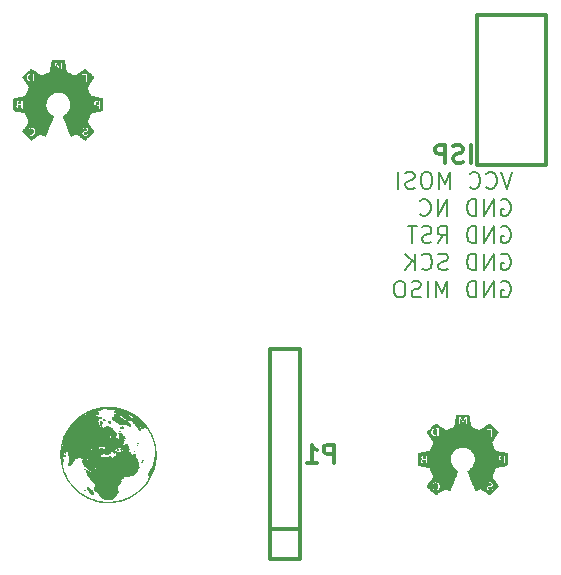
<source format=gbo>
%TF.GenerationSoftware,KiCad,Pcbnew,(2017-11-10 revision 0b34d09bc)-master*%
%TF.CreationDate,2017-11-10T16:36:00+02:00*%
%TF.ProjectId,dps5005control,64707335303035636F6E74726F6C2E6B,rev?*%
%TF.SameCoordinates,Original*%
%TF.FileFunction,Legend,Bot*%
%TF.FilePolarity,Positive*%
%FSLAX46Y46*%
G04 Gerber Fmt 4.6, Leading zero omitted, Abs format (unit mm)*
G04 Created by KiCad (PCBNEW (2017-11-10 revision 0b34d09bc)-master) date Fri Nov 10 16:36:00 2017*
%MOMM*%
%LPD*%
G01*
G04 APERTURE LIST*
%ADD10C,0.300000*%
%ADD11C,0.200000*%
%ADD12C,0.010000*%
%ADD13C,0.304800*%
G04 APERTURE END LIST*
D10*
X193107285Y-82989571D02*
X193107285Y-81489571D01*
X192464428Y-82918142D02*
X192250142Y-82989571D01*
X191893000Y-82989571D01*
X191750142Y-82918142D01*
X191678714Y-82846714D01*
X191607285Y-82703857D01*
X191607285Y-82561000D01*
X191678714Y-82418142D01*
X191750142Y-82346714D01*
X191893000Y-82275285D01*
X192178714Y-82203857D01*
X192321571Y-82132428D01*
X192393000Y-82061000D01*
X192464428Y-81918142D01*
X192464428Y-81775285D01*
X192393000Y-81632428D01*
X192321571Y-81561000D01*
X192178714Y-81489571D01*
X191821571Y-81489571D01*
X191607285Y-81561000D01*
X190964428Y-82989571D02*
X190964428Y-81489571D01*
X190393000Y-81489571D01*
X190250142Y-81561000D01*
X190178714Y-81632428D01*
X190107285Y-81775285D01*
X190107285Y-81989571D01*
X190178714Y-82132428D01*
X190250142Y-82203857D01*
X190393000Y-82275285D01*
X190964428Y-82275285D01*
X199517000Y-83200000D02*
X193675000Y-83200000D01*
X199517000Y-70500000D02*
X199517000Y-83200000D01*
X199390000Y-70500000D02*
X199517000Y-70500000D01*
X199263000Y-70500000D02*
X199390000Y-70500000D01*
X194691000Y-70500000D02*
X199263000Y-70500000D01*
X193675000Y-70500000D02*
X194691000Y-70500000D01*
X193675000Y-70627000D02*
X193675000Y-70500000D01*
X193675000Y-83200000D02*
X193675000Y-70627000D01*
D11*
X196636666Y-83783333D02*
X196170000Y-85183333D01*
X195703333Y-83783333D01*
X194436666Y-85050000D02*
X194503333Y-85116666D01*
X194703333Y-85183333D01*
X194836666Y-85183333D01*
X195036666Y-85116666D01*
X195170000Y-84983333D01*
X195236666Y-84850000D01*
X195303333Y-84583333D01*
X195303333Y-84383333D01*
X195236666Y-84116666D01*
X195170000Y-83983333D01*
X195036666Y-83850000D01*
X194836666Y-83783333D01*
X194703333Y-83783333D01*
X194503333Y-83850000D01*
X194436666Y-83916666D01*
X193036666Y-85050000D02*
X193103333Y-85116666D01*
X193303333Y-85183333D01*
X193436666Y-85183333D01*
X193636666Y-85116666D01*
X193770000Y-84983333D01*
X193836666Y-84850000D01*
X193903333Y-84583333D01*
X193903333Y-84383333D01*
X193836666Y-84116666D01*
X193770000Y-83983333D01*
X193636666Y-83850000D01*
X193436666Y-83783333D01*
X193303333Y-83783333D01*
X193103333Y-83850000D01*
X193036666Y-83916666D01*
X191370000Y-85183333D02*
X191370000Y-83783333D01*
X190903333Y-84783333D01*
X190436666Y-83783333D01*
X190436666Y-85183333D01*
X189503333Y-83783333D02*
X189236666Y-83783333D01*
X189103333Y-83850000D01*
X188970000Y-83983333D01*
X188903333Y-84250000D01*
X188903333Y-84716666D01*
X188970000Y-84983333D01*
X189103333Y-85116666D01*
X189236666Y-85183333D01*
X189503333Y-85183333D01*
X189636666Y-85116666D01*
X189770000Y-84983333D01*
X189836666Y-84716666D01*
X189836666Y-84250000D01*
X189770000Y-83983333D01*
X189636666Y-83850000D01*
X189503333Y-83783333D01*
X188370000Y-85116666D02*
X188170000Y-85183333D01*
X187836666Y-85183333D01*
X187703333Y-85116666D01*
X187636666Y-85050000D01*
X187570000Y-84916666D01*
X187570000Y-84783333D01*
X187636666Y-84650000D01*
X187703333Y-84583333D01*
X187836666Y-84516666D01*
X188103333Y-84450000D01*
X188236666Y-84383333D01*
X188303333Y-84316666D01*
X188370000Y-84183333D01*
X188370000Y-84050000D01*
X188303333Y-83916666D01*
X188236666Y-83850000D01*
X188103333Y-83783333D01*
X187770000Y-83783333D01*
X187570000Y-83850000D01*
X186970000Y-85183333D02*
X186970000Y-83783333D01*
X195703333Y-86150000D02*
X195836666Y-86083333D01*
X196036666Y-86083333D01*
X196236666Y-86150000D01*
X196370000Y-86283333D01*
X196436666Y-86416666D01*
X196503333Y-86683333D01*
X196503333Y-86883333D01*
X196436666Y-87150000D01*
X196370000Y-87283333D01*
X196236666Y-87416666D01*
X196036666Y-87483333D01*
X195903333Y-87483333D01*
X195703333Y-87416666D01*
X195636666Y-87350000D01*
X195636666Y-86883333D01*
X195903333Y-86883333D01*
X195036666Y-87483333D02*
X195036666Y-86083333D01*
X194236666Y-87483333D01*
X194236666Y-86083333D01*
X193570000Y-87483333D02*
X193570000Y-86083333D01*
X193236666Y-86083333D01*
X193036666Y-86150000D01*
X192903333Y-86283333D01*
X192836666Y-86416666D01*
X192770000Y-86683333D01*
X192770000Y-86883333D01*
X192836666Y-87150000D01*
X192903333Y-87283333D01*
X193036666Y-87416666D01*
X193236666Y-87483333D01*
X193570000Y-87483333D01*
X191103333Y-87483333D02*
X191103333Y-86083333D01*
X190303333Y-87483333D01*
X190303333Y-86083333D01*
X188836666Y-87350000D02*
X188903333Y-87416666D01*
X189103333Y-87483333D01*
X189236666Y-87483333D01*
X189436666Y-87416666D01*
X189570000Y-87283333D01*
X189636666Y-87150000D01*
X189703333Y-86883333D01*
X189703333Y-86683333D01*
X189636666Y-86416666D01*
X189570000Y-86283333D01*
X189436666Y-86150000D01*
X189236666Y-86083333D01*
X189103333Y-86083333D01*
X188903333Y-86150000D01*
X188836666Y-86216666D01*
X195703333Y-88450000D02*
X195836666Y-88383333D01*
X196036666Y-88383333D01*
X196236666Y-88450000D01*
X196370000Y-88583333D01*
X196436666Y-88716666D01*
X196503333Y-88983333D01*
X196503333Y-89183333D01*
X196436666Y-89450000D01*
X196370000Y-89583333D01*
X196236666Y-89716666D01*
X196036666Y-89783333D01*
X195903333Y-89783333D01*
X195703333Y-89716666D01*
X195636666Y-89650000D01*
X195636666Y-89183333D01*
X195903333Y-89183333D01*
X195036666Y-89783333D02*
X195036666Y-88383333D01*
X194236666Y-89783333D01*
X194236666Y-88383333D01*
X193570000Y-89783333D02*
X193570000Y-88383333D01*
X193236666Y-88383333D01*
X193036666Y-88450000D01*
X192903333Y-88583333D01*
X192836666Y-88716666D01*
X192770000Y-88983333D01*
X192770000Y-89183333D01*
X192836666Y-89450000D01*
X192903333Y-89583333D01*
X193036666Y-89716666D01*
X193236666Y-89783333D01*
X193570000Y-89783333D01*
X190303333Y-89783333D02*
X190770000Y-89116666D01*
X191103333Y-89783333D02*
X191103333Y-88383333D01*
X190570000Y-88383333D01*
X190436666Y-88450000D01*
X190370000Y-88516666D01*
X190303333Y-88650000D01*
X190303333Y-88850000D01*
X190370000Y-88983333D01*
X190436666Y-89050000D01*
X190570000Y-89116666D01*
X191103333Y-89116666D01*
X189770000Y-89716666D02*
X189570000Y-89783333D01*
X189236666Y-89783333D01*
X189103333Y-89716666D01*
X189036666Y-89650000D01*
X188970000Y-89516666D01*
X188970000Y-89383333D01*
X189036666Y-89250000D01*
X189103333Y-89183333D01*
X189236666Y-89116666D01*
X189503333Y-89050000D01*
X189636666Y-88983333D01*
X189703333Y-88916666D01*
X189770000Y-88783333D01*
X189770000Y-88650000D01*
X189703333Y-88516666D01*
X189636666Y-88450000D01*
X189503333Y-88383333D01*
X189170000Y-88383333D01*
X188970000Y-88450000D01*
X188570000Y-88383333D02*
X187770000Y-88383333D01*
X188170000Y-89783333D02*
X188170000Y-88383333D01*
X195703333Y-90750000D02*
X195836666Y-90683333D01*
X196036666Y-90683333D01*
X196236666Y-90750000D01*
X196370000Y-90883333D01*
X196436666Y-91016666D01*
X196503333Y-91283333D01*
X196503333Y-91483333D01*
X196436666Y-91750000D01*
X196370000Y-91883333D01*
X196236666Y-92016666D01*
X196036666Y-92083333D01*
X195903333Y-92083333D01*
X195703333Y-92016666D01*
X195636666Y-91950000D01*
X195636666Y-91483333D01*
X195903333Y-91483333D01*
X195036666Y-92083333D02*
X195036666Y-90683333D01*
X194236666Y-92083333D01*
X194236666Y-90683333D01*
X193570000Y-92083333D02*
X193570000Y-90683333D01*
X193236666Y-90683333D01*
X193036666Y-90750000D01*
X192903333Y-90883333D01*
X192836666Y-91016666D01*
X192770000Y-91283333D01*
X192770000Y-91483333D01*
X192836666Y-91750000D01*
X192903333Y-91883333D01*
X193036666Y-92016666D01*
X193236666Y-92083333D01*
X193570000Y-92083333D01*
X191170000Y-92016666D02*
X190970000Y-92083333D01*
X190636666Y-92083333D01*
X190503333Y-92016666D01*
X190436666Y-91950000D01*
X190370000Y-91816666D01*
X190370000Y-91683333D01*
X190436666Y-91550000D01*
X190503333Y-91483333D01*
X190636666Y-91416666D01*
X190903333Y-91350000D01*
X191036666Y-91283333D01*
X191103333Y-91216666D01*
X191170000Y-91083333D01*
X191170000Y-90950000D01*
X191103333Y-90816666D01*
X191036666Y-90750000D01*
X190903333Y-90683333D01*
X190570000Y-90683333D01*
X190370000Y-90750000D01*
X188970000Y-91950000D02*
X189036666Y-92016666D01*
X189236666Y-92083333D01*
X189370000Y-92083333D01*
X189570000Y-92016666D01*
X189703333Y-91883333D01*
X189770000Y-91750000D01*
X189836666Y-91483333D01*
X189836666Y-91283333D01*
X189770000Y-91016666D01*
X189703333Y-90883333D01*
X189570000Y-90750000D01*
X189370000Y-90683333D01*
X189236666Y-90683333D01*
X189036666Y-90750000D01*
X188970000Y-90816666D01*
X188370000Y-92083333D02*
X188370000Y-90683333D01*
X187570000Y-92083333D02*
X188170000Y-91283333D01*
X187570000Y-90683333D02*
X188370000Y-91483333D01*
X195703333Y-93050000D02*
X195836666Y-92983333D01*
X196036666Y-92983333D01*
X196236666Y-93050000D01*
X196370000Y-93183333D01*
X196436666Y-93316666D01*
X196503333Y-93583333D01*
X196503333Y-93783333D01*
X196436666Y-94050000D01*
X196370000Y-94183333D01*
X196236666Y-94316666D01*
X196036666Y-94383333D01*
X195903333Y-94383333D01*
X195703333Y-94316666D01*
X195636666Y-94250000D01*
X195636666Y-93783333D01*
X195903333Y-93783333D01*
X195036666Y-94383333D02*
X195036666Y-92983333D01*
X194236666Y-94383333D01*
X194236666Y-92983333D01*
X193570000Y-94383333D02*
X193570000Y-92983333D01*
X193236666Y-92983333D01*
X193036666Y-93050000D01*
X192903333Y-93183333D01*
X192836666Y-93316666D01*
X192770000Y-93583333D01*
X192770000Y-93783333D01*
X192836666Y-94050000D01*
X192903333Y-94183333D01*
X193036666Y-94316666D01*
X193236666Y-94383333D01*
X193570000Y-94383333D01*
X191103333Y-94383333D02*
X191103333Y-92983333D01*
X190636666Y-93983333D01*
X190170000Y-92983333D01*
X190170000Y-94383333D01*
X189503333Y-94383333D02*
X189503333Y-92983333D01*
X188903333Y-94316666D02*
X188703333Y-94383333D01*
X188370000Y-94383333D01*
X188236666Y-94316666D01*
X188170000Y-94250000D01*
X188103333Y-94116666D01*
X188103333Y-93983333D01*
X188170000Y-93850000D01*
X188236666Y-93783333D01*
X188370000Y-93716666D01*
X188636666Y-93650000D01*
X188770000Y-93583333D01*
X188836666Y-93516666D01*
X188903333Y-93383333D01*
X188903333Y-93250000D01*
X188836666Y-93116666D01*
X188770000Y-93050000D01*
X188636666Y-92983333D01*
X188303333Y-92983333D01*
X188103333Y-93050000D01*
X187236666Y-92983333D02*
X186970000Y-92983333D01*
X186836666Y-93050000D01*
X186703333Y-93183333D01*
X186636666Y-93450000D01*
X186636666Y-93916666D01*
X186703333Y-94183333D01*
X186836666Y-94316666D01*
X186970000Y-94383333D01*
X187236666Y-94383333D01*
X187370000Y-94316666D01*
X187503333Y-94183333D01*
X187570000Y-93916666D01*
X187570000Y-93450000D01*
X187503333Y-93183333D01*
X187370000Y-93050000D01*
X187236666Y-92983333D01*
D12*
%TO.C,G\002A\002A\002A*%
G36*
X163422814Y-107227147D02*
X163427866Y-107233049D01*
X163436140Y-107240333D01*
X163441345Y-107241195D01*
X163442448Y-107235527D01*
X163442282Y-107234539D01*
X163437410Y-107228286D01*
X163430341Y-107225641D01*
X163423158Y-107224957D01*
X163422814Y-107227147D01*
X163422814Y-107227147D01*
G37*
X163422814Y-107227147D02*
X163427866Y-107233049D01*
X163436140Y-107240333D01*
X163441345Y-107241195D01*
X163442448Y-107235527D01*
X163442282Y-107234539D01*
X163437410Y-107228286D01*
X163430341Y-107225641D01*
X163423158Y-107224957D01*
X163422814Y-107227147D01*
G36*
X163484370Y-107228422D02*
X163481354Y-107231146D01*
X163478497Y-107240419D01*
X163481343Y-107251580D01*
X163488354Y-107262126D01*
X163497993Y-107269557D01*
X163506197Y-107271580D01*
X163511426Y-107268374D01*
X163517704Y-107260755D01*
X163522134Y-107252782D01*
X163521694Y-107246703D01*
X163516325Y-107238530D01*
X163506099Y-107229415D01*
X163494576Y-107225862D01*
X163484370Y-107228422D01*
X163484370Y-107228422D01*
G37*
X163484370Y-107228422D02*
X163481354Y-107231146D01*
X163478497Y-107240419D01*
X163481343Y-107251580D01*
X163488354Y-107262126D01*
X163497993Y-107269557D01*
X163506197Y-107271580D01*
X163511426Y-107268374D01*
X163517704Y-107260755D01*
X163522134Y-107252782D01*
X163521694Y-107246703D01*
X163516325Y-107238530D01*
X163506099Y-107229415D01*
X163494576Y-107225862D01*
X163484370Y-107228422D01*
G36*
X163130114Y-107085190D02*
X163128845Y-107086631D01*
X163127216Y-107094855D01*
X163128013Y-107109295D01*
X163131014Y-107128123D01*
X163135996Y-107149516D01*
X163136960Y-107153047D01*
X163141059Y-107174721D01*
X163140896Y-107197636D01*
X163140264Y-107203847D01*
X163137990Y-107241043D01*
X163139812Y-107275642D01*
X163145540Y-107305875D01*
X163153664Y-107327475D01*
X163163132Y-107337462D01*
X163178939Y-107344420D01*
X163199277Y-107347626D01*
X163204412Y-107347757D01*
X163217634Y-107347780D01*
X163215649Y-107289572D01*
X163214547Y-107261101D01*
X163213265Y-107239942D01*
X163211513Y-107224940D01*
X163208997Y-107214941D01*
X163205429Y-107208790D01*
X163200516Y-107205333D01*
X163193967Y-107203416D01*
X163193913Y-107203405D01*
X163183591Y-107200637D01*
X163177362Y-107197772D01*
X163177216Y-107197637D01*
X163175884Y-107192360D01*
X163174767Y-107180657D01*
X163174027Y-107164570D01*
X163173843Y-107155055D01*
X163172926Y-107131633D01*
X163170271Y-107114903D01*
X163165165Y-107103152D01*
X163156897Y-107094667D01*
X163146136Y-107088395D01*
X163135754Y-107084374D01*
X163130114Y-107085190D01*
X163130114Y-107085190D01*
G37*
X163130114Y-107085190D02*
X163128845Y-107086631D01*
X163127216Y-107094855D01*
X163128013Y-107109295D01*
X163131014Y-107128123D01*
X163135996Y-107149516D01*
X163136960Y-107153047D01*
X163141059Y-107174721D01*
X163140896Y-107197636D01*
X163140264Y-107203847D01*
X163137990Y-107241043D01*
X163139812Y-107275642D01*
X163145540Y-107305875D01*
X163153664Y-107327475D01*
X163163132Y-107337462D01*
X163178939Y-107344420D01*
X163199277Y-107347626D01*
X163204412Y-107347757D01*
X163217634Y-107347780D01*
X163215649Y-107289572D01*
X163214547Y-107261101D01*
X163213265Y-107239942D01*
X163211513Y-107224940D01*
X163208997Y-107214941D01*
X163205429Y-107208790D01*
X163200516Y-107205333D01*
X163193967Y-107203416D01*
X163193913Y-107203405D01*
X163183591Y-107200637D01*
X163177362Y-107197772D01*
X163177216Y-107197637D01*
X163175884Y-107192360D01*
X163174767Y-107180657D01*
X163174027Y-107164570D01*
X163173843Y-107155055D01*
X163172926Y-107131633D01*
X163170271Y-107114903D01*
X163165165Y-107103152D01*
X163156897Y-107094667D01*
X163146136Y-107088395D01*
X163135754Y-107084374D01*
X163130114Y-107085190D01*
G36*
X162922373Y-107591197D02*
X162924490Y-107593314D01*
X162926606Y-107591197D01*
X162924490Y-107589080D01*
X162922373Y-107591197D01*
X162922373Y-107591197D01*
G37*
X162922373Y-107591197D02*
X162924490Y-107593314D01*
X162926606Y-107591197D01*
X162924490Y-107589080D01*
X162922373Y-107591197D01*
G36*
X162202922Y-107629118D02*
X162200873Y-107634755D01*
X162200440Y-107644334D01*
X162203520Y-107654010D01*
X162208719Y-107660275D01*
X162211322Y-107661047D01*
X162214712Y-107657560D01*
X162215256Y-107653639D01*
X162213140Y-107644393D01*
X162209424Y-107635973D01*
X162205203Y-107628985D01*
X162202922Y-107629118D01*
X162202922Y-107629118D01*
G37*
X162202922Y-107629118D02*
X162200873Y-107634755D01*
X162200440Y-107644334D01*
X162203520Y-107654010D01*
X162208719Y-107660275D01*
X162211322Y-107661047D01*
X162214712Y-107657560D01*
X162215256Y-107653639D01*
X162213140Y-107644393D01*
X162209424Y-107635973D01*
X162205203Y-107628985D01*
X162202922Y-107629118D01*
G36*
X162377492Y-107650126D02*
X162359334Y-107652466D01*
X162338643Y-107655724D01*
X162317323Y-107659576D01*
X162297282Y-107663695D01*
X162280425Y-107667756D01*
X162268658Y-107671433D01*
X162267545Y-107671890D01*
X162257871Y-107676433D01*
X162255188Y-107679305D01*
X162258552Y-107681791D01*
X162259856Y-107682350D01*
X162269216Y-107684213D01*
X162284837Y-107685254D01*
X162304557Y-107685479D01*
X162326212Y-107684897D01*
X162347638Y-107683517D01*
X162362262Y-107681961D01*
X162377707Y-107679394D01*
X162390775Y-107676252D01*
X162397187Y-107673882D01*
X162404096Y-107666788D01*
X162405476Y-107658009D01*
X162401136Y-107650871D01*
X162398582Y-107649504D01*
X162391210Y-107649030D01*
X162377492Y-107650126D01*
X162377492Y-107650126D01*
G37*
X162377492Y-107650126D02*
X162359334Y-107652466D01*
X162338643Y-107655724D01*
X162317323Y-107659576D01*
X162297282Y-107663695D01*
X162280425Y-107667756D01*
X162268658Y-107671433D01*
X162267545Y-107671890D01*
X162257871Y-107676433D01*
X162255188Y-107679305D01*
X162258552Y-107681791D01*
X162259856Y-107682350D01*
X162269216Y-107684213D01*
X162284837Y-107685254D01*
X162304557Y-107685479D01*
X162326212Y-107684897D01*
X162347638Y-107683517D01*
X162362262Y-107681961D01*
X162377707Y-107679394D01*
X162390775Y-107676252D01*
X162397187Y-107673882D01*
X162404096Y-107666788D01*
X162405476Y-107658009D01*
X162401136Y-107650871D01*
X162398582Y-107649504D01*
X162391210Y-107649030D01*
X162377492Y-107650126D01*
G36*
X161786783Y-107614936D02*
X161791256Y-107622627D01*
X161794577Y-107626869D01*
X161802137Y-107638256D01*
X161806381Y-107649295D01*
X161806701Y-107651972D01*
X161808215Y-107658950D01*
X161813634Y-107664930D01*
X161824686Y-107671559D01*
X161830173Y-107674321D01*
X161855564Y-107684678D01*
X161876268Y-107688435D01*
X161887323Y-107687415D01*
X161897020Y-107682579D01*
X161899200Y-107674197D01*
X161893852Y-107662174D01*
X161881780Y-107647289D01*
X161869102Y-107637927D01*
X161856777Y-107635647D01*
X161845578Y-107633726D01*
X161830550Y-107628725D01*
X161817004Y-107622710D01*
X161803446Y-107616372D01*
X161792652Y-107612247D01*
X161787009Y-107611229D01*
X161786783Y-107614936D01*
X161786783Y-107614936D01*
G37*
X161786783Y-107614936D02*
X161791256Y-107622627D01*
X161794577Y-107626869D01*
X161802137Y-107638256D01*
X161806381Y-107649295D01*
X161806701Y-107651972D01*
X161808215Y-107658950D01*
X161813634Y-107664930D01*
X161824686Y-107671559D01*
X161830173Y-107674321D01*
X161855564Y-107684678D01*
X161876268Y-107688435D01*
X161887323Y-107687415D01*
X161897020Y-107682579D01*
X161899200Y-107674197D01*
X161893852Y-107662174D01*
X161881780Y-107647289D01*
X161869102Y-107637927D01*
X161856777Y-107635647D01*
X161845578Y-107633726D01*
X161830550Y-107628725D01*
X161817004Y-107622710D01*
X161803446Y-107616372D01*
X161792652Y-107612247D01*
X161787009Y-107611229D01*
X161786783Y-107614936D01*
G36*
X161875681Y-103873460D02*
X161873675Y-103874506D01*
X161878994Y-103875171D01*
X161885206Y-103875294D01*
X161894362Y-103874964D01*
X161896876Y-103874120D01*
X161894731Y-103873460D01*
X161882395Y-103872759D01*
X161875681Y-103873460D01*
X161875681Y-103873460D01*
G37*
X161875681Y-103873460D02*
X161873675Y-103874506D01*
X161878994Y-103875171D01*
X161885206Y-103875294D01*
X161894362Y-103874964D01*
X161896876Y-103874120D01*
X161894731Y-103873460D01*
X161882395Y-103872759D01*
X161875681Y-103873460D01*
G36*
X162932785Y-104021977D02*
X162927168Y-104027924D01*
X162927110Y-104037897D01*
X162932199Y-104049920D01*
X162940907Y-104060928D01*
X162955207Y-104075228D01*
X162988961Y-104072625D01*
X163007364Y-104072109D01*
X163029282Y-104072840D01*
X163052155Y-104074588D01*
X163073424Y-104077122D01*
X163090528Y-104080211D01*
X163098472Y-104082509D01*
X163103979Y-104086928D01*
X163101225Y-104092633D01*
X163092844Y-104098135D01*
X163086828Y-104101522D01*
X163085785Y-104103615D01*
X163090783Y-104105115D01*
X163102889Y-104106722D01*
X163106602Y-104107159D01*
X163123892Y-104109487D01*
X163140715Y-104112236D01*
X163148856Y-104113832D01*
X163163093Y-104116316D01*
X163176075Y-104117601D01*
X163177719Y-104117644D01*
X163189649Y-104117747D01*
X163181249Y-104106105D01*
X163163862Y-104085905D01*
X163143393Y-104068164D01*
X163122820Y-104055421D01*
X163120567Y-104054385D01*
X163108412Y-104050350D01*
X163090020Y-104045894D01*
X163067571Y-104041488D01*
X163043248Y-104037603D01*
X163042251Y-104037463D01*
X163018649Y-104034039D01*
X162995951Y-104030523D01*
X162976536Y-104027298D01*
X162962782Y-104024747D01*
X162961360Y-104024447D01*
X162947627Y-104022130D01*
X162936722Y-104021444D01*
X162932785Y-104021977D01*
X162932785Y-104021977D01*
G37*
X162932785Y-104021977D02*
X162927168Y-104027924D01*
X162927110Y-104037897D01*
X162932199Y-104049920D01*
X162940907Y-104060928D01*
X162955207Y-104075228D01*
X162988961Y-104072625D01*
X163007364Y-104072109D01*
X163029282Y-104072840D01*
X163052155Y-104074588D01*
X163073424Y-104077122D01*
X163090528Y-104080211D01*
X163098472Y-104082509D01*
X163103979Y-104086928D01*
X163101225Y-104092633D01*
X163092844Y-104098135D01*
X163086828Y-104101522D01*
X163085785Y-104103615D01*
X163090783Y-104105115D01*
X163102889Y-104106722D01*
X163106602Y-104107159D01*
X163123892Y-104109487D01*
X163140715Y-104112236D01*
X163148856Y-104113832D01*
X163163093Y-104116316D01*
X163176075Y-104117601D01*
X163177719Y-104117644D01*
X163189649Y-104117747D01*
X163181249Y-104106105D01*
X163163862Y-104085905D01*
X163143393Y-104068164D01*
X163122820Y-104055421D01*
X163120567Y-104054385D01*
X163108412Y-104050350D01*
X163090020Y-104045894D01*
X163067571Y-104041488D01*
X163043248Y-104037603D01*
X163042251Y-104037463D01*
X163018649Y-104034039D01*
X162995951Y-104030523D01*
X162976536Y-104027298D01*
X162962782Y-104024747D01*
X162961360Y-104024447D01*
X162947627Y-104022130D01*
X162936722Y-104021444D01*
X162932785Y-104021977D01*
G36*
X161980983Y-104696675D02*
X161978340Y-104703812D01*
X161978339Y-104703820D01*
X161981900Y-104709212D01*
X161987330Y-104711777D01*
X161993684Y-104715255D01*
X161994154Y-104722536D01*
X161993623Y-104724876D01*
X161992982Y-104733178D01*
X161998125Y-104737278D01*
X162001850Y-104738366D01*
X162012774Y-104741108D01*
X162000849Y-104753839D01*
X161988923Y-104766570D01*
X162007966Y-104764154D01*
X162025334Y-104759407D01*
X162036338Y-104750892D01*
X162044395Y-104742438D01*
X162048697Y-104740845D01*
X162050235Y-104745963D01*
X162050306Y-104748792D01*
X162054174Y-104763046D01*
X162064666Y-104774966D01*
X162080120Y-104783941D01*
X162098871Y-104789362D01*
X162119255Y-104790618D01*
X162139608Y-104787097D01*
X162147143Y-104784314D01*
X162161430Y-104778111D01*
X162150872Y-104764371D01*
X162137820Y-104751218D01*
X162125070Y-104745604D01*
X162113427Y-104747798D01*
X162109651Y-104750560D01*
X162102946Y-104761200D01*
X162102114Y-104768880D01*
X162101042Y-104778316D01*
X162095477Y-104780787D01*
X162085970Y-104776125D01*
X162083755Y-104774413D01*
X162078625Y-104769444D01*
X162075578Y-104763373D01*
X162074084Y-104753999D01*
X162073612Y-104739124D01*
X162073589Y-104732301D01*
X162073299Y-104716165D01*
X162072529Y-104703514D01*
X162071430Y-104696552D01*
X162071109Y-104695947D01*
X162066120Y-104695910D01*
X162055627Y-104698310D01*
X162043988Y-104701936D01*
X162026007Y-104707615D01*
X162013722Y-104709839D01*
X162005094Y-104708589D01*
X161998082Y-104703846D01*
X161995762Y-104701497D01*
X161987495Y-104695809D01*
X161980983Y-104696675D01*
X161980983Y-104696675D01*
G37*
X161980983Y-104696675D02*
X161978340Y-104703812D01*
X161978339Y-104703820D01*
X161981900Y-104709212D01*
X161987330Y-104711777D01*
X161993684Y-104715255D01*
X161994154Y-104722536D01*
X161993623Y-104724876D01*
X161992982Y-104733178D01*
X161998125Y-104737278D01*
X162001850Y-104738366D01*
X162012774Y-104741108D01*
X162000849Y-104753839D01*
X161988923Y-104766570D01*
X162007966Y-104764154D01*
X162025334Y-104759407D01*
X162036338Y-104750892D01*
X162044395Y-104742438D01*
X162048697Y-104740845D01*
X162050235Y-104745963D01*
X162050306Y-104748792D01*
X162054174Y-104763046D01*
X162064666Y-104774966D01*
X162080120Y-104783941D01*
X162098871Y-104789362D01*
X162119255Y-104790618D01*
X162139608Y-104787097D01*
X162147143Y-104784314D01*
X162161430Y-104778111D01*
X162150872Y-104764371D01*
X162137820Y-104751218D01*
X162125070Y-104745604D01*
X162113427Y-104747798D01*
X162109651Y-104750560D01*
X162102946Y-104761200D01*
X162102114Y-104768880D01*
X162101042Y-104778316D01*
X162095477Y-104780787D01*
X162085970Y-104776125D01*
X162083755Y-104774413D01*
X162078625Y-104769444D01*
X162075578Y-104763373D01*
X162074084Y-104753999D01*
X162073612Y-104739124D01*
X162073589Y-104732301D01*
X162073299Y-104716165D01*
X162072529Y-104703514D01*
X162071430Y-104696552D01*
X162071109Y-104695947D01*
X162066120Y-104695910D01*
X162055627Y-104698310D01*
X162043988Y-104701936D01*
X162026007Y-104707615D01*
X162013722Y-104709839D01*
X162005094Y-104708589D01*
X161998082Y-104703846D01*
X161995762Y-104701497D01*
X161987495Y-104695809D01*
X161980983Y-104696675D01*
G36*
X161554533Y-104770391D02*
X161542976Y-104779835D01*
X161534324Y-104788842D01*
X161528692Y-104797020D01*
X161527222Y-104802431D01*
X161528974Y-104803547D01*
X161533922Y-104800736D01*
X161542321Y-104793542D01*
X161548173Y-104787796D01*
X161558875Y-104775675D01*
X161563282Y-104768395D01*
X161561724Y-104766465D01*
X161554533Y-104770391D01*
X161554533Y-104770391D01*
G37*
X161554533Y-104770391D02*
X161542976Y-104779835D01*
X161534324Y-104788842D01*
X161528692Y-104797020D01*
X161527222Y-104802431D01*
X161528974Y-104803547D01*
X161533922Y-104800736D01*
X161542321Y-104793542D01*
X161548173Y-104787796D01*
X161558875Y-104775675D01*
X161563282Y-104768395D01*
X161561724Y-104766465D01*
X161554533Y-104770391D01*
G36*
X162405052Y-104817416D02*
X162385200Y-104820620D01*
X162371361Y-104825593D01*
X162364753Y-104831979D01*
X162365960Y-104839360D01*
X162372666Y-104848428D01*
X162382693Y-104857299D01*
X162393862Y-104864089D01*
X162403996Y-104866912D01*
X162405104Y-104866891D01*
X162415651Y-104866485D01*
X162421781Y-104866599D01*
X162426546Y-104870335D01*
X162426300Y-104879543D01*
X162421333Y-104893091D01*
X162411935Y-104909851D01*
X162409820Y-104913085D01*
X162401534Y-104926734D01*
X162395867Y-104938487D01*
X162393949Y-104945970D01*
X162393997Y-104946344D01*
X162398567Y-104953251D01*
X162407603Y-104959601D01*
X162407832Y-104959712D01*
X162417818Y-104963368D01*
X162425824Y-104962196D01*
X162431064Y-104959555D01*
X162437679Y-104954769D01*
X162440532Y-104948398D01*
X162440705Y-104937437D01*
X162440450Y-104933533D01*
X162440135Y-104921048D01*
X162441869Y-104915031D01*
X162445570Y-104913614D01*
X162454426Y-104917475D01*
X162465877Y-104928712D01*
X162479464Y-104946805D01*
X162491188Y-104965240D01*
X162502313Y-104983347D01*
X162510319Y-104994478D01*
X162516267Y-104999023D01*
X162521213Y-104997370D01*
X162526217Y-104989909D01*
X162531029Y-104979896D01*
X162537454Y-104964050D01*
X162542448Y-104948479D01*
X162544295Y-104940222D01*
X162550801Y-104922827D01*
X162558869Y-104912794D01*
X162567149Y-104902978D01*
X162570566Y-104891872D01*
X162571006Y-104882734D01*
X162569190Y-104862555D01*
X162564204Y-104845998D01*
X162556746Y-104835085D01*
X162553906Y-104833091D01*
X162546319Y-104831222D01*
X162532714Y-104829791D01*
X162515539Y-104829021D01*
X162508303Y-104828947D01*
X162488265Y-104828539D01*
X162475185Y-104827169D01*
X162467585Y-104824620D01*
X162465173Y-104822597D01*
X162458810Y-104818826D01*
X162446659Y-104816801D01*
X162429729Y-104816271D01*
X162405052Y-104817416D01*
X162405052Y-104817416D01*
G37*
X162405052Y-104817416D02*
X162385200Y-104820620D01*
X162371361Y-104825593D01*
X162364753Y-104831979D01*
X162365960Y-104839360D01*
X162372666Y-104848428D01*
X162382693Y-104857299D01*
X162393862Y-104864089D01*
X162403996Y-104866912D01*
X162405104Y-104866891D01*
X162415651Y-104866485D01*
X162421781Y-104866599D01*
X162426546Y-104870335D01*
X162426300Y-104879543D01*
X162421333Y-104893091D01*
X162411935Y-104909851D01*
X162409820Y-104913085D01*
X162401534Y-104926734D01*
X162395867Y-104938487D01*
X162393949Y-104945970D01*
X162393997Y-104946344D01*
X162398567Y-104953251D01*
X162407603Y-104959601D01*
X162407832Y-104959712D01*
X162417818Y-104963368D01*
X162425824Y-104962196D01*
X162431064Y-104959555D01*
X162437679Y-104954769D01*
X162440532Y-104948398D01*
X162440705Y-104937437D01*
X162440450Y-104933533D01*
X162440135Y-104921048D01*
X162441869Y-104915031D01*
X162445570Y-104913614D01*
X162454426Y-104917475D01*
X162465877Y-104928712D01*
X162479464Y-104946805D01*
X162491188Y-104965240D01*
X162502313Y-104983347D01*
X162510319Y-104994478D01*
X162516267Y-104999023D01*
X162521213Y-104997370D01*
X162526217Y-104989909D01*
X162531029Y-104979896D01*
X162537454Y-104964050D01*
X162542448Y-104948479D01*
X162544295Y-104940222D01*
X162550801Y-104922827D01*
X162558869Y-104912794D01*
X162567149Y-104902978D01*
X162570566Y-104891872D01*
X162571006Y-104882734D01*
X162569190Y-104862555D01*
X162564204Y-104845998D01*
X162556746Y-104835085D01*
X162553906Y-104833091D01*
X162546319Y-104831222D01*
X162532714Y-104829791D01*
X162515539Y-104829021D01*
X162508303Y-104828947D01*
X162488265Y-104828539D01*
X162475185Y-104827169D01*
X162467585Y-104824620D01*
X162465173Y-104822597D01*
X162458810Y-104818826D01*
X162446659Y-104816801D01*
X162429729Y-104816271D01*
X162405052Y-104817416D01*
G36*
X161766206Y-105323119D02*
X161759595Y-105332536D01*
X161758206Y-105343297D01*
X161759755Y-105354259D01*
X161763286Y-105361501D01*
X161773020Y-105366014D01*
X161785310Y-105365558D01*
X161796096Y-105360448D01*
X161797767Y-105358839D01*
X161804586Y-105346521D01*
X161803959Y-105334779D01*
X161796809Y-105325463D01*
X161784060Y-105320425D01*
X161778381Y-105320014D01*
X161766206Y-105323119D01*
X161766206Y-105323119D01*
G37*
X161766206Y-105323119D02*
X161759595Y-105332536D01*
X161758206Y-105343297D01*
X161759755Y-105354259D01*
X161763286Y-105361501D01*
X161773020Y-105366014D01*
X161785310Y-105365558D01*
X161796096Y-105360448D01*
X161797767Y-105358839D01*
X161804586Y-105346521D01*
X161803959Y-105334779D01*
X161796809Y-105325463D01*
X161784060Y-105320425D01*
X161778381Y-105320014D01*
X161766206Y-105323119D01*
G36*
X163580898Y-105295479D02*
X163559489Y-105296730D01*
X163560836Y-105318803D01*
X163561497Y-105328336D01*
X163561240Y-105334937D01*
X163558766Y-105339381D01*
X163552774Y-105342442D01*
X163541965Y-105344896D01*
X163525040Y-105347517D01*
X163508689Y-105349891D01*
X163487753Y-105353661D01*
X163465623Y-105358727D01*
X163447381Y-105363902D01*
X163428102Y-105371681D01*
X163416200Y-105380665D01*
X163410589Y-105392348D01*
X163410185Y-105408225D01*
X163410929Y-105414111D01*
X163417116Y-105436355D01*
X163428651Y-105454368D01*
X163445983Y-105468364D01*
X163469563Y-105478555D01*
X163499841Y-105485157D01*
X163537266Y-105488382D01*
X163567956Y-105488746D01*
X163588063Y-105488346D01*
X163605948Y-105487695D01*
X163619345Y-105486893D01*
X163625106Y-105486248D01*
X163638052Y-105481773D01*
X163645172Y-105472906D01*
X163647746Y-105463989D01*
X163653937Y-105451762D01*
X163667306Y-105440748D01*
X163678690Y-105431777D01*
X163684036Y-105423626D01*
X163682774Y-105417519D01*
X163679081Y-105415485D01*
X163671141Y-105413391D01*
X163662212Y-105411320D01*
X163652637Y-105405748D01*
X163647450Y-105396002D01*
X163646827Y-105384843D01*
X163650942Y-105375032D01*
X163659559Y-105369434D01*
X163665767Y-105365446D01*
X163666374Y-105361569D01*
X163661215Y-105357967D01*
X163648741Y-105356796D01*
X163642353Y-105356945D01*
X163620291Y-105357894D01*
X163623108Y-105335350D01*
X163624407Y-105321933D01*
X163623462Y-105313829D01*
X163619414Y-105307998D01*
X163614116Y-105303517D01*
X163604053Y-105297529D01*
X163592141Y-105295300D01*
X163580898Y-105295479D01*
X163580898Y-105295479D01*
G37*
X163580898Y-105295479D02*
X163559489Y-105296730D01*
X163560836Y-105318803D01*
X163561497Y-105328336D01*
X163561240Y-105334937D01*
X163558766Y-105339381D01*
X163552774Y-105342442D01*
X163541965Y-105344896D01*
X163525040Y-105347517D01*
X163508689Y-105349891D01*
X163487753Y-105353661D01*
X163465623Y-105358727D01*
X163447381Y-105363902D01*
X163428102Y-105371681D01*
X163416200Y-105380665D01*
X163410589Y-105392348D01*
X163410185Y-105408225D01*
X163410929Y-105414111D01*
X163417116Y-105436355D01*
X163428651Y-105454368D01*
X163445983Y-105468364D01*
X163469563Y-105478555D01*
X163499841Y-105485157D01*
X163537266Y-105488382D01*
X163567956Y-105488746D01*
X163588063Y-105488346D01*
X163605948Y-105487695D01*
X163619345Y-105486893D01*
X163625106Y-105486248D01*
X163638052Y-105481773D01*
X163645172Y-105472906D01*
X163647746Y-105463989D01*
X163653937Y-105451762D01*
X163667306Y-105440748D01*
X163678690Y-105431777D01*
X163684036Y-105423626D01*
X163682774Y-105417519D01*
X163679081Y-105415485D01*
X163671141Y-105413391D01*
X163662212Y-105411320D01*
X163652637Y-105405748D01*
X163647450Y-105396002D01*
X163646827Y-105384843D01*
X163650942Y-105375032D01*
X163659559Y-105369434D01*
X163665767Y-105365446D01*
X163666374Y-105361569D01*
X163661215Y-105357967D01*
X163648741Y-105356796D01*
X163642353Y-105356945D01*
X163620291Y-105357894D01*
X163623108Y-105335350D01*
X163624407Y-105321933D01*
X163623462Y-105313829D01*
X163619414Y-105307998D01*
X163614116Y-105303517D01*
X163604053Y-105297529D01*
X163592141Y-105295300D01*
X163580898Y-105295479D01*
G36*
X163350073Y-105682185D02*
X163348858Y-105688192D01*
X163351123Y-105697776D01*
X163356880Y-105709551D01*
X163362673Y-105717947D01*
X163370918Y-105728530D01*
X163371012Y-105711195D01*
X163368742Y-105695282D01*
X163362906Y-105686439D01*
X163354760Y-105681138D01*
X163350073Y-105682185D01*
X163350073Y-105682185D01*
G37*
X163350073Y-105682185D02*
X163348858Y-105688192D01*
X163351123Y-105697776D01*
X163356880Y-105709551D01*
X163362673Y-105717947D01*
X163370918Y-105728530D01*
X163371012Y-105711195D01*
X163368742Y-105695282D01*
X163362906Y-105686439D01*
X163354760Y-105681138D01*
X163350073Y-105682185D01*
G36*
X163227323Y-105834368D02*
X163230997Y-105843900D01*
X163238702Y-105856800D01*
X163247654Y-105869248D01*
X163253479Y-105874021D01*
X163256381Y-105871226D01*
X163256806Y-105866313D01*
X163253554Y-105851222D01*
X163245156Y-105838472D01*
X163237289Y-105832805D01*
X163229423Y-105830721D01*
X163227323Y-105834368D01*
X163227323Y-105834368D01*
G37*
X163227323Y-105834368D02*
X163230997Y-105843900D01*
X163238702Y-105856800D01*
X163247654Y-105869248D01*
X163253479Y-105874021D01*
X163256381Y-105871226D01*
X163256806Y-105866313D01*
X163253554Y-105851222D01*
X163245156Y-105838472D01*
X163237289Y-105832805D01*
X163229423Y-105830721D01*
X163227323Y-105834368D01*
G36*
X164894996Y-106736247D02*
X164886284Y-106741566D01*
X164879693Y-106747536D01*
X164878173Y-106750668D01*
X164881311Y-106755666D01*
X164888644Y-106756388D01*
X164897049Y-106752817D01*
X164899436Y-106750784D01*
X164906376Y-106741850D01*
X164907088Y-106735836D01*
X164902398Y-106733947D01*
X164894996Y-106736247D01*
X164894996Y-106736247D01*
G37*
X164894996Y-106736247D02*
X164886284Y-106741566D01*
X164879693Y-106747536D01*
X164878173Y-106750668D01*
X164881311Y-106755666D01*
X164888644Y-106756388D01*
X164897049Y-106752817D01*
X164899436Y-106750784D01*
X164906376Y-106741850D01*
X164907088Y-106735836D01*
X164902398Y-106733947D01*
X164894996Y-106736247D01*
G36*
X164817872Y-106852774D02*
X164816143Y-106854765D01*
X164811605Y-106862327D01*
X164810439Y-106865990D01*
X164813349Y-106869263D01*
X164819468Y-106868658D01*
X164824882Y-106864870D01*
X164825764Y-106863267D01*
X164826711Y-106854925D01*
X164823386Y-106850814D01*
X164817872Y-106852774D01*
X164817872Y-106852774D01*
G37*
X164817872Y-106852774D02*
X164816143Y-106854765D01*
X164811605Y-106862327D01*
X164810439Y-106865990D01*
X164813349Y-106869263D01*
X164819468Y-106868658D01*
X164824882Y-106864870D01*
X164825764Y-106863267D01*
X164826711Y-106854925D01*
X164823386Y-106850814D01*
X164817872Y-106852774D01*
G36*
X164615050Y-107363706D02*
X164610778Y-107370673D01*
X164609442Y-107377320D01*
X164610211Y-107378974D01*
X164617215Y-107381332D01*
X164621351Y-107378825D01*
X164623900Y-107372667D01*
X164623660Y-107365166D01*
X164620928Y-107360646D01*
X164620088Y-107360480D01*
X164615050Y-107363706D01*
X164615050Y-107363706D01*
G37*
X164615050Y-107363706D02*
X164610778Y-107370673D01*
X164609442Y-107377320D01*
X164610211Y-107378974D01*
X164617215Y-107381332D01*
X164621351Y-107378825D01*
X164623900Y-107372667D01*
X164623660Y-107365166D01*
X164620928Y-107360646D01*
X164620088Y-107360480D01*
X164615050Y-107363706D01*
G36*
X164694271Y-107669427D02*
X164689082Y-107671839D01*
X164689556Y-107675189D01*
X164695397Y-107681471D01*
X164704649Y-107689111D01*
X164711232Y-107690091D01*
X164714484Y-107687858D01*
X164716960Y-107681589D01*
X164717306Y-107677769D01*
X164713782Y-107670837D01*
X164704937Y-107667854D01*
X164694271Y-107669427D01*
X164694271Y-107669427D01*
G37*
X164694271Y-107669427D02*
X164689082Y-107671839D01*
X164689556Y-107675189D01*
X164695397Y-107681471D01*
X164704649Y-107689111D01*
X164711232Y-107690091D01*
X164714484Y-107687858D01*
X164716960Y-107681589D01*
X164717306Y-107677769D01*
X164713782Y-107670837D01*
X164704937Y-107667854D01*
X164694271Y-107669427D01*
G36*
X164540022Y-107685909D02*
X164543201Y-107693889D01*
X164545745Y-107698932D01*
X164552833Y-107709435D01*
X164562606Y-107719960D01*
X164573534Y-107729394D01*
X164584086Y-107736625D01*
X164592729Y-107740540D01*
X164597932Y-107740028D01*
X164598773Y-107737449D01*
X164595884Y-107732439D01*
X164588412Y-107723657D01*
X164578153Y-107712903D01*
X164566898Y-107701975D01*
X164556443Y-107692673D01*
X164548580Y-107686796D01*
X164547860Y-107686387D01*
X164541519Y-107683741D01*
X164540022Y-107685909D01*
X164540022Y-107685909D01*
G37*
X164540022Y-107685909D02*
X164543201Y-107693889D01*
X164545745Y-107698932D01*
X164552833Y-107709435D01*
X164562606Y-107719960D01*
X164573534Y-107729394D01*
X164584086Y-107736625D01*
X164592729Y-107740540D01*
X164597932Y-107740028D01*
X164598773Y-107737449D01*
X164595884Y-107732439D01*
X164588412Y-107723657D01*
X164578153Y-107712903D01*
X164566898Y-107701975D01*
X164556443Y-107692673D01*
X164548580Y-107686796D01*
X164547860Y-107686387D01*
X164541519Y-107683741D01*
X164540022Y-107685909D01*
G36*
X164662989Y-107711220D02*
X164659612Y-107719783D01*
X164659462Y-107729915D01*
X164661380Y-107735501D01*
X164664864Y-107740233D01*
X164667977Y-107737938D01*
X164670228Y-107733969D01*
X164674287Y-107722623D01*
X164674344Y-107713103D01*
X164670544Y-107707937D01*
X164668703Y-107707614D01*
X164662989Y-107711220D01*
X164662989Y-107711220D01*
G37*
X164662989Y-107711220D02*
X164659612Y-107719783D01*
X164659462Y-107729915D01*
X164661380Y-107735501D01*
X164664864Y-107740233D01*
X164667977Y-107737938D01*
X164670228Y-107733969D01*
X164674287Y-107722623D01*
X164674344Y-107713103D01*
X164670544Y-107707937D01*
X164668703Y-107707614D01*
X164662989Y-107711220D01*
G36*
X158710012Y-107756297D02*
X158705186Y-107771457D01*
X158702412Y-107785890D01*
X158701884Y-107797490D01*
X158703792Y-107804153D01*
X158705559Y-107804980D01*
X158709397Y-107801411D01*
X158713643Y-107792712D01*
X158714025Y-107791649D01*
X158716782Y-107779251D01*
X158718337Y-107763453D01*
X158718475Y-107756724D01*
X158718277Y-107735130D01*
X158710012Y-107756297D01*
X158710012Y-107756297D01*
G37*
X158710012Y-107756297D02*
X158705186Y-107771457D01*
X158702412Y-107785890D01*
X158701884Y-107797490D01*
X158703792Y-107804153D01*
X158705559Y-107804980D01*
X158709397Y-107801411D01*
X158713643Y-107792712D01*
X158714025Y-107791649D01*
X158716782Y-107779251D01*
X158718337Y-107763453D01*
X158718475Y-107756724D01*
X158718277Y-107735130D01*
X158710012Y-107756297D01*
G36*
X165306181Y-108168161D02*
X165303268Y-108172222D01*
X165296959Y-108188075D01*
X165287686Y-108205534D01*
X165277690Y-108220566D01*
X165273912Y-108225081D01*
X165267992Y-108232904D01*
X165266570Y-108237996D01*
X165267007Y-108238506D01*
X165271747Y-108237041D01*
X165279582Y-108230802D01*
X165283288Y-108227091D01*
X165293046Y-108215704D01*
X165303276Y-108202218D01*
X165312558Y-108188710D01*
X165319478Y-108177259D01*
X165322616Y-108169942D01*
X165322673Y-108169343D01*
X165319634Y-108165346D01*
X165312931Y-108165131D01*
X165306181Y-108168161D01*
X165306181Y-108168161D01*
G37*
X165306181Y-108168161D02*
X165303268Y-108172222D01*
X165296959Y-108188075D01*
X165287686Y-108205534D01*
X165277690Y-108220566D01*
X165273912Y-108225081D01*
X165267992Y-108232904D01*
X165266570Y-108237996D01*
X165267007Y-108238506D01*
X165271747Y-108237041D01*
X165279582Y-108230802D01*
X165283288Y-108227091D01*
X165293046Y-108215704D01*
X165303276Y-108202218D01*
X165312558Y-108188710D01*
X165319478Y-108177259D01*
X165322616Y-108169942D01*
X165322673Y-108169343D01*
X165319634Y-108165346D01*
X165312931Y-108165131D01*
X165306181Y-108168161D01*
G36*
X165217523Y-108291091D02*
X165213185Y-108298897D01*
X165212606Y-108302743D01*
X165215820Y-108304447D01*
X165222251Y-108303833D01*
X165226717Y-108301692D01*
X165229543Y-108295018D01*
X165227374Y-108289067D01*
X165223642Y-108287581D01*
X165217523Y-108291091D01*
X165217523Y-108291091D01*
G37*
X165217523Y-108291091D02*
X165213185Y-108298897D01*
X165212606Y-108302743D01*
X165215820Y-108304447D01*
X165222251Y-108303833D01*
X165226717Y-108301692D01*
X165229543Y-108295018D01*
X165227374Y-108289067D01*
X165223642Y-108287581D01*
X165217523Y-108291091D01*
G36*
X165266306Y-108328545D02*
X165257709Y-108335418D01*
X165250556Y-108343721D01*
X165247393Y-108350872D01*
X165247550Y-108352259D01*
X165253008Y-108357594D01*
X165262012Y-108358129D01*
X165271157Y-108353898D01*
X165273165Y-108351992D01*
X165278657Y-108342790D01*
X165280161Y-108333551D01*
X165277608Y-108327077D01*
X165273797Y-108325681D01*
X165266306Y-108328545D01*
X165266306Y-108328545D01*
G37*
X165266306Y-108328545D02*
X165257709Y-108335418D01*
X165250556Y-108343721D01*
X165247393Y-108350872D01*
X165247550Y-108352259D01*
X165253008Y-108357594D01*
X165262012Y-108358129D01*
X165271157Y-108353898D01*
X165273165Y-108351992D01*
X165278657Y-108342790D01*
X165280161Y-108333551D01*
X165277608Y-108327077D01*
X165273797Y-108325681D01*
X165266306Y-108328545D01*
G36*
X161182626Y-108828298D02*
X161174809Y-108835603D01*
X161170864Y-108844210D01*
X161171243Y-108848339D01*
X161177107Y-108853780D01*
X161186313Y-108854521D01*
X161195357Y-108850847D01*
X161199583Y-108846050D01*
X161202476Y-108835268D01*
X161199149Y-108827665D01*
X161191728Y-108825214D01*
X161182626Y-108828298D01*
X161182626Y-108828298D01*
G37*
X161182626Y-108828298D02*
X161174809Y-108835603D01*
X161170864Y-108844210D01*
X161171243Y-108848339D01*
X161177107Y-108853780D01*
X161186313Y-108854521D01*
X161195357Y-108850847D01*
X161199583Y-108846050D01*
X161202476Y-108835268D01*
X161199149Y-108827665D01*
X161191728Y-108825214D01*
X161182626Y-108828298D01*
G36*
X160380588Y-108917810D02*
X160381178Y-108923376D01*
X160388141Y-108928789D01*
X160399429Y-108933044D01*
X160412993Y-108935138D01*
X160416123Y-108935209D01*
X160435289Y-108935138D01*
X160422589Y-108927177D01*
X160409688Y-108920682D01*
X160396668Y-108916612D01*
X160386079Y-108915535D01*
X160380588Y-108917810D01*
X160380588Y-108917810D01*
G37*
X160380588Y-108917810D02*
X160381178Y-108923376D01*
X160388141Y-108928789D01*
X160399429Y-108933044D01*
X160412993Y-108935138D01*
X160416123Y-108935209D01*
X160435289Y-108935138D01*
X160422589Y-108927177D01*
X160409688Y-108920682D01*
X160396668Y-108916612D01*
X160386079Y-108915535D01*
X160380588Y-108917810D01*
G36*
X160391811Y-110715244D02*
X160392309Y-110720744D01*
X160395920Y-110725134D01*
X160403257Y-110729972D01*
X160408892Y-110727683D01*
X160410167Y-110721789D01*
X160405980Y-110715880D01*
X160398853Y-110713280D01*
X160391811Y-110715244D01*
X160391811Y-110715244D01*
G37*
X160391811Y-110715244D02*
X160392309Y-110720744D01*
X160395920Y-110725134D01*
X160403257Y-110729972D01*
X160408892Y-110727683D01*
X160410167Y-110721789D01*
X160405980Y-110715880D01*
X160398853Y-110713280D01*
X160391811Y-110715244D01*
G36*
X160673025Y-110437319D02*
X160664939Y-110446110D01*
X160656868Y-110457962D01*
X160651356Y-110468812D01*
X160647418Y-110481126D01*
X160643471Y-110498139D01*
X160640423Y-110515819D01*
X160638400Y-110542352D01*
X160640103Y-110564169D01*
X160645243Y-110580489D01*
X160653534Y-110590527D01*
X160664687Y-110593500D01*
X160668740Y-110592849D01*
X160676537Y-110593174D01*
X160681068Y-110599582D01*
X160682858Y-110613007D01*
X160682939Y-110618101D01*
X160684963Y-110635878D01*
X160690523Y-110649053D01*
X160698786Y-110655786D01*
X160705530Y-110661246D01*
X160711292Y-110671146D01*
X160711623Y-110672023D01*
X160717639Y-110685530D01*
X160727853Y-110704910D01*
X160741607Y-110729099D01*
X160758243Y-110757034D01*
X160777100Y-110787653D01*
X160797522Y-110819893D01*
X160818848Y-110852691D01*
X160840422Y-110884984D01*
X160861583Y-110915710D01*
X160870271Y-110928007D01*
X160894887Y-110960792D01*
X160917358Y-110986746D01*
X160938730Y-111006880D01*
X160960047Y-111022206D01*
X160977127Y-111031388D01*
X161001382Y-111041419D01*
X161028408Y-111050448D01*
X161055641Y-111057787D01*
X161080517Y-111062749D01*
X161100472Y-111064645D01*
X161101056Y-111064647D01*
X161114398Y-111064208D01*
X161121834Y-111062195D01*
X161125911Y-111057566D01*
X161127544Y-111053788D01*
X161129326Y-111044941D01*
X161130721Y-111030091D01*
X161131538Y-111011699D01*
X161131673Y-111000661D01*
X161131243Y-110978062D01*
X161129313Y-110960802D01*
X161124917Y-110946567D01*
X161117093Y-110933041D01*
X161104877Y-110917911D01*
X161090869Y-110902643D01*
X161078912Y-110889256D01*
X161069484Y-110877445D01*
X161063965Y-110869000D01*
X161063110Y-110866659D01*
X161062749Y-110859700D01*
X161062389Y-110846240D01*
X161062072Y-110828245D01*
X161061847Y-110808530D01*
X161060107Y-110772251D01*
X161055272Y-110743195D01*
X161046900Y-110720543D01*
X161034545Y-110703479D01*
X161017763Y-110691183D01*
X160996110Y-110682838D01*
X160993170Y-110682065D01*
X160975824Y-110676655D01*
X160955440Y-110668797D01*
X160936372Y-110660173D01*
X160936020Y-110659997D01*
X160912375Y-110647653D01*
X160891695Y-110635491D01*
X160872633Y-110622416D01*
X160853839Y-110607332D01*
X160833965Y-110589145D01*
X160811663Y-110566759D01*
X160785585Y-110539079D01*
X160780898Y-110534005D01*
X160752352Y-110503265D01*
X160728986Y-110478609D01*
X160710459Y-110459701D01*
X160696430Y-110446206D01*
X160686558Y-110437788D01*
X160680503Y-110434111D01*
X160679297Y-110433880D01*
X160673025Y-110437319D01*
X160673025Y-110437319D01*
G37*
X160673025Y-110437319D02*
X160664939Y-110446110D01*
X160656868Y-110457962D01*
X160651356Y-110468812D01*
X160647418Y-110481126D01*
X160643471Y-110498139D01*
X160640423Y-110515819D01*
X160638400Y-110542352D01*
X160640103Y-110564169D01*
X160645243Y-110580489D01*
X160653534Y-110590527D01*
X160664687Y-110593500D01*
X160668740Y-110592849D01*
X160676537Y-110593174D01*
X160681068Y-110599582D01*
X160682858Y-110613007D01*
X160682939Y-110618101D01*
X160684963Y-110635878D01*
X160690523Y-110649053D01*
X160698786Y-110655786D01*
X160705530Y-110661246D01*
X160711292Y-110671146D01*
X160711623Y-110672023D01*
X160717639Y-110685530D01*
X160727853Y-110704910D01*
X160741607Y-110729099D01*
X160758243Y-110757034D01*
X160777100Y-110787653D01*
X160797522Y-110819893D01*
X160818848Y-110852691D01*
X160840422Y-110884984D01*
X160861583Y-110915710D01*
X160870271Y-110928007D01*
X160894887Y-110960792D01*
X160917358Y-110986746D01*
X160938730Y-111006880D01*
X160960047Y-111022206D01*
X160977127Y-111031388D01*
X161001382Y-111041419D01*
X161028408Y-111050448D01*
X161055641Y-111057787D01*
X161080517Y-111062749D01*
X161100472Y-111064645D01*
X161101056Y-111064647D01*
X161114398Y-111064208D01*
X161121834Y-111062195D01*
X161125911Y-111057566D01*
X161127544Y-111053788D01*
X161129326Y-111044941D01*
X161130721Y-111030091D01*
X161131538Y-111011699D01*
X161131673Y-111000661D01*
X161131243Y-110978062D01*
X161129313Y-110960802D01*
X161124917Y-110946567D01*
X161117093Y-110933041D01*
X161104877Y-110917911D01*
X161090869Y-110902643D01*
X161078912Y-110889256D01*
X161069484Y-110877445D01*
X161063965Y-110869000D01*
X161063110Y-110866659D01*
X161062749Y-110859700D01*
X161062389Y-110846240D01*
X161062072Y-110828245D01*
X161061847Y-110808530D01*
X161060107Y-110772251D01*
X161055272Y-110743195D01*
X161046900Y-110720543D01*
X161034545Y-110703479D01*
X161017763Y-110691183D01*
X160996110Y-110682838D01*
X160993170Y-110682065D01*
X160975824Y-110676655D01*
X160955440Y-110668797D01*
X160936372Y-110660173D01*
X160936020Y-110659997D01*
X160912375Y-110647653D01*
X160891695Y-110635491D01*
X160872633Y-110622416D01*
X160853839Y-110607332D01*
X160833965Y-110589145D01*
X160811663Y-110566759D01*
X160785585Y-110539079D01*
X160780898Y-110534005D01*
X160752352Y-110503265D01*
X160728986Y-110478609D01*
X160710459Y-110459701D01*
X160696430Y-110446206D01*
X160686558Y-110437788D01*
X160680503Y-110434111D01*
X160679297Y-110433880D01*
X160673025Y-110437319D01*
G36*
X162172592Y-103662009D02*
X162004745Y-103674354D01*
X161954249Y-103679530D01*
X161776280Y-103702920D01*
X161600940Y-103733888D01*
X161427670Y-103772584D01*
X161255914Y-103819156D01*
X161085111Y-103873754D01*
X160914703Y-103936525D01*
X160776073Y-103993683D01*
X160749269Y-104005259D01*
X160723049Y-104016584D01*
X160699149Y-104026907D01*
X160679308Y-104035477D01*
X160665264Y-104041544D01*
X160663889Y-104042138D01*
X160646100Y-104050180D01*
X160628413Y-104058750D01*
X160615206Y-104065695D01*
X160603599Y-104072105D01*
X160586913Y-104081140D01*
X160567568Y-104091495D01*
X160551706Y-104099906D01*
X160433003Y-104164451D01*
X160320801Y-104229513D01*
X160213167Y-104296346D01*
X160108166Y-104366203D01*
X160003866Y-104440335D01*
X159898332Y-104519996D01*
X159874373Y-104538690D01*
X159853242Y-104555461D01*
X159831691Y-104572893D01*
X159811867Y-104589230D01*
X159795913Y-104602717D01*
X159791964Y-104606154D01*
X159778609Y-104617904D01*
X159760721Y-104633646D01*
X159740119Y-104651778D01*
X159718625Y-104670697D01*
X159705181Y-104682532D01*
X159666465Y-104717559D01*
X159624191Y-104757494D01*
X159579352Y-104801289D01*
X159532941Y-104847899D01*
X159485949Y-104896278D01*
X159439368Y-104945378D01*
X159394192Y-104994155D01*
X159351413Y-105041562D01*
X159312022Y-105086552D01*
X159277012Y-105128080D01*
X159247376Y-105165099D01*
X159247044Y-105165529D01*
X159235803Y-105180024D01*
X159225797Y-105192830D01*
X159218707Y-105201802D01*
X159217258Y-105203597D01*
X159186936Y-105241920D01*
X159153510Y-105286275D01*
X159117945Y-105335269D01*
X159081205Y-105387509D01*
X159044256Y-105441603D01*
X159008061Y-105496156D01*
X158973585Y-105549778D01*
X158941793Y-105601073D01*
X158940234Y-105603647D01*
X158850593Y-105759517D01*
X158767947Y-105919174D01*
X158692598Y-106081934D01*
X158624846Y-106247111D01*
X158564993Y-106414021D01*
X158521343Y-106554031D01*
X158474316Y-106729442D01*
X158435474Y-106904009D01*
X158404700Y-107078550D01*
X158381879Y-107253882D01*
X158366894Y-107430821D01*
X158359627Y-107610186D01*
X158358844Y-107692797D01*
X158363027Y-107877909D01*
X158375521Y-108061732D01*
X158396248Y-108244040D01*
X158425128Y-108424604D01*
X158462080Y-108603197D01*
X158507027Y-108779591D01*
X158559888Y-108953558D01*
X158620584Y-109124870D01*
X158689036Y-109293299D01*
X158765163Y-109458619D01*
X158848886Y-109620600D01*
X158940126Y-109779015D01*
X159038803Y-109933637D01*
X159144838Y-110084237D01*
X159234345Y-110200958D01*
X159353151Y-110343511D01*
X159477738Y-110479950D01*
X159607906Y-110610140D01*
X159743452Y-110733943D01*
X159884175Y-110851223D01*
X160029873Y-110961844D01*
X160180346Y-111065670D01*
X160335392Y-111162564D01*
X160494809Y-111252390D01*
X160658397Y-111335012D01*
X160825952Y-111410293D01*
X160997275Y-111478098D01*
X161172164Y-111538288D01*
X161241990Y-111559878D01*
X161404943Y-111604631D01*
X161572100Y-111642690D01*
X161742290Y-111673906D01*
X161914343Y-111698129D01*
X162087091Y-111715211D01*
X162259364Y-111725000D01*
X162429993Y-111727349D01*
X162533406Y-111725040D01*
X162719382Y-111714083D01*
X162903654Y-111694878D01*
X163086034Y-111667487D01*
X163266337Y-111631969D01*
X163444377Y-111588387D01*
X163619966Y-111536799D01*
X163792919Y-111477268D01*
X163963049Y-111409853D01*
X164130170Y-111334615D01*
X164294096Y-111251615D01*
X164454640Y-111160914D01*
X164611616Y-111062571D01*
X164651690Y-111035847D01*
X164800664Y-110930162D01*
X164944961Y-110817561D01*
X165084218Y-110698396D01*
X165218077Y-110573022D01*
X165346176Y-110441793D01*
X165468154Y-110305064D01*
X165583651Y-110163188D01*
X165692307Y-110016519D01*
X165698000Y-110008431D01*
X165800811Y-109854675D01*
X165896075Y-109697152D01*
X165983737Y-109536031D01*
X166063745Y-109371487D01*
X166136043Y-109203690D01*
X166200580Y-109032814D01*
X166257300Y-108859029D01*
X166306150Y-108682509D01*
X166347076Y-108503426D01*
X166380025Y-108321951D01*
X166404942Y-108138257D01*
X166421774Y-107952516D01*
X166430468Y-107764900D01*
X166431761Y-107658930D01*
X166429872Y-107557072D01*
X166374448Y-107557072D01*
X166374413Y-107596682D01*
X166374306Y-107629790D01*
X166374109Y-107657052D01*
X166373801Y-107679124D01*
X166373363Y-107696661D01*
X166372776Y-107710318D01*
X166372019Y-107720750D01*
X166371075Y-107728612D01*
X166369923Y-107734560D01*
X166368543Y-107739250D01*
X166366917Y-107743335D01*
X166365766Y-107745875D01*
X166358036Y-107766049D01*
X166349727Y-107794438D01*
X166340820Y-107831109D01*
X166331298Y-107876132D01*
X166328102Y-107892402D01*
X166323281Y-107915792D01*
X166318045Y-107938661D01*
X166313017Y-107958431D01*
X166308817Y-107972521D01*
X166308708Y-107972835D01*
X166303763Y-107991910D01*
X166299315Y-108019272D01*
X166295388Y-108054756D01*
X166294275Y-108067447D01*
X166291141Y-108103074D01*
X166288075Y-108132600D01*
X166284744Y-108158381D01*
X166280813Y-108182772D01*
X166275951Y-108208130D01*
X166271223Y-108230431D01*
X166267437Y-108248859D01*
X166262840Y-108272876D01*
X166257947Y-108299705D01*
X166253273Y-108326572D01*
X166252101Y-108333562D01*
X166246670Y-108365382D01*
X166241795Y-108391310D01*
X166236854Y-108413840D01*
X166231226Y-108435466D01*
X166224290Y-108458679D01*
X166215422Y-108485975D01*
X166210262Y-108501364D01*
X166190136Y-108557609D01*
X166167927Y-108613562D01*
X166144336Y-108667710D01*
X166120062Y-108718541D01*
X166095803Y-108764542D01*
X166072260Y-108804200D01*
X166065443Y-108814631D01*
X166049255Y-108839238D01*
X166034051Y-108863435D01*
X166019077Y-108888555D01*
X166003582Y-108915930D01*
X165986811Y-108946893D01*
X165968013Y-108982774D01*
X165946435Y-109024908D01*
X165944907Y-109027916D01*
X165927077Y-109062522D01*
X165912242Y-109090113D01*
X165899975Y-109111419D01*
X165889849Y-109127170D01*
X165881439Y-109138096D01*
X165878841Y-109140896D01*
X165869214Y-109151808D01*
X165861732Y-109163616D01*
X165855067Y-109178828D01*
X165848338Y-109198543D01*
X165836687Y-109236474D01*
X165827970Y-109268098D01*
X165821868Y-109294924D01*
X165818063Y-109318462D01*
X165816236Y-109340224D01*
X165815959Y-109352264D01*
X165816327Y-109370132D01*
X165818038Y-109384968D01*
X165821837Y-109398424D01*
X165828474Y-109412152D01*
X165838693Y-109427804D01*
X165853244Y-109447033D01*
X165866083Y-109463105D01*
X165893533Y-109497104D01*
X165864027Y-109587576D01*
X165853982Y-109618904D01*
X165843564Y-109652317D01*
X165833526Y-109685330D01*
X165824625Y-109715458D01*
X165817616Y-109740215D01*
X165817227Y-109741639D01*
X165810677Y-109764918D01*
X165804223Y-109786429D01*
X165798450Y-109804315D01*
X165793948Y-109816714D01*
X165792473Y-109820047D01*
X165785795Y-109831838D01*
X165774818Y-109849463D01*
X165760235Y-109871914D01*
X165742736Y-109898185D01*
X165723013Y-109927270D01*
X165701757Y-109958161D01*
X165679659Y-109989852D01*
X165657410Y-110021335D01*
X165635703Y-110051605D01*
X165615228Y-110079654D01*
X165602193Y-110097170D01*
X165487719Y-110242511D01*
X165367133Y-110382016D01*
X165240559Y-110515577D01*
X165108120Y-110643088D01*
X164969939Y-110764439D01*
X164826139Y-110879523D01*
X164676843Y-110988233D01*
X164522174Y-111090462D01*
X164362256Y-111186100D01*
X164346890Y-111194786D01*
X164315449Y-111212007D01*
X164277919Y-111231804D01*
X164235926Y-111253376D01*
X164191096Y-111275924D01*
X164145054Y-111298646D01*
X164099426Y-111320743D01*
X164055840Y-111341415D01*
X164015920Y-111359861D01*
X163981294Y-111375281D01*
X163971904Y-111379315D01*
X163800110Y-111447749D01*
X163625762Y-111508117D01*
X163448933Y-111560402D01*
X163269698Y-111604586D01*
X163088127Y-111640653D01*
X162904296Y-111668586D01*
X162718277Y-111688366D01*
X162626040Y-111695097D01*
X162600859Y-111696262D01*
X162568591Y-111697130D01*
X162530459Y-111697714D01*
X162487690Y-111698026D01*
X162441507Y-111698078D01*
X162393134Y-111697884D01*
X162343797Y-111697455D01*
X162294720Y-111696805D01*
X162247127Y-111695946D01*
X162202243Y-111694890D01*
X162161293Y-111693650D01*
X162125500Y-111692240D01*
X162096091Y-111690670D01*
X162079939Y-111689483D01*
X162012617Y-111683334D01*
X161951209Y-111676990D01*
X161893164Y-111670160D01*
X161835932Y-111662557D01*
X161811123Y-111659004D01*
X161629395Y-111628217D01*
X161450036Y-111589332D01*
X161273234Y-111542428D01*
X161099174Y-111487587D01*
X160928042Y-111424891D01*
X160760027Y-111354420D01*
X160595312Y-111276256D01*
X160434087Y-111190480D01*
X160276535Y-111097173D01*
X160122846Y-110996416D01*
X159973203Y-110888291D01*
X159887073Y-110821222D01*
X159828820Y-110773742D01*
X159773243Y-110726566D01*
X159718708Y-110678221D01*
X159663586Y-110627237D01*
X159606244Y-110572142D01*
X159558678Y-110525120D01*
X159437716Y-110399471D01*
X159324553Y-110271897D01*
X159218590Y-110141569D01*
X159119230Y-110007658D01*
X159025876Y-109869334D01*
X158937930Y-109725767D01*
X158854796Y-109576128D01*
X158804017Y-109477147D01*
X158738190Y-109339153D01*
X158679206Y-109203276D01*
X158626399Y-109067728D01*
X158579102Y-108930717D01*
X158536647Y-108790455D01*
X158507279Y-108680852D01*
X158500319Y-108652782D01*
X158492959Y-108621925D01*
X158485421Y-108589329D01*
X158477927Y-108556040D01*
X158470699Y-108523105D01*
X158463958Y-108491572D01*
X158457928Y-108462488D01*
X158452831Y-108436898D01*
X158448887Y-108415851D01*
X158446320Y-108400394D01*
X158445352Y-108391572D01*
X158445566Y-108389943D01*
X158448114Y-108391832D01*
X158451548Y-108398847D01*
X158454645Y-108407912D01*
X158456184Y-108415952D01*
X158456206Y-108416723D01*
X158459183Y-108424106D01*
X158465817Y-108425630D01*
X158470780Y-108422490D01*
X158474543Y-108415315D01*
X158478653Y-108402939D01*
X158481178Y-108392725D01*
X158485072Y-108379523D01*
X158491752Y-108362024D01*
X158500433Y-108341827D01*
X158510333Y-108320530D01*
X158520667Y-108299733D01*
X158530651Y-108281034D01*
X158535687Y-108272495D01*
X158492639Y-108272495D01*
X158491016Y-108284432D01*
X158487670Y-108301477D01*
X158482887Y-108322111D01*
X158478915Y-108337590D01*
X158476227Y-108342579D01*
X158473328Y-108340546D01*
X158470790Y-108332898D01*
X158469184Y-108321044D01*
X158468906Y-108312967D01*
X158469660Y-108296962D01*
X158472528Y-108286068D01*
X158478419Y-108277012D01*
X158479129Y-108276175D01*
X158486413Y-108269198D01*
X158491588Y-108266865D01*
X158492249Y-108267186D01*
X158492639Y-108272495D01*
X158535687Y-108272495D01*
X158539500Y-108266032D01*
X158546432Y-108256327D01*
X158549336Y-108253716D01*
X158555444Y-108247379D01*
X158514604Y-108247379D01*
X158511034Y-108255272D01*
X158504892Y-108258123D01*
X158497926Y-108254666D01*
X158494455Y-108249759D01*
X158490625Y-108237900D01*
X158490752Y-108226403D01*
X158494607Y-108218399D01*
X158496850Y-108216981D01*
X158504657Y-108217864D01*
X158510989Y-108227078D01*
X158513850Y-108235713D01*
X158514604Y-108247379D01*
X158555444Y-108247379D01*
X158556623Y-108246156D01*
X158556209Y-108235716D01*
X158548184Y-108222820D01*
X158540873Y-108215128D01*
X158531451Y-108205122D01*
X158525303Y-108196594D01*
X158523940Y-108192897D01*
X158527159Y-108187355D01*
X158535528Y-108179125D01*
X158545209Y-108171494D01*
X158558380Y-108160775D01*
X158569805Y-108149333D01*
X158575074Y-108142522D01*
X158581587Y-108124641D01*
X158580850Y-108104745D01*
X158573381Y-108084188D01*
X158559697Y-108064325D01*
X158540316Y-108046511D01*
X158537685Y-108044613D01*
X158528997Y-108038531D01*
X158522679Y-108035358D01*
X158516473Y-108035297D01*
X158508119Y-108038554D01*
X158495360Y-108045333D01*
X158488557Y-108049054D01*
X158477773Y-108052908D01*
X158470640Y-108050555D01*
X158467152Y-108041746D01*
X158467305Y-108026227D01*
X158471092Y-108003748D01*
X158478510Y-107974057D01*
X158486483Y-107946806D01*
X158496568Y-107916117D01*
X158505925Y-107892707D01*
X158515066Y-107875483D01*
X158524503Y-107863347D01*
X158526294Y-107861599D01*
X158532617Y-107852955D01*
X158539452Y-107838130D01*
X158546946Y-107816664D01*
X158555246Y-107788099D01*
X158564502Y-107751974D01*
X158572493Y-107718197D01*
X158584174Y-107668127D01*
X158594661Y-107624825D01*
X158604371Y-107586748D01*
X158613722Y-107552353D01*
X158623129Y-107520096D01*
X158633012Y-107488433D01*
X158641885Y-107461464D01*
X158650066Y-107437341D01*
X158657576Y-107415664D01*
X158663912Y-107397847D01*
X158668572Y-107385304D01*
X158670995Y-107379550D01*
X158673183Y-107378540D01*
X158675758Y-107383419D01*
X158678958Y-107394930D01*
X158683019Y-107413815D01*
X158684726Y-107422500D01*
X158689369Y-107444678D01*
X158694486Y-107466158D01*
X158699399Y-107484237D01*
X158702828Y-107494698D01*
X158710310Y-107510941D01*
X158718220Y-107522555D01*
X158725555Y-107528382D01*
X158731195Y-107527385D01*
X158733775Y-107521955D01*
X158737925Y-107510100D01*
X158743065Y-107493586D01*
X158748451Y-107474780D01*
X158756776Y-107445498D01*
X158763907Y-107423174D01*
X158770490Y-107406505D01*
X158777171Y-107394186D01*
X158784595Y-107384911D01*
X158793409Y-107377375D01*
X158798345Y-107373978D01*
X158811055Y-107364871D01*
X158826948Y-107352355D01*
X158843029Y-107338809D01*
X158846445Y-107335792D01*
X158868208Y-107316739D01*
X158884768Y-107303158D01*
X158896882Y-107294511D01*
X158905310Y-107290262D01*
X158910812Y-107289871D01*
X158911105Y-107289974D01*
X158917045Y-107295601D01*
X158925079Y-107308012D01*
X158934687Y-107325940D01*
X158945350Y-107348116D01*
X158956548Y-107373271D01*
X158967761Y-107400137D01*
X158978472Y-107427445D01*
X158988159Y-107453927D01*
X158996305Y-107478314D01*
X159002389Y-107499338D01*
X159005892Y-107515730D01*
X159006540Y-107523060D01*
X159007546Y-107531603D01*
X159010340Y-107546732D01*
X159014585Y-107566838D01*
X159019941Y-107590312D01*
X159025385Y-107612800D01*
X159044264Y-107694245D01*
X159058795Y-107769472D01*
X159069154Y-107839417D01*
X159071616Y-107860837D01*
X159074936Y-107888836D01*
X159078683Y-107911692D01*
X159083587Y-107932054D01*
X159090378Y-107952571D01*
X159099789Y-107975892D01*
X159109357Y-107997597D01*
X159120294Y-108024193D01*
X159126525Y-108045867D01*
X159128282Y-108064576D01*
X159125794Y-108082277D01*
X159121043Y-108096675D01*
X159109165Y-108134830D01*
X159100975Y-108179660D01*
X159097613Y-108213497D01*
X159094250Y-108253111D01*
X159089935Y-108285621D01*
X159084235Y-108312376D01*
X159076719Y-108334723D01*
X159066955Y-108354009D01*
X159054512Y-108371583D01*
X159042688Y-108384947D01*
X159020770Y-108410001D01*
X159004469Y-108433965D01*
X158991963Y-108459785D01*
X158985622Y-108477095D01*
X158980799Y-108493200D01*
X158978898Y-108506048D01*
X158979576Y-108519955D01*
X158981269Y-108531806D01*
X158987635Y-108560253D01*
X158996649Y-108584369D01*
X159007705Y-108603209D01*
X159020198Y-108615828D01*
X159033522Y-108621283D01*
X159038656Y-108621283D01*
X159047576Y-108618337D01*
X159054963Y-108611129D01*
X159061282Y-108598674D01*
X159066996Y-108579989D01*
X159072569Y-108554087D01*
X159074037Y-108546128D01*
X159080066Y-108516910D01*
X159086172Y-108495969D01*
X159092428Y-108483114D01*
X159098906Y-108478155D01*
X159099833Y-108478081D01*
X159105423Y-108481902D01*
X159112526Y-108492375D01*
X159120322Y-108508008D01*
X159127996Y-108527314D01*
X159129907Y-108532861D01*
X159138753Y-108554799D01*
X159148580Y-108569258D01*
X159160341Y-108577222D01*
X159174987Y-108579680D01*
X159175110Y-108579681D01*
X159184969Y-108579043D01*
X159193688Y-108576564D01*
X159202024Y-108571395D01*
X159210736Y-108562687D01*
X159220582Y-108549591D01*
X159232318Y-108531258D01*
X159246704Y-108506839D01*
X159258261Y-108486547D01*
X159269405Y-108468154D01*
X159281579Y-108450145D01*
X159292713Y-108435523D01*
X159296209Y-108431514D01*
X159304993Y-108420358D01*
X159316141Y-108403789D01*
X159328266Y-108383980D01*
X159339981Y-108363109D01*
X159340750Y-108361664D01*
X159359747Y-108326925D01*
X159376903Y-108298121D01*
X159393465Y-108273303D01*
X159410680Y-108250522D01*
X159416400Y-108243502D01*
X159427772Y-108228039D01*
X159439462Y-108209443D01*
X159446884Y-108195765D01*
X159455049Y-108181148D01*
X159463568Y-108168996D01*
X159470410Y-108162098D01*
X159477492Y-108155317D01*
X159480402Y-108145383D01*
X159480738Y-108137869D01*
X159482818Y-108123441D01*
X159489427Y-108106270D01*
X159497593Y-108090731D01*
X159508063Y-108071932D01*
X159519115Y-108051585D01*
X159527994Y-108034792D01*
X159536516Y-108019917D01*
X159544909Y-108010518D01*
X159555244Y-108005664D01*
X159569589Y-108004422D01*
X159590012Y-108005861D01*
X159591800Y-108006046D01*
X159613416Y-108006937D01*
X159634673Y-108004579D01*
X159657698Y-107998499D01*
X159684620Y-107988224D01*
X159697734Y-107982483D01*
X159716569Y-107974389D01*
X159735025Y-107967111D01*
X159750075Y-107961819D01*
X159754482Y-107960516D01*
X159767756Y-107955840D01*
X159775542Y-107949433D01*
X159779801Y-107941593D01*
X159790391Y-107925958D01*
X159807130Y-107915700D01*
X159817223Y-107912616D01*
X159844596Y-107901980D01*
X159867462Y-107884241D01*
X159873802Y-107877036D01*
X159892143Y-107858198D01*
X159910731Y-107846718D01*
X159927649Y-107843096D01*
X159939087Y-107845712D01*
X159955931Y-107853254D01*
X159976332Y-107864774D01*
X159996525Y-107876465D01*
X160020525Y-107889457D01*
X160044389Y-107901646D01*
X160054289Y-107906428D01*
X160074088Y-107916316D01*
X160093259Y-107926844D01*
X160109098Y-107936483D01*
X160116201Y-107941451D01*
X160132435Y-107953443D01*
X160144499Y-107960815D01*
X160154529Y-107964598D01*
X160164662Y-107965820D01*
X160166874Y-107965847D01*
X160175724Y-107966816D01*
X160190963Y-107969482D01*
X160210765Y-107973489D01*
X160233305Y-107978476D01*
X160244188Y-107981025D01*
X160270458Y-107987106D01*
X160290855Y-107991252D01*
X160307671Y-107993762D01*
X160323200Y-107994932D01*
X160339736Y-107995060D01*
X160350400Y-107994783D01*
X160370861Y-107993846D01*
X160385008Y-107992366D01*
X160394994Y-107989908D01*
X160402970Y-107986037D01*
X160407041Y-107983318D01*
X160418018Y-107976995D01*
X160424697Y-107977012D01*
X160425561Y-107977708D01*
X160428543Y-107986167D01*
X160427445Y-107999869D01*
X160422975Y-108017072D01*
X160415840Y-108036034D01*
X160406748Y-108055016D01*
X160396404Y-108072274D01*
X160385517Y-108086069D01*
X160379225Y-108091802D01*
X160371841Y-108097021D01*
X160364767Y-108100402D01*
X160355932Y-108102350D01*
X160343264Y-108103273D01*
X160324693Y-108103579D01*
X160319199Y-108103606D01*
X160295480Y-108104312D01*
X160276304Y-108106777D01*
X160259098Y-108111832D01*
X160241292Y-108120310D01*
X160220313Y-108133042D01*
X160212579Y-108138105D01*
X160203525Y-108144583D01*
X160197006Y-108151138D01*
X160192871Y-108159034D01*
X160190968Y-108169538D01*
X160191148Y-108183916D01*
X160193260Y-108203435D01*
X160197153Y-108229360D01*
X160199795Y-108245575D01*
X160205847Y-108279933D01*
X160211443Y-108306467D01*
X160216779Y-108325796D01*
X160222050Y-108338538D01*
X160227453Y-108345310D01*
X160231896Y-108346847D01*
X160240036Y-108349211D01*
X160245994Y-108356946D01*
X160250189Y-108371019D01*
X160253037Y-108392396D01*
X160253391Y-108396504D01*
X160256121Y-108420733D01*
X160260210Y-108438364D01*
X160266393Y-108451241D01*
X160275402Y-108461210D01*
X160280773Y-108465381D01*
X160295044Y-108479544D01*
X160303973Y-108496762D01*
X160306173Y-108509946D01*
X160310111Y-108521929D01*
X160321338Y-108535159D01*
X160338969Y-108548666D01*
X160344732Y-108552246D01*
X160355206Y-108560784D01*
X160363151Y-108573451D01*
X160367556Y-108584305D01*
X160375897Y-108605003D01*
X160384200Y-108619154D01*
X160393926Y-108628547D01*
X160406537Y-108634968D01*
X160409987Y-108636209D01*
X160435239Y-108647990D01*
X160461758Y-108665805D01*
X160487590Y-108687855D01*
X160510781Y-108712344D01*
X160529377Y-108737475D01*
X160538599Y-108754456D01*
X160545634Y-108768367D01*
X160554027Y-108780771D01*
X160564974Y-108792834D01*
X160579671Y-108805723D01*
X160599311Y-108820606D01*
X160624192Y-108838035D01*
X160642203Y-108850799D01*
X160663955Y-108866857D01*
X160686655Y-108884117D01*
X160706742Y-108899873D01*
X160743720Y-108928347D01*
X160780964Y-108954969D01*
X160816871Y-108978678D01*
X160849836Y-108998408D01*
X160875556Y-109011834D01*
X160894753Y-109022025D01*
X160914305Y-109034170D01*
X160930395Y-109045873D01*
X160932256Y-109047428D01*
X160960657Y-109068434D01*
X160988348Y-109082504D01*
X161014549Y-109089353D01*
X161038481Y-109088695D01*
X161042498Y-109087754D01*
X161051432Y-109084341D01*
X161059618Y-109078555D01*
X161067803Y-109069359D01*
X161076737Y-109055714D01*
X161087167Y-109036582D01*
X161099844Y-109010924D01*
X161103700Y-109002844D01*
X161114704Y-108978724D01*
X161123281Y-108957241D01*
X161130272Y-108935760D01*
X161136516Y-108911644D01*
X161142852Y-108882257D01*
X161144106Y-108876014D01*
X161146539Y-108865073D01*
X161149588Y-108855554D01*
X161154058Y-108846342D01*
X161160754Y-108836326D01*
X161170480Y-108824392D01*
X161184041Y-108809427D01*
X161202241Y-108790318D01*
X161217266Y-108774812D01*
X161235501Y-108755585D01*
X161252447Y-108736854D01*
X161266858Y-108720064D01*
X161277486Y-108706659D01*
X161282371Y-108699441D01*
X161296788Y-108677256D01*
X161312380Y-108660656D01*
X161331917Y-108646912D01*
X161340482Y-108642120D01*
X161358168Y-108631376D01*
X161372047Y-108619357D01*
X161383329Y-108604381D01*
X161393226Y-108584764D01*
X161402950Y-108558822D01*
X161405115Y-108552316D01*
X161417092Y-108518365D01*
X161429615Y-108487579D01*
X161442094Y-108461197D01*
X161453935Y-108440463D01*
X161464548Y-108426616D01*
X161465531Y-108425647D01*
X161476837Y-108416708D01*
X161491747Y-108407192D01*
X161500805Y-108402296D01*
X161514286Y-108394477D01*
X161525411Y-108384813D01*
X161536593Y-108370986D01*
X161542915Y-108361853D01*
X161553859Y-108346514D01*
X161564895Y-108332637D01*
X161573922Y-108322842D01*
X161575182Y-108321705D01*
X161582596Y-108313051D01*
X161591811Y-108299028D01*
X161601300Y-108282055D01*
X161605370Y-108273854D01*
X161617248Y-108251145D01*
X161630142Y-108232069D01*
X161646589Y-108213047D01*
X161653710Y-108205683D01*
X161674455Y-108186127D01*
X161691586Y-108173449D01*
X161705894Y-108167290D01*
X161718167Y-108167295D01*
X161727977Y-108172164D01*
X161737188Y-108182471D01*
X161740669Y-108196011D01*
X161738389Y-108213629D01*
X161730314Y-108236168D01*
X161725022Y-108247645D01*
X161707369Y-108281391D01*
X161686765Y-108316472D01*
X161665127Y-108349788D01*
X161644368Y-108378241D01*
X161644219Y-108378431D01*
X161631355Y-108395071D01*
X161623065Y-108407102D01*
X161618489Y-108416408D01*
X161616768Y-108424874D01*
X161617043Y-108434383D01*
X161617345Y-108437356D01*
X161615803Y-108455514D01*
X161608099Y-108471595D01*
X161595671Y-108483290D01*
X161586260Y-108487317D01*
X161572773Y-108494263D01*
X161557854Y-108507717D01*
X161542814Y-108526177D01*
X161528963Y-108548139D01*
X161522908Y-108559934D01*
X161515651Y-108577733D01*
X161507907Y-108600933D01*
X161500607Y-108626588D01*
X161496316Y-108644177D01*
X161491186Y-108665419D01*
X161485953Y-108684472D01*
X161481201Y-108699361D01*
X161477515Y-108708108D01*
X161477257Y-108708525D01*
X161470196Y-108716614D01*
X161458797Y-108727019D01*
X161447477Y-108736003D01*
X161428716Y-108751416D01*
X161412242Y-108768741D01*
X161396620Y-108789783D01*
X161380411Y-108816345D01*
X161373341Y-108829106D01*
X161363207Y-108847269D01*
X161353326Y-108864079D01*
X161345089Y-108877210D01*
X161341313Y-108882622D01*
X161334970Y-108891371D01*
X161333596Y-108895691D01*
X161336901Y-108897790D01*
X161339241Y-108898442D01*
X161345900Y-108903573D01*
X161347516Y-108912461D01*
X161344924Y-108922774D01*
X161338962Y-108932178D01*
X161330468Y-108938342D01*
X161324502Y-108939514D01*
X161314852Y-108936107D01*
X161310063Y-108925831D01*
X161309473Y-108918150D01*
X161305984Y-108909511D01*
X161297049Y-108904557D01*
X161284969Y-108903549D01*
X161272042Y-108906751D01*
X161262358Y-108912760D01*
X161257156Y-108920758D01*
X161253279Y-108932706D01*
X161252871Y-108934926D01*
X161248444Y-108948145D01*
X161238880Y-108962127D01*
X161223471Y-108977619D01*
X161201511Y-108995371D01*
X161183484Y-109008408D01*
X161142057Y-109039307D01*
X161108544Y-109068508D01*
X161082640Y-109096344D01*
X161064041Y-109123148D01*
X161052441Y-109149255D01*
X161051317Y-109153021D01*
X161045224Y-109167999D01*
X161036652Y-109181616D01*
X161033504Y-109185198D01*
X161022586Y-109193995D01*
X161010188Y-109199385D01*
X160995496Y-109201211D01*
X160977697Y-109199315D01*
X160955980Y-109193539D01*
X160929530Y-109183725D01*
X160897536Y-109169718D01*
X160859395Y-109151462D01*
X160832650Y-109138371D01*
X160805394Y-109125167D01*
X160779688Y-109112839D01*
X160757597Y-109102378D01*
X160742206Y-109095238D01*
X160701736Y-109076117D01*
X160669182Y-109059224D01*
X160644326Y-109044436D01*
X160626951Y-109031633D01*
X160624636Y-109029563D01*
X160606697Y-109015483D01*
X160591083Y-109008936D01*
X160578394Y-109009194D01*
X160573435Y-109011008D01*
X160569826Y-109014559D01*
X160566991Y-109021396D01*
X160564356Y-109033066D01*
X160561345Y-109051119D01*
X160560291Y-109057959D01*
X160556746Y-109074317D01*
X160551810Y-109088884D01*
X160547552Y-109096946D01*
X160541384Y-109107541D01*
X160539058Y-109116368D01*
X160541017Y-109121205D01*
X160542621Y-109121547D01*
X160547862Y-109124180D01*
X160556026Y-109130645D01*
X160557438Y-109131928D01*
X160565030Y-109141106D01*
X160568219Y-109152191D01*
X160568639Y-109161465D01*
X160571162Y-109181007D01*
X160578458Y-109206036D01*
X160590122Y-109235340D01*
X160601387Y-109259186D01*
X160606934Y-109271033D01*
X160614875Y-109289065D01*
X160624491Y-109311592D01*
X160635062Y-109336928D01*
X160645867Y-109363382D01*
X160646985Y-109366154D01*
X160660971Y-109400069D01*
X160674607Y-109431123D01*
X160688405Y-109460005D01*
X160702879Y-109487407D01*
X160718541Y-109514020D01*
X160735905Y-109540534D01*
X160755482Y-109567642D01*
X160777786Y-109596032D01*
X160803330Y-109626398D01*
X160832626Y-109659428D01*
X160866188Y-109695815D01*
X160904528Y-109736250D01*
X160948159Y-109781422D01*
X160977728Y-109811739D01*
X161023532Y-109858706D01*
X161063795Y-109900295D01*
X161099018Y-109937054D01*
X161129705Y-109969533D01*
X161156358Y-109998282D01*
X161179480Y-110023850D01*
X161199573Y-110046787D01*
X161217139Y-110067643D01*
X161232683Y-110086967D01*
X161246706Y-110105309D01*
X161248846Y-110108195D01*
X161263712Y-110129847D01*
X161274001Y-110148118D01*
X161279456Y-110162300D01*
X161279816Y-110171690D01*
X161274823Y-110175581D01*
X161273638Y-110175647D01*
X161265418Y-110178907D01*
X161261284Y-110187223D01*
X161260952Y-110198398D01*
X161264139Y-110210235D01*
X161270563Y-110220539D01*
X161279939Y-110227112D01*
X161280293Y-110227239D01*
X161287779Y-110230892D01*
X161291451Y-110236280D01*
X161291295Y-110244868D01*
X161287298Y-110258118D01*
X161279839Y-110276572D01*
X161273591Y-110292970D01*
X161269058Y-110308138D01*
X161267151Y-110318988D01*
X161267139Y-110319583D01*
X161269125Y-110329789D01*
X161274348Y-110344261D01*
X161281712Y-110359991D01*
X161282295Y-110361090D01*
X161290325Y-110377056D01*
X161294548Y-110388722D01*
X161295733Y-110398910D01*
X161295028Y-110407771D01*
X161288482Y-110431761D01*
X161275961Y-110449765D01*
X161261989Y-110459697D01*
X161250704Y-110467057D01*
X161242487Y-110475158D01*
X161241366Y-110476912D01*
X161239645Y-110483919D01*
X161238358Y-110497918D01*
X161237490Y-110519257D01*
X161237028Y-110548283D01*
X161236961Y-110585346D01*
X161236996Y-110594373D01*
X161237517Y-110702697D01*
X161274553Y-110737624D01*
X161313751Y-110771870D01*
X161351469Y-110799068D01*
X161389038Y-110820158D01*
X161396793Y-110823790D01*
X161426180Y-110837188D01*
X161449056Y-110847861D01*
X161466668Y-110856474D01*
X161480265Y-110863693D01*
X161491092Y-110870182D01*
X161500398Y-110876607D01*
X161509430Y-110883632D01*
X161510178Y-110884240D01*
X161525914Y-110895955D01*
X161545336Y-110908867D01*
X161564550Y-110920403D01*
X161566731Y-110921613D01*
X161594865Y-110938414D01*
X161615106Y-110953813D01*
X161627812Y-110968321D01*
X161633336Y-110982447D01*
X161632036Y-110996702D01*
X161626806Y-111007767D01*
X161622228Y-111016248D01*
X161619642Y-111024921D01*
X161618693Y-111036264D01*
X161619022Y-111052753D01*
X161619344Y-111059615D01*
X161622563Y-111090242D01*
X161628780Y-111113203D01*
X161629872Y-111115776D01*
X161634213Y-111124338D01*
X161639491Y-111131420D01*
X161646899Y-111137716D01*
X161657632Y-111143925D01*
X161672882Y-111150741D01*
X161693844Y-111158862D01*
X161720106Y-111168408D01*
X161745825Y-111178009D01*
X161765123Y-111186568D01*
X161779704Y-111195422D01*
X161791274Y-111205910D01*
X161801535Y-111219370D01*
X161812192Y-111237139D01*
X161815691Y-111243454D01*
X161825374Y-111260307D01*
X161834794Y-111274288D01*
X161845154Y-111286420D01*
X161857658Y-111297725D01*
X161873510Y-111309228D01*
X161893912Y-111321951D01*
X161920069Y-111336917D01*
X161936006Y-111345740D01*
X161977810Y-111368485D01*
X162015650Y-111388348D01*
X162050450Y-111405539D01*
X162083136Y-111420262D01*
X162114635Y-111432728D01*
X162145872Y-111443141D01*
X162177772Y-111451711D01*
X162211262Y-111458644D01*
X162247266Y-111464148D01*
X162286711Y-111468430D01*
X162330523Y-111471698D01*
X162379627Y-111474158D01*
X162434949Y-111476019D01*
X162497415Y-111477488D01*
X162526604Y-111478048D01*
X162573633Y-111478835D01*
X162612919Y-111479227D01*
X162645180Y-111479087D01*
X162671136Y-111478277D01*
X162691506Y-111476659D01*
X162707010Y-111474095D01*
X162718367Y-111470448D01*
X162726295Y-111465578D01*
X162731515Y-111459348D01*
X162734746Y-111451621D01*
X162736706Y-111442258D01*
X162737345Y-111437627D01*
X162739611Y-111426866D01*
X162744299Y-111417125D01*
X162752814Y-111406134D01*
X162764360Y-111393850D01*
X162804621Y-111356347D01*
X162851986Y-111318603D01*
X162887515Y-111293389D01*
X162911693Y-111276005D01*
X162929959Y-111260134D01*
X162944098Y-111243760D01*
X162955897Y-111224869D01*
X162965264Y-111205672D01*
X162973479Y-111189584D01*
X162982551Y-111175127D01*
X162990517Y-111165430D01*
X162990520Y-111165427D01*
X162999368Y-111154279D01*
X163002806Y-111143454D01*
X163002806Y-111143385D01*
X163005917Y-111133809D01*
X163015526Y-111120829D01*
X163026563Y-111109177D01*
X163038931Y-111096293D01*
X163045883Y-111087128D01*
X163048501Y-111079969D01*
X163048264Y-111074850D01*
X163047662Y-111067617D01*
X163051187Y-111065036D01*
X163060263Y-111065301D01*
X163070497Y-111065501D01*
X163076443Y-111064353D01*
X163076633Y-111064199D01*
X163078664Y-111059045D01*
X163081378Y-111048319D01*
X163083147Y-111039736D01*
X163089582Y-111019217D01*
X163101729Y-110996683D01*
X163120113Y-110971297D01*
X163141796Y-110946010D01*
X163169696Y-110912084D01*
X163191659Y-110878603D01*
X163206897Y-110846820D01*
X163210302Y-110836965D01*
X163215996Y-110816213D01*
X163218073Y-110800343D01*
X163216389Y-110786516D01*
X163210802Y-110771892D01*
X163206619Y-110763618D01*
X163198222Y-110746090D01*
X163190281Y-110726832D01*
X163186974Y-110717514D01*
X163180924Y-110700932D01*
X163173875Y-110686911D01*
X163164462Y-110673546D01*
X163151318Y-110658931D01*
X163133080Y-110641162D01*
X163130571Y-110638808D01*
X163124931Y-110633344D01*
X161665888Y-110633344D01*
X161665186Y-110647799D01*
X161663598Y-110656927D01*
X161663078Y-110658049D01*
X161657808Y-110662280D01*
X161652549Y-110658144D01*
X161648759Y-110649738D01*
X161645797Y-110638340D01*
X161642936Y-110622682D01*
X161641477Y-110611890D01*
X161640281Y-110592109D01*
X161641219Y-110575871D01*
X161643862Y-110564049D01*
X161647781Y-110557517D01*
X161652549Y-110557149D01*
X161657735Y-110563818D01*
X161661028Y-110572034D01*
X161663275Y-110582909D01*
X161664873Y-110598411D01*
X161665764Y-110616052D01*
X161665888Y-110633344D01*
X163124931Y-110633344D01*
X163115558Y-110624265D01*
X163105364Y-110612210D01*
X163099838Y-110600969D01*
X163098831Y-110588868D01*
X163102193Y-110574233D01*
X163109776Y-110555391D01*
X163120994Y-110531569D01*
X163131752Y-110508312D01*
X163138681Y-110490720D01*
X163142324Y-110477210D01*
X163143238Y-110466824D01*
X163145182Y-110449841D01*
X163151027Y-110427055D01*
X163160187Y-110399840D01*
X163172076Y-110369572D01*
X163178349Y-110355288D01*
X161978339Y-110355288D01*
X161974907Y-110364844D01*
X161966060Y-110375444D01*
X161955844Y-110383291D01*
X161946777Y-110388816D01*
X161942017Y-110390997D01*
X161938490Y-110390642D01*
X161934236Y-110388978D01*
X161928376Y-110383241D01*
X161928667Y-110374750D01*
X161934745Y-110366157D01*
X161937675Y-110363935D01*
X161946639Y-110359614D01*
X161957888Y-110356098D01*
X161968695Y-110353965D01*
X161976332Y-110353796D01*
X161978339Y-110355288D01*
X163178349Y-110355288D01*
X163186106Y-110337626D01*
X163201692Y-110305377D01*
X163218247Y-110274202D01*
X163235184Y-110245475D01*
X163242436Y-110234221D01*
X163251933Y-110221388D01*
X163266111Y-110204118D01*
X163283644Y-110183935D01*
X163303203Y-110162366D01*
X163323461Y-110140936D01*
X163324898Y-110139453D01*
X163360674Y-110101604D01*
X163390194Y-110068163D01*
X163391934Y-110065992D01*
X161813233Y-110065992D01*
X161812758Y-110080073D01*
X161810768Y-110088184D01*
X161806433Y-110092794D01*
X161803714Y-110094280D01*
X161786414Y-110099259D01*
X161770998Y-110096163D01*
X161756512Y-110084796D01*
X161756360Y-110084631D01*
X161747096Y-110075817D01*
X161739214Y-110070503D01*
X161736739Y-110069798D01*
X161723682Y-110066082D01*
X161709661Y-110056322D01*
X161696395Y-110042503D01*
X161685603Y-110026611D01*
X161679004Y-110010632D01*
X161677773Y-110001685D01*
X161681072Y-109986897D01*
X161689913Y-109976549D01*
X161702708Y-109972455D01*
X161703346Y-109972447D01*
X161716927Y-109974453D01*
X161733625Y-109979592D01*
X161750033Y-109986547D01*
X161762744Y-109993998D01*
X161765826Y-109996615D01*
X161776363Y-110004900D01*
X161787059Y-110010141D01*
X161787544Y-110010274D01*
X161798713Y-110017327D01*
X161807135Y-110031123D01*
X161812133Y-110050193D01*
X161813233Y-110065992D01*
X163391934Y-110065992D01*
X163413988Y-110038477D01*
X163432585Y-110011888D01*
X163444546Y-109991531D01*
X163452834Y-109973821D01*
X163455595Y-109961490D01*
X163452766Y-109953449D01*
X163444283Y-109948611D01*
X163442014Y-109947961D01*
X163428612Y-109940794D01*
X163420584Y-109927443D01*
X163417744Y-109907587D01*
X163417735Y-109906541D01*
X163415928Y-109888795D01*
X163411292Y-109868465D01*
X163404835Y-109849079D01*
X163397569Y-109834168D01*
X163396621Y-109832747D01*
X163387748Y-109815876D01*
X163382183Y-109796542D01*
X163379801Y-109776364D01*
X163380477Y-109756957D01*
X163384085Y-109739938D01*
X163390503Y-109726924D01*
X163399604Y-109719533D01*
X163405441Y-109718447D01*
X163413520Y-109720730D01*
X163424628Y-109726451D01*
X163428659Y-109729031D01*
X163444262Y-109737197D01*
X163457136Y-109739144D01*
X163466079Y-109734776D01*
X163467824Y-109732206D01*
X163469471Y-109720765D01*
X163464093Y-109708903D01*
X163452722Y-109698798D01*
X163451686Y-109698188D01*
X163440918Y-109690814D01*
X163436531Y-109684433D01*
X163438835Y-109678933D01*
X163448136Y-109674197D01*
X163464744Y-109670111D01*
X163488966Y-109666560D01*
X163521112Y-109663430D01*
X163550855Y-109661273D01*
X163635660Y-109655769D01*
X163648838Y-109640525D01*
X163655956Y-109630885D01*
X163665711Y-109615768D01*
X163676842Y-109597212D01*
X163688085Y-109577254D01*
X163688549Y-109576401D01*
X163699639Y-109556769D01*
X163710574Y-109538799D01*
X163720140Y-109524402D01*
X163727123Y-109515490D01*
X163727474Y-109515130D01*
X163738622Y-109506415D01*
X163753453Y-109499445D01*
X163773126Y-109493902D01*
X163798800Y-109489469D01*
X163831634Y-109485831D01*
X163836029Y-109485439D01*
X163853870Y-109484010D01*
X163870353Y-109483053D01*
X163886716Y-109482609D01*
X163904198Y-109482724D01*
X163924036Y-109483438D01*
X163947469Y-109484796D01*
X163975736Y-109486841D01*
X164010074Y-109489615D01*
X164047315Y-109492782D01*
X164079466Y-109495416D01*
X164104935Y-109496933D01*
X164125462Y-109497087D01*
X164142785Y-109495627D01*
X164158645Y-109492306D01*
X164174782Y-109486873D01*
X164192934Y-109479081D01*
X164214412Y-109468890D01*
X164241259Y-109456683D01*
X164266625Y-109447056D01*
X164292454Y-109439537D01*
X164320691Y-109433653D01*
X164353279Y-109428931D01*
X164392163Y-109424898D01*
X164397169Y-109424453D01*
X164426409Y-109421517D01*
X164453365Y-109418104D01*
X164476174Y-109414487D01*
X164492975Y-109410940D01*
X164496719Y-109409882D01*
X164518702Y-109400952D01*
X164540215Y-109387630D01*
X164562369Y-109369023D01*
X164586271Y-109344238D01*
X164603729Y-109323839D01*
X164633113Y-109288276D01*
X164657900Y-109258400D01*
X164678848Y-109233336D01*
X164696712Y-109212211D01*
X164712247Y-109194149D01*
X164726209Y-109178277D01*
X164739355Y-109163720D01*
X164752440Y-109149605D01*
X164766220Y-109135057D01*
X164773646Y-109127306D01*
X164794580Y-109105427D01*
X164810221Y-109088694D01*
X164821189Y-109076197D01*
X164828106Y-109067021D01*
X164831593Y-109060257D01*
X164832269Y-109054991D01*
X164830757Y-109050313D01*
X164828562Y-109046642D01*
X164824624Y-109036498D01*
X164823437Y-109021240D01*
X164823865Y-109010000D01*
X164828452Y-108983541D01*
X164839178Y-108956160D01*
X164856516Y-108926906D01*
X164880940Y-108894825D01*
X164881436Y-108894230D01*
X164898292Y-108873161D01*
X164915688Y-108849914D01*
X164932699Y-108825882D01*
X164948398Y-108802458D01*
X164961860Y-108781036D01*
X164972160Y-108763010D01*
X164978370Y-108749772D01*
X164979308Y-108746907D01*
X164981422Y-108734739D01*
X164981331Y-108720108D01*
X164978969Y-108700517D01*
X164977923Y-108693990D01*
X164975041Y-108673499D01*
X164972297Y-108648562D01*
X164970109Y-108623195D01*
X164969344Y-108611431D01*
X164967200Y-108581023D01*
X164964337Y-108557504D01*
X164960357Y-108539303D01*
X164954862Y-108524846D01*
X164947451Y-108512561D01*
X164942706Y-108506508D01*
X164932004Y-108491846D01*
X164921555Y-108474300D01*
X164912545Y-108456258D01*
X164906160Y-108440104D01*
X164903584Y-108428224D01*
X164903576Y-108427747D01*
X164906372Y-108417665D01*
X164910670Y-108412441D01*
X164915421Y-108405462D01*
X164918435Y-108394090D01*
X164919796Y-108380283D01*
X164919588Y-108366001D01*
X164917896Y-108353203D01*
X164914801Y-108343847D01*
X164910390Y-108339893D01*
X164907594Y-108340628D01*
X164905237Y-108345984D01*
X164903790Y-108356785D01*
X164903573Y-108363512D01*
X164902161Y-108379016D01*
X164898368Y-108388425D01*
X164892863Y-108390995D01*
X164886311Y-108385982D01*
X164885043Y-108384172D01*
X164878262Y-108369156D01*
X164873111Y-108348723D01*
X164870245Y-108325869D01*
X164869874Y-108315097D01*
X164870927Y-108297576D01*
X164874339Y-108287706D01*
X164880372Y-108284934D01*
X164883803Y-108285773D01*
X164887450Y-108286529D01*
X164889684Y-108284815D01*
X164890432Y-108279642D01*
X164889618Y-108270021D01*
X164887167Y-108254964D01*
X164883005Y-108233483D01*
X164878014Y-108209182D01*
X164870507Y-108174924D01*
X164863442Y-108147294D01*
X164856192Y-108124525D01*
X164848130Y-108104846D01*
X164838631Y-108086487D01*
X164828953Y-108070590D01*
X164816099Y-108052588D01*
X164799599Y-108032379D01*
X164781023Y-108011619D01*
X164761946Y-107991965D01*
X164743939Y-107975070D01*
X164728574Y-107962590D01*
X164722643Y-107958680D01*
X164704520Y-107945590D01*
X164694448Y-107932098D01*
X164691906Y-107920245D01*
X164688080Y-107902651D01*
X164677524Y-107884142D01*
X164661619Y-107866224D01*
X164641747Y-107850405D01*
X164619291Y-107838191D01*
X164615119Y-107836506D01*
X164596457Y-107828017D01*
X164580825Y-107817310D01*
X164566062Y-107802569D01*
X164550009Y-107781976D01*
X164549609Y-107781422D01*
X164544244Y-107774825D01*
X164538444Y-107771099D01*
X164529715Y-107769430D01*
X164515561Y-107769005D01*
X164511509Y-107768997D01*
X164495777Y-107768695D01*
X164486390Y-107767403D01*
X164481237Y-107764545D01*
X164478376Y-107759933D01*
X164473200Y-107753602D01*
X164463237Y-107750105D01*
X164455039Y-107749010D01*
X164438917Y-107746024D01*
X164419210Y-107740266D01*
X164398051Y-107732608D01*
X164377575Y-107723924D01*
X164359913Y-107715085D01*
X164347200Y-107706966D01*
X164343196Y-107703250D01*
X164336493Y-107691868D01*
X164330098Y-107675069D01*
X164326271Y-107660923D01*
X164314408Y-107623554D01*
X164296103Y-107589583D01*
X164270466Y-107557455D01*
X164262047Y-107548771D01*
X164230780Y-107522101D01*
X164196006Y-107500123D01*
X164160395Y-107484492D01*
X164156389Y-107483183D01*
X164120803Y-107468556D01*
X164090236Y-107449009D01*
X164065407Y-107425328D01*
X164051953Y-107405531D01*
X163971388Y-107405531D01*
X163968209Y-107417098D01*
X163963671Y-107425327D01*
X163956287Y-107431312D01*
X163944463Y-107435764D01*
X163926605Y-107439397D01*
X163914300Y-107441213D01*
X163882550Y-107448101D01*
X163859062Y-107458141D01*
X163845375Y-107464908D01*
X163833199Y-107469414D01*
X163827090Y-107470547D01*
X163819329Y-107469426D01*
X163805406Y-107466374D01*
X163787281Y-107461852D01*
X163766912Y-107456325D01*
X163766498Y-107456208D01*
X163744068Y-107449988D01*
X163721880Y-107444029D01*
X163702682Y-107439060D01*
X163690520Y-107436100D01*
X163671968Y-107433269D01*
X163646466Y-107431442D01*
X163615468Y-107430594D01*
X163580429Y-107430702D01*
X163542802Y-107431740D01*
X163504041Y-107433686D01*
X163465600Y-107436513D01*
X163428934Y-107440198D01*
X163426139Y-107440527D01*
X163393685Y-107443942D01*
X163356892Y-107447082D01*
X163319451Y-107449677D01*
X163285051Y-107451454D01*
X163271623Y-107451913D01*
X163237944Y-107452893D01*
X163211638Y-107453905D01*
X163191612Y-107455113D01*
X163176774Y-107456680D01*
X163166029Y-107458770D01*
X163158287Y-107461546D01*
X163152453Y-107465172D01*
X163147435Y-107469812D01*
X163146667Y-107470625D01*
X163132549Y-107480856D01*
X163118860Y-107484008D01*
X163108102Y-107485478D01*
X163103132Y-107489254D01*
X163101276Y-107497954D01*
X163100958Y-107501539D01*
X163101075Y-107512562D01*
X163104703Y-107521117D01*
X163113435Y-107530730D01*
X163114716Y-107531947D01*
X163123642Y-107542088D01*
X163129057Y-107551563D01*
X163129806Y-107555014D01*
X163127967Y-107562452D01*
X163123021Y-107575271D01*
X163115823Y-107591372D01*
X163110756Y-107601780D01*
X163100347Y-107623399D01*
X163094221Y-107639055D01*
X163092316Y-107650055D01*
X163094566Y-107657701D01*
X163100909Y-107663297D01*
X163107581Y-107666621D01*
X163122482Y-107671980D01*
X163137624Y-107675889D01*
X163138965Y-107676133D01*
X163152000Y-107680197D01*
X163162717Y-107686489D01*
X163163307Y-107687014D01*
X163169124Y-107695045D01*
X163172016Y-107704031D01*
X163171783Y-107711475D01*
X163168228Y-107714884D01*
X163165483Y-107714432D01*
X163159828Y-107713545D01*
X163153014Y-107715546D01*
X163143934Y-107721162D01*
X163131481Y-107731120D01*
X163114546Y-107746147D01*
X163107963Y-107752179D01*
X163080700Y-107775327D01*
X163057250Y-107791062D01*
X163037663Y-107799356D01*
X163027638Y-107800747D01*
X163009037Y-107802945D01*
X162987747Y-107808982D01*
X162965222Y-107818019D01*
X162942917Y-107829219D01*
X162922288Y-107841744D01*
X162904790Y-107854757D01*
X162891878Y-107867420D01*
X162885007Y-107878896D01*
X162884273Y-107883265D01*
X162882180Y-107893039D01*
X162875356Y-107902560D01*
X162862978Y-107912469D01*
X162844225Y-107923405D01*
X162818275Y-107936011D01*
X162814423Y-107937764D01*
X162791042Y-107948422D01*
X162766355Y-107959812D01*
X162743512Y-107970473D01*
X162727640Y-107977995D01*
X162702812Y-107988824D01*
X162683701Y-107994497D01*
X162669353Y-107995075D01*
X162658814Y-107990616D01*
X162652030Y-107982734D01*
X162647686Y-107972352D01*
X162643359Y-107956684D01*
X162639894Y-107938868D01*
X162639520Y-107936336D01*
X162636424Y-107918104D01*
X162632671Y-107901203D01*
X162629011Y-107888969D01*
X162628607Y-107887957D01*
X162618690Y-107873862D01*
X162602096Y-107860671D01*
X162580614Y-107849059D01*
X162556031Y-107839703D01*
X162530134Y-107833278D01*
X162504711Y-107830461D01*
X162481549Y-107831928D01*
X162480855Y-107832055D01*
X162468393Y-107836483D01*
X162454550Y-107844333D01*
X162449744Y-107847849D01*
X162423128Y-107865689D01*
X162392564Y-107879400D01*
X162357171Y-107889659D01*
X162338403Y-107894540D01*
X162320832Y-107899975D01*
X162307592Y-107904975D01*
X162305192Y-107906109D01*
X162296242Y-107910368D01*
X162286710Y-107914118D01*
X162275409Y-107917644D01*
X162261153Y-107921229D01*
X162242754Y-107925156D01*
X162219026Y-107929708D01*
X162188782Y-107935170D01*
X162168839Y-107938682D01*
X162138251Y-107943776D01*
X162111078Y-107947789D01*
X162088596Y-107950561D01*
X162072081Y-107951931D01*
X162063843Y-107951892D01*
X162049557Y-107948377D01*
X162033218Y-107941591D01*
X162024660Y-107936868D01*
X162008630Y-107927932D01*
X161994683Y-107921379D01*
X160920006Y-107921379D01*
X160916961Y-107927145D01*
X160909089Y-107935885D01*
X160901030Y-107943188D01*
X160888542Y-107955654D01*
X160877676Y-107969911D01*
X160873492Y-107977265D01*
X160867486Y-107988504D01*
X160861702Y-107993862D01*
X160853510Y-107995434D01*
X160850603Y-107995481D01*
X160837959Y-107997659D01*
X160827700Y-108002889D01*
X160820069Y-108010684D01*
X160810259Y-108022370D01*
X160799392Y-108036382D01*
X160788591Y-108051155D01*
X160778977Y-108065123D01*
X160771673Y-108076723D01*
X160767800Y-108084388D01*
X160767716Y-108086565D01*
X160771255Y-108092972D01*
X160771308Y-108102754D01*
X160768025Y-108111642D01*
X160766759Y-108113167D01*
X160758121Y-108117462D01*
X160747766Y-108117664D01*
X160739983Y-108113806D01*
X160739350Y-108112956D01*
X160737459Y-108105970D01*
X160736210Y-108093726D01*
X160735925Y-108084381D01*
X160735647Y-108071101D01*
X160734281Y-108064338D01*
X160730882Y-108062145D01*
X160725273Y-108062469D01*
X160714271Y-108065251D01*
X160701372Y-108070236D01*
X160699873Y-108070936D01*
X160691224Y-108076146D01*
X160684970Y-108083397D01*
X160679457Y-108095055D01*
X160675681Y-108105547D01*
X160668843Y-108128630D01*
X160666399Y-108145562D01*
X160668346Y-108157429D01*
X160674681Y-108165316D01*
X160675531Y-108165911D01*
X160681980Y-108170859D01*
X160682028Y-108175105D01*
X160676992Y-108181244D01*
X160665047Y-108188564D01*
X160648863Y-108190116D01*
X160630350Y-108185958D01*
X160616660Y-108179466D01*
X160599576Y-108165911D01*
X160588798Y-108149622D01*
X160585439Y-108134332D01*
X160585042Y-108128202D01*
X160583051Y-108128159D01*
X160577887Y-108134542D01*
X160576619Y-108136239D01*
X160568447Y-108144223D01*
X160560353Y-108147859D01*
X160559846Y-108147881D01*
X160551681Y-108144171D01*
X160541294Y-108132945D01*
X160528582Y-108114053D01*
X160513441Y-108087349D01*
X160502188Y-108065613D01*
X160483925Y-108030642D01*
X160467566Y-108002006D01*
X160453388Y-107980142D01*
X160441669Y-107965484D01*
X160435167Y-107959806D01*
X160428569Y-107953089D01*
X160424950Y-107945067D01*
X160425057Y-107938528D01*
X160428855Y-107936214D01*
X160433674Y-107938889D01*
X160442988Y-107946032D01*
X160455114Y-107956320D01*
X160460423Y-107961062D01*
X160484945Y-107981114D01*
X160508115Y-107994939D01*
X160532464Y-108003837D01*
X160551378Y-108007800D01*
X160577192Y-108009858D01*
X160603309Y-108007285D01*
X160631994Y-107999724D01*
X160654011Y-107991595D01*
X160674254Y-107984515D01*
X160692838Y-107979913D01*
X160705041Y-107978547D01*
X160721655Y-107976318D01*
X160738696Y-107968841D01*
X160744552Y-107965314D01*
X160759195Y-107954693D01*
X160775275Y-107940838D01*
X160791306Y-107925307D01*
X160805803Y-107909653D01*
X160817279Y-107895433D01*
X160824249Y-107884202D01*
X160825513Y-107880573D01*
X160830850Y-107869684D01*
X160838081Y-107865829D01*
X160845615Y-107861871D01*
X160847196Y-107853644D01*
X160847066Y-107852125D01*
X160847843Y-107843419D01*
X160853761Y-107839885D01*
X160855177Y-107839647D01*
X160861769Y-107840341D01*
X160866133Y-107846092D01*
X160868912Y-107854463D01*
X160871906Y-107867219D01*
X160873488Y-107877770D01*
X160873550Y-107879064D01*
X160874246Y-107883905D01*
X160876980Y-107882675D01*
X160882409Y-107875867D01*
X160890332Y-107867814D01*
X160895812Y-107867849D01*
X160898565Y-107875871D01*
X160898839Y-107881623D01*
X160902658Y-107895719D01*
X160909423Y-107904849D01*
X160916571Y-107913567D01*
X160919963Y-107920796D01*
X160920006Y-107921379D01*
X161994683Y-107921379D01*
X161991417Y-107919845D01*
X161983606Y-107916784D01*
X161965328Y-107912557D01*
X161940763Y-107910049D01*
X161911924Y-107909292D01*
X161880820Y-107910315D01*
X161849463Y-107913148D01*
X161838567Y-107914607D01*
X161819305Y-107917254D01*
X161806238Y-107918401D01*
X161797221Y-107918011D01*
X161790108Y-107916044D01*
X161785025Y-107913664D01*
X161776650Y-107907479D01*
X161768695Y-107897425D01*
X161760889Y-107882793D01*
X161752964Y-107862878D01*
X161744652Y-107836973D01*
X161735682Y-107804372D01*
X161725787Y-107764367D01*
X161721903Y-107747830D01*
X161716161Y-107718428D01*
X161712065Y-107687722D01*
X161709662Y-107657344D01*
X161708996Y-107628931D01*
X161710114Y-107604114D01*
X161713061Y-107584527D01*
X161717019Y-107573245D01*
X161730245Y-107556557D01*
X161747678Y-107547216D01*
X161765669Y-107545042D01*
X161777674Y-107546297D01*
X161787410Y-107550504D01*
X161798177Y-107559279D01*
X161801837Y-107562788D01*
X161818550Y-107576961D01*
X161834977Y-107585334D01*
X161854345Y-107589213D01*
X161868890Y-107589928D01*
X161881765Y-107589626D01*
X161892253Y-107587648D01*
X161903130Y-107583025D01*
X161917172Y-107574788D01*
X161923211Y-107570959D01*
X161945206Y-107558507D01*
X161964734Y-107550592D01*
X161980583Y-107547568D01*
X161991542Y-107549787D01*
X161992792Y-107550679D01*
X161997752Y-107558108D01*
X162000970Y-107567826D01*
X162007335Y-107580091D01*
X162019611Y-107588549D01*
X162036018Y-107592935D01*
X162054776Y-107592982D01*
X162074106Y-107588423D01*
X162089188Y-107581028D01*
X162100596Y-107573300D01*
X162108909Y-107566762D01*
X162111434Y-107564094D01*
X162117125Y-107559515D01*
X162123552Y-107563151D01*
X162130801Y-107575078D01*
X162135286Y-107585499D01*
X162142025Y-107599995D01*
X162149330Y-107611762D01*
X162154868Y-107617623D01*
X162161032Y-107620887D01*
X162165059Y-107619379D01*
X162169149Y-107611740D01*
X162170839Y-107607759D01*
X162177097Y-107596071D01*
X162186777Y-107581473D01*
X162196452Y-107568798D01*
X162206025Y-107556325D01*
X162213028Y-107545605D01*
X162215970Y-107538923D01*
X162215976Y-107538853D01*
X162216557Y-107529591D01*
X162217035Y-107519230D01*
X162217548Y-107512380D01*
X162219666Y-107508656D01*
X162225252Y-107507448D01*
X162236170Y-107508144D01*
X162247156Y-107509344D01*
X162256078Y-107509462D01*
X162259410Y-107505408D01*
X162259856Y-107498064D01*
X162258942Y-107489217D01*
X162254571Y-107486397D01*
X162248215Y-107486725D01*
X162239551Y-107486412D01*
X162236649Y-107481813D01*
X162236573Y-107480163D01*
X162240205Y-107469141D01*
X162249921Y-107462901D01*
X162256321Y-107462080D01*
X162263769Y-107460452D01*
X162268997Y-107454839D01*
X162272336Y-107444148D01*
X162274117Y-107427286D01*
X162274671Y-107403159D01*
X162274673Y-107401505D01*
X162275081Y-107373460D01*
X162276382Y-107353112D01*
X162278693Y-107339729D01*
X162282129Y-107332577D01*
X162285890Y-107330847D01*
X162291642Y-107334379D01*
X162295840Y-107341430D01*
X162302471Y-107349642D01*
X162311923Y-107352081D01*
X162321406Y-107349315D01*
X162328131Y-107341914D01*
X162329706Y-107334522D01*
X162326488Y-107327366D01*
X162318584Y-107319327D01*
X162317006Y-107318147D01*
X162307707Y-107309247D01*
X162304437Y-107298427D01*
X162304306Y-107294576D01*
X162305719Y-107283963D01*
X162310229Y-107280597D01*
X162318242Y-107284492D01*
X162329934Y-107295414D01*
X162356851Y-107318365D01*
X162387736Y-107334273D01*
X162412761Y-107341679D01*
X162427773Y-107345241D01*
X162436876Y-107348709D01*
X162440024Y-107353234D01*
X162437168Y-107359970D01*
X162428260Y-107370069D01*
X162413253Y-107384682D01*
X162410880Y-107386947D01*
X162390257Y-107404816D01*
X162373488Y-107415436D01*
X162360679Y-107418746D01*
X162356493Y-107417936D01*
X162351673Y-107419251D01*
X162350873Y-107422555D01*
X162347698Y-107433192D01*
X162338149Y-107449146D01*
X162322194Y-107470467D01*
X162302721Y-107493830D01*
X162286202Y-107513033D01*
X162274664Y-107526977D01*
X162267602Y-107536851D01*
X162264505Y-107543843D01*
X162264868Y-107549140D01*
X162268181Y-107553929D01*
X162273937Y-107559399D01*
X162274474Y-107559889D01*
X162283723Y-107570103D01*
X162286662Y-107578950D01*
X162286302Y-107582911D01*
X162286427Y-107591230D01*
X162290639Y-107592944D01*
X162297996Y-107588259D01*
X162306710Y-107578497D01*
X162315295Y-107568862D01*
X162323920Y-107564610D01*
X162336078Y-107563680D01*
X162354145Y-107563680D01*
X162357081Y-107544099D01*
X162362593Y-107525985D01*
X162371947Y-107513082D01*
X162383636Y-107505780D01*
X162396150Y-107504470D01*
X162407982Y-107509543D01*
X162417623Y-107521390D01*
X162420380Y-107527697D01*
X162422366Y-107536016D01*
X162424680Y-107549834D01*
X162426834Y-107566227D01*
X162426914Y-107566927D01*
X162429340Y-107582995D01*
X162432444Y-107596237D01*
X162435580Y-107603931D01*
X162435762Y-107604165D01*
X162439963Y-107607575D01*
X162444705Y-107605929D01*
X162452304Y-107598414D01*
X162452381Y-107598329D01*
X162461983Y-107590234D01*
X162476277Y-107580914D01*
X162491920Y-107572514D01*
X162512869Y-107560401D01*
X162526067Y-107547431D01*
X162532234Y-107532773D01*
X162532906Y-107525066D01*
X162536481Y-107512888D01*
X162544840Y-107504254D01*
X162346571Y-107504254D01*
X162345961Y-107515756D01*
X162343149Y-107527037D01*
X162340049Y-107533105D01*
X162332643Y-107541081D01*
X162326535Y-107540984D01*
X162321154Y-107533887D01*
X162319025Y-107522857D01*
X162321773Y-107510402D01*
X162328061Y-107499369D01*
X162336554Y-107492607D01*
X162340946Y-107491714D01*
X162344919Y-107495312D01*
X162346571Y-107504254D01*
X162544840Y-107504254D01*
X162545419Y-107503656D01*
X162556543Y-107500180D01*
X162568906Y-107497020D01*
X162576526Y-107489121D01*
X162578595Y-107478860D01*
X162574308Y-107468614D01*
X162568890Y-107463808D01*
X162560324Y-107456627D01*
X162559094Y-107451573D01*
X162565318Y-107449409D01*
X162566624Y-107449380D01*
X162574430Y-107446779D01*
X162580230Y-107438228D01*
X162584697Y-107422609D01*
X162585629Y-107417776D01*
X162590564Y-107403504D01*
X162598918Y-107389491D01*
X162600977Y-107386966D01*
X162620175Y-107359192D01*
X162633481Y-107326141D01*
X162641016Y-107287419D01*
X162641941Y-107269886D01*
X162167709Y-107269886D01*
X162166499Y-107277522D01*
X162157110Y-107285839D01*
X162154023Y-107287689D01*
X162147074Y-107291547D01*
X162143246Y-107292242D01*
X162138105Y-107290437D01*
X162137436Y-107290178D01*
X162132249Y-107284406D01*
X162130739Y-107277373D01*
X162134349Y-107267995D01*
X162143222Y-107262125D01*
X162154429Y-107261148D01*
X162160650Y-107263262D01*
X162167709Y-107269886D01*
X162641941Y-107269886D01*
X162642973Y-107250347D01*
X162643211Y-107230658D01*
X162644185Y-107217251D01*
X162646287Y-107207950D01*
X162649908Y-107200578D01*
X162652618Y-107196652D01*
X162669094Y-107178416D01*
X162691483Y-107160740D01*
X162713332Y-107147457D01*
X162163406Y-107147457D01*
X162161787Y-107164609D01*
X162158250Y-107180128D01*
X162153880Y-107190249D01*
X162139932Y-107205802D01*
X162119700Y-107216926D01*
X162094270Y-107223363D01*
X162064727Y-107224850D01*
X162032157Y-107221130D01*
X162028290Y-107220361D01*
X162015779Y-107216683D01*
X161998050Y-107210054D01*
X161977410Y-107201394D01*
X161956168Y-107191629D01*
X161955056Y-107191091D01*
X161925902Y-107178081D01*
X161896940Y-107167192D01*
X161869188Y-107158611D01*
X161843664Y-107152521D01*
X161821385Y-107149108D01*
X161803368Y-107148556D01*
X161790631Y-107151051D01*
X161784191Y-107156776D01*
X161783606Y-107159949D01*
X161781931Y-107164254D01*
X161775513Y-107164944D01*
X161768941Y-107163938D01*
X161754088Y-107163739D01*
X161738072Y-107169459D01*
X161737179Y-107169909D01*
X161717989Y-107176880D01*
X161691954Y-107182086D01*
X161660545Y-107185351D01*
X161625236Y-107186500D01*
X161602004Y-107186071D01*
X161572151Y-107184105D01*
X161548900Y-107180318D01*
X161530471Y-107174077D01*
X161515082Y-107164750D01*
X161500954Y-107151706D01*
X161498914Y-107149480D01*
X161488913Y-107136897D01*
X161484139Y-107126084D01*
X161483039Y-107115261D01*
X161483833Y-107106621D01*
X161486635Y-107098371D01*
X161492081Y-107090059D01*
X161500804Y-107081235D01*
X161513440Y-107071450D01*
X161530621Y-107060252D01*
X161552983Y-107047192D01*
X161581160Y-107031819D01*
X161615786Y-107013684D01*
X161653015Y-106994614D01*
X161680304Y-106980790D01*
X161701335Y-106970375D01*
X161717367Y-106962884D01*
X161729659Y-106957833D01*
X161739472Y-106954735D01*
X161748064Y-106953105D01*
X161756696Y-106952460D01*
X161762775Y-106952339D01*
X161779361Y-106952853D01*
X161792411Y-106955502D01*
X161805992Y-106961380D01*
X161815356Y-106966496D01*
X161843559Y-106982209D01*
X161865510Y-106993542D01*
X161882106Y-107000648D01*
X161894249Y-107003679D01*
X161902836Y-107002787D01*
X161908768Y-106998123D01*
X161912943Y-106989839D01*
X161914946Y-106983319D01*
X161919331Y-106971586D01*
X161926391Y-106964040D01*
X161937822Y-106958011D01*
X161953054Y-106950207D01*
X161961326Y-106942605D01*
X161963929Y-106933515D01*
X161963011Y-106925064D01*
X161962684Y-106912089D01*
X161968512Y-106903562D01*
X161981387Y-106898451D01*
X161986881Y-106897410D01*
X162000434Y-106893191D01*
X162008901Y-106886432D01*
X162008986Y-106886298D01*
X162015606Y-106879855D01*
X161809006Y-106879855D01*
X161805671Y-106891456D01*
X161795537Y-106898604D01*
X161778407Y-106901382D01*
X161760649Y-106900630D01*
X161746727Y-106898586D01*
X161735420Y-106895787D01*
X161732124Y-106894449D01*
X161723883Y-106885862D01*
X161721064Y-106873707D01*
X161723340Y-106860631D01*
X161730387Y-106849281D01*
X161738382Y-106843597D01*
X161751351Y-106841414D01*
X161766809Y-106844115D01*
X161782526Y-106850554D01*
X161796277Y-106859590D01*
X161805833Y-106870077D01*
X161809006Y-106879855D01*
X162015606Y-106879855D01*
X162015829Y-106879638D01*
X162021120Y-106877881D01*
X162032041Y-106881644D01*
X162044245Y-106891827D01*
X162056491Y-106906767D01*
X162067536Y-106924803D01*
X162076137Y-106944272D01*
X162079666Y-106956197D01*
X162087168Y-106975989D01*
X162101153Y-106997217D01*
X162105365Y-107002458D01*
X162123114Y-107029070D01*
X162132785Y-107056595D01*
X162134973Y-107078870D01*
X162137535Y-107088802D01*
X162143604Y-107097699D01*
X162150751Y-107102168D01*
X162151695Y-107102247D01*
X162157252Y-107106066D01*
X162161090Y-107116199D01*
X162163158Y-107130658D01*
X162163406Y-107147457D01*
X162713332Y-107147457D01*
X162720685Y-107142987D01*
X162747574Y-107129249D01*
X162768230Y-107119072D01*
X162782509Y-107111273D01*
X162791810Y-107104892D01*
X162797535Y-107098966D01*
X162801086Y-107092535D01*
X162801094Y-107092515D01*
X162806104Y-107084285D01*
X162815698Y-107071601D01*
X162828572Y-107056091D01*
X162843417Y-107039381D01*
X162845904Y-107036689D01*
X162867772Y-107012377D01*
X162884012Y-106992368D01*
X162895427Y-106975455D01*
X162902819Y-106960432D01*
X162906990Y-106946094D01*
X162907317Y-106944333D01*
X162910523Y-106933395D01*
X162914898Y-106926630D01*
X162915926Y-106926015D01*
X162925504Y-106926405D01*
X162935406Y-106933215D01*
X162944387Y-106944546D01*
X162951200Y-106958500D01*
X162954600Y-106973176D01*
X162954036Y-106984110D01*
X162950108Y-106993254D01*
X162942130Y-107006355D01*
X162931619Y-107020991D01*
X162928313Y-107025176D01*
X162916981Y-107040523D01*
X162907466Y-107055806D01*
X162901467Y-107068233D01*
X162900735Y-107070497D01*
X162892134Y-107096555D01*
X162881449Y-107117344D01*
X162866890Y-107136057D01*
X162859916Y-107143342D01*
X162847539Y-107154624D01*
X162835937Y-107163335D01*
X162827498Y-107167695D01*
X162827108Y-107167787D01*
X162814064Y-107170497D01*
X162805806Y-107172215D01*
X162795327Y-107178397D01*
X162790720Y-107185974D01*
X162784949Y-107196992D01*
X162775185Y-107208990D01*
X162760438Y-107222977D01*
X162739720Y-107239959D01*
X162731633Y-107246218D01*
X162706189Y-107266880D01*
X162688103Y-107284341D01*
X162677052Y-107298967D01*
X162672715Y-107311121D01*
X162672622Y-107313003D01*
X162674533Y-107322986D01*
X162679246Y-107334572D01*
X162685268Y-107344934D01*
X162691103Y-107351247D01*
X162693253Y-107352014D01*
X162698168Y-107349381D01*
X162707241Y-107342503D01*
X162717657Y-107333614D01*
X162733402Y-107320408D01*
X162746830Y-107310824D01*
X162756441Y-107305889D01*
X162758809Y-107305447D01*
X162763120Y-107308068D01*
X162767249Y-107311794D01*
X162770227Y-107316017D01*
X162770307Y-107321499D01*
X162767047Y-107330303D01*
X162760424Y-107343681D01*
X162747252Y-107369221D01*
X162755941Y-107387076D01*
X162770211Y-107411312D01*
X162787951Y-107433646D01*
X162807594Y-107452579D01*
X162827575Y-107466610D01*
X162846328Y-107474239D01*
X162847104Y-107474404D01*
X162859986Y-107480373D01*
X162867949Y-107492358D01*
X162871336Y-107510963D01*
X162871510Y-107517230D01*
X162873716Y-107534386D01*
X162879582Y-107547348D01*
X162888161Y-107554413D01*
X162892599Y-107555214D01*
X162899929Y-107552701D01*
X162911030Y-107546175D01*
X162921292Y-107538736D01*
X162937537Y-107527283D01*
X162956267Y-107516026D01*
X162966521Y-107510723D01*
X162980568Y-107502667D01*
X162995885Y-107491644D01*
X163010966Y-107479045D01*
X163024310Y-107466263D01*
X163034413Y-107454689D01*
X163039770Y-107445714D01*
X163040180Y-107442536D01*
X163034247Y-107432402D01*
X163022292Y-107424205D01*
X163006661Y-107418574D01*
X162989695Y-107416136D01*
X162973740Y-107417521D01*
X162963151Y-107421885D01*
X162956095Y-107425446D01*
X162947087Y-107427397D01*
X162934030Y-107427963D01*
X162914831Y-107427367D01*
X162912822Y-107427269D01*
X162882996Y-107424557D01*
X162860697Y-107419613D01*
X162845218Y-107412163D01*
X162835849Y-107401934D01*
X162833531Y-107396639D01*
X162831330Y-107377248D01*
X162835986Y-107354649D01*
X162847214Y-107330189D01*
X162847693Y-107329367D01*
X162855508Y-107318827D01*
X162868269Y-107304723D01*
X162884644Y-107288247D01*
X162903301Y-107270596D01*
X162922907Y-107252964D01*
X162942131Y-107236546D01*
X162959640Y-107222536D01*
X162974102Y-107212130D01*
X162984186Y-107206523D01*
X162984940Y-107206260D01*
X162990800Y-107202044D01*
X163000415Y-107192609D01*
X163012362Y-107179432D01*
X163023023Y-107166720D01*
X163043277Y-107142323D01*
X163059603Y-107124132D01*
X163072833Y-107111350D01*
X163083800Y-107103181D01*
X163093334Y-107098829D01*
X163094220Y-107098579D01*
X163104591Y-107093414D01*
X163107792Y-107086543D01*
X163103524Y-107079788D01*
X163097825Y-107076759D01*
X163090841Y-107073324D01*
X163087933Y-107068278D01*
X163087977Y-107058793D01*
X163088539Y-107053386D01*
X163093465Y-107034453D01*
X163102931Y-107016423D01*
X163115221Y-107001960D01*
X163126395Y-106994553D01*
X163137984Y-106991582D01*
X163151502Y-106992201D01*
X163168292Y-106996740D01*
X163189695Y-107005531D01*
X163209411Y-107015028D01*
X163228074Y-107024041D01*
X163246478Y-107032341D01*
X163261622Y-107038594D01*
X163266228Y-107040269D01*
X163278112Y-107043870D01*
X163287346Y-107044834D01*
X163297583Y-107043061D01*
X163310678Y-107039040D01*
X163328838Y-107032651D01*
X163349048Y-107024898D01*
X163360523Y-107020175D01*
X163384820Y-107011631D01*
X163403720Y-107009360D01*
X163417722Y-107013561D01*
X163427328Y-107024433D01*
X163433038Y-107042176D01*
X163434136Y-107049441D01*
X163436634Y-107064782D01*
X163439864Y-107077842D01*
X163442200Y-107083877D01*
X163451911Y-107094827D01*
X163469355Y-107106035D01*
X163494835Y-107117687D01*
X163504871Y-107121589D01*
X163549307Y-107140871D01*
X163587356Y-107162787D01*
X163617635Y-107186398D01*
X163635225Y-107203938D01*
X163646600Y-107218718D01*
X163652767Y-107232400D01*
X163654733Y-107246643D01*
X163654739Y-107247605D01*
X163657746Y-107261034D01*
X163665934Y-107278042D01*
X163678054Y-107296696D01*
X163692857Y-107315068D01*
X163708519Y-107330722D01*
X163721953Y-107341284D01*
X163733019Y-107346508D01*
X163743271Y-107347780D01*
X163759420Y-107351084D01*
X163773576Y-107360089D01*
X163791024Y-107371051D01*
X163810652Y-107378079D01*
X163829215Y-107380162D01*
X163835556Y-107379396D01*
X163845361Y-107377070D01*
X163860296Y-107373240D01*
X163877341Y-107368685D01*
X163879461Y-107368106D01*
X163907033Y-107362779D01*
X163930652Y-107362600D01*
X163949608Y-107367179D01*
X163963189Y-107376121D01*
X163970686Y-107389036D01*
X163971388Y-107405531D01*
X164051953Y-107405531D01*
X164047038Y-107398299D01*
X164035847Y-107368706D01*
X164032746Y-107348202D01*
X164033110Y-107323589D01*
X164037988Y-107305699D01*
X164047694Y-107293903D01*
X164062546Y-107287573D01*
X164063248Y-107287425D01*
X164077923Y-107282599D01*
X164092960Y-107274989D01*
X164095960Y-107273036D01*
X164111529Y-107265095D01*
X164128838Y-107260219D01*
X164130991Y-107259926D01*
X164143049Y-107257820D01*
X164151166Y-107255016D01*
X164152694Y-107253777D01*
X164151975Y-107248288D01*
X164147547Y-107238281D01*
X164142516Y-107229464D01*
X164130429Y-107207645D01*
X164123725Y-107188504D01*
X164121609Y-107168928D01*
X164122630Y-107151391D01*
X164124010Y-107132529D01*
X164123063Y-107117242D01*
X164119039Y-107103198D01*
X164111189Y-107088067D01*
X164098763Y-107069516D01*
X164094337Y-107063358D01*
X164068172Y-107024135D01*
X164048632Y-106987242D01*
X164034975Y-106950834D01*
X164026458Y-106913069D01*
X164023336Y-106887030D01*
X164021069Y-106865482D01*
X164017604Y-106850539D01*
X164011496Y-106840342D01*
X164001300Y-106833031D01*
X163985573Y-106826749D01*
X163973492Y-106822888D01*
X163948543Y-106816398D01*
X163928704Y-106814461D01*
X163911852Y-106817230D01*
X163895861Y-106824863D01*
X163889645Y-106829016D01*
X163874292Y-106838142D01*
X163857628Y-106845416D01*
X163849054Y-106847941D01*
X163833054Y-106852955D01*
X163817611Y-106860213D01*
X163813859Y-106862540D01*
X163797868Y-106871566D01*
X163777173Y-106880628D01*
X163753702Y-106889158D01*
X163729382Y-106896590D01*
X163706139Y-106902358D01*
X163685902Y-106905894D01*
X163670596Y-106906632D01*
X163666132Y-106905979D01*
X163654848Y-106899460D01*
X163642719Y-106886138D01*
X163630827Y-106867454D01*
X163620250Y-106844849D01*
X163620162Y-106844627D01*
X163615863Y-106832304D01*
X163615787Y-106831964D01*
X161227980Y-106831964D01*
X161227290Y-106843165D01*
X161224180Y-106858199D01*
X161218448Y-106878270D01*
X161209890Y-106904581D01*
X161206065Y-106915850D01*
X161196638Y-106942229D01*
X161188635Y-106961739D01*
X161181430Y-106975725D01*
X161174396Y-106985533D01*
X161172879Y-106987192D01*
X161160423Y-106998822D01*
X161142666Y-107013560D01*
X161121350Y-107030138D01*
X161098214Y-107047287D01*
X161074998Y-107063740D01*
X161053443Y-107078228D01*
X161035290Y-107089482D01*
X161024830Y-107095096D01*
X161010589Y-107102668D01*
X160999574Y-107110075D01*
X160993954Y-107115836D01*
X160993757Y-107116309D01*
X160994590Y-107125468D01*
X161000838Y-107134335D01*
X161009930Y-107139805D01*
X161013647Y-107140347D01*
X161020616Y-107142477D01*
X161025429Y-107149508D01*
X161028352Y-107162401D01*
X161029654Y-107182116D01*
X161029764Y-107198277D01*
X161028762Y-107232794D01*
X161026349Y-107259797D01*
X161022564Y-107279014D01*
X161017446Y-107290172D01*
X161016677Y-107291024D01*
X161009178Y-107295582D01*
X160996594Y-107300587D01*
X160986259Y-107303698D01*
X160968380Y-107309429D01*
X160950021Y-107316922D01*
X160942183Y-107320782D01*
X160929888Y-107326693D01*
X160918815Y-107329666D01*
X160905427Y-107330342D01*
X160892489Y-107329774D01*
X160865403Y-107325935D01*
X160844694Y-107318643D01*
X160828767Y-107307138D01*
X160820899Y-107293096D01*
X160821106Y-107276578D01*
X160825657Y-107262127D01*
X160832415Y-107245888D01*
X160840214Y-107230165D01*
X160847886Y-107217262D01*
X160854266Y-107209482D01*
X160855529Y-107208603D01*
X160862105Y-107201357D01*
X160867709Y-107188512D01*
X160868838Y-107184505D01*
X160873172Y-107171173D01*
X160880139Y-107153762D01*
X160888370Y-107135655D01*
X160889917Y-107132508D01*
X160905925Y-107097895D01*
X160917098Y-107068128D01*
X160921890Y-107050466D01*
X160926249Y-107040019D01*
X160934129Y-107027999D01*
X160937015Y-107024492D01*
X160951979Y-107002803D01*
X160960608Y-106979857D01*
X160962339Y-106965040D01*
X160965996Y-106950549D01*
X160975985Y-106940775D01*
X160990837Y-106937148D01*
X160991008Y-106937147D01*
X161005936Y-106933929D01*
X161024282Y-106924100D01*
X161046518Y-106907393D01*
X161051769Y-106902949D01*
X161066255Y-106891162D01*
X161080900Y-106880340D01*
X161091986Y-106873158D01*
X161102445Y-106865830D01*
X161116198Y-106854301D01*
X161130843Y-106840629D01*
X161136122Y-106835320D01*
X161158217Y-106815377D01*
X161177968Y-106803396D01*
X161195294Y-106799395D01*
X161210116Y-106803391D01*
X161222351Y-106815403D01*
X161222918Y-106816252D01*
X161226455Y-106823394D01*
X161227980Y-106831964D01*
X163615787Y-106831964D01*
X163613043Y-106819778D01*
X163611404Y-106804753D01*
X163610650Y-106784932D01*
X163610499Y-106769931D01*
X163611189Y-106737176D01*
X163613716Y-106711754D01*
X163618312Y-106692687D01*
X163625210Y-106678992D01*
X163634159Y-106670030D01*
X163643506Y-106660250D01*
X163646273Y-106651485D01*
X163649850Y-106641415D01*
X163659421Y-106630599D01*
X163660031Y-106630083D01*
X163672616Y-106617997D01*
X163680002Y-106605839D01*
X163683450Y-106590687D01*
X163684223Y-106574034D01*
X163684026Y-106559352D01*
X163682699Y-106550857D01*
X163679447Y-106546273D01*
X163673514Y-106543342D01*
X163656814Y-106539747D01*
X163636331Y-106539273D01*
X163614870Y-106541566D01*
X163595238Y-106546273D01*
X163580242Y-106553041D01*
X163576964Y-106555510D01*
X163572225Y-106559240D01*
X163570399Y-106558247D01*
X163570928Y-106551138D01*
X163572128Y-106543447D01*
X163574125Y-106531029D01*
X163575535Y-106522065D01*
X163575820Y-106520164D01*
X163572491Y-106517761D01*
X163563161Y-106517185D01*
X163559820Y-106517403D01*
X163547488Y-106517301D01*
X163539611Y-106513374D01*
X163535929Y-106509213D01*
X163530224Y-106502728D01*
X163525244Y-106502522D01*
X163518665Y-106506822D01*
X163508642Y-106514126D01*
X163496473Y-106522989D01*
X163493873Y-106524882D01*
X163480651Y-106532384D01*
X163468451Y-106533882D01*
X163465647Y-106533531D01*
X163455790Y-106530954D01*
X163442026Y-106526079D01*
X163426088Y-106519684D01*
X163409713Y-106512551D01*
X163394635Y-106505456D01*
X163382591Y-106499181D01*
X163375316Y-106494505D01*
X163374113Y-106492422D01*
X163380406Y-106489658D01*
X163393311Y-106486066D01*
X163411061Y-106482028D01*
X163431888Y-106477922D01*
X163454025Y-106474128D01*
X163470710Y-106471677D01*
X163484929Y-106470095D01*
X163505860Y-106468209D01*
X163531759Y-106466154D01*
X163560883Y-106464064D01*
X163591489Y-106462076D01*
X163605405Y-106461242D01*
X163633766Y-106459489D01*
X163659266Y-106457714D01*
X163680702Y-106456017D01*
X163696874Y-106454499D01*
X163706578Y-106453259D01*
X163708852Y-106452646D01*
X163709806Y-106446922D01*
X163703458Y-106440095D01*
X163690772Y-106432905D01*
X163675604Y-106427024D01*
X163646760Y-106416154D01*
X163623643Y-106404621D01*
X163606972Y-106392905D01*
X163597471Y-106381483D01*
X163595473Y-106373949D01*
X163597236Y-106367159D01*
X163599609Y-106365647D01*
X163604655Y-106362451D01*
X163610695Y-106355039D01*
X163614631Y-106342457D01*
X163611622Y-106329905D01*
X163602989Y-106319230D01*
X163590057Y-106312277D01*
X163578859Y-106310614D01*
X163569124Y-106307236D01*
X163562324Y-106296798D01*
X163558213Y-106278842D01*
X163557373Y-106270814D01*
X163555256Y-106244997D01*
X163525623Y-106243798D01*
X163506674Y-106242158D01*
X163494664Y-106238340D01*
X163488133Y-106231219D01*
X163485617Y-106219666D01*
X163485406Y-106212784D01*
X163486472Y-106197787D01*
X163489205Y-106187784D01*
X163492905Y-106183665D01*
X163496874Y-106186319D01*
X163499881Y-106194341D01*
X163505808Y-106204223D01*
X163515916Y-106210981D01*
X163526806Y-106212588D01*
X163529356Y-106211908D01*
X163533540Y-106207551D01*
X163533810Y-106197958D01*
X163533305Y-106194418D01*
X163532476Y-106184312D01*
X163534901Y-106180233D01*
X163541542Y-106182062D01*
X163553362Y-106189679D01*
X163556020Y-106191587D01*
X163569499Y-106203859D01*
X163578311Y-106218812D01*
X163583942Y-106239093D01*
X163584541Y-106242395D01*
X163590537Y-106261997D01*
X163601560Y-106277738D01*
X163618469Y-106290276D01*
X163642122Y-106300268D01*
X163669556Y-106307557D01*
X163707889Y-106314725D01*
X163739259Y-106317878D01*
X163764165Y-106317000D01*
X163783108Y-106312072D01*
X163796443Y-106303223D01*
X163805333Y-106289140D01*
X163806682Y-106273227D01*
X163800885Y-106256609D01*
X163788331Y-106240417D01*
X163769511Y-106225835D01*
X163755350Y-106216229D01*
X163747657Y-106207954D01*
X163745150Y-106198930D01*
X163746329Y-106188157D01*
X163746180Y-106176573D01*
X163741000Y-106162039D01*
X163736905Y-106154025D01*
X163723955Y-106134393D01*
X163709976Y-106122222D01*
X163693579Y-106116515D01*
X163683719Y-106115772D01*
X163668701Y-106113810D01*
X163653071Y-106107356D01*
X163642236Y-106100955D01*
X163628623Y-106092905D01*
X163617301Y-106088445D01*
X163604528Y-106086529D01*
X163589319Y-106086113D01*
X163570720Y-106085364D01*
X163558042Y-106082628D01*
X163548789Y-106076863D01*
X163540469Y-106067029D01*
X163539187Y-106065197D01*
X163533095Y-106053236D01*
X163532675Y-106044309D01*
X163537870Y-106039902D01*
X163540190Y-106039681D01*
X163548521Y-106037402D01*
X163551447Y-106034762D01*
X163550987Y-106028708D01*
X163544706Y-106022149D01*
X163534958Y-106016782D01*
X163524096Y-106014304D01*
X163523037Y-106014281D01*
X163513359Y-106012945D01*
X163511415Y-106009800D01*
X163517061Y-106006137D01*
X163524161Y-106004201D01*
X163539853Y-105998782D01*
X163547785Y-105990281D01*
X163548906Y-105984284D01*
X163545852Y-105976721D01*
X163537763Y-105965563D01*
X163526244Y-105952465D01*
X163512902Y-105939082D01*
X163499346Y-105927068D01*
X163487182Y-105918077D01*
X163481601Y-105914990D01*
X163466498Y-105910010D01*
X163456053Y-105911381D01*
X163448992Y-105919414D01*
X163447273Y-105923352D01*
X163443133Y-105934239D01*
X163424437Y-105923283D01*
X163409190Y-105916022D01*
X163397447Y-105914584D01*
X163394774Y-105915079D01*
X163379589Y-105916159D01*
X163364247Y-105911051D01*
X163347943Y-105900076D01*
X163333914Y-105890609D01*
X163323163Y-105887849D01*
X163314058Y-105891606D01*
X163309821Y-105895639D01*
X163304966Y-105901933D01*
X163305008Y-105907311D01*
X163309799Y-105915508D01*
X163316313Y-105923706D01*
X163327088Y-105935507D01*
X163340152Y-105948784D01*
X163344761Y-105953251D01*
X163359304Y-105968138D01*
X163367040Y-105978664D01*
X163368125Y-105985282D01*
X163362714Y-105988447D01*
X163356982Y-105988881D01*
X163343293Y-105992258D01*
X163333108Y-106000990D01*
X163328794Y-106012977D01*
X163328773Y-106013895D01*
X163329883Y-106021842D01*
X163333787Y-106030996D01*
X163341349Y-106042824D01*
X163353433Y-106058796D01*
X163359988Y-106066998D01*
X163367780Y-106078779D01*
X163372763Y-106092045D01*
X163374856Y-106107756D01*
X163373978Y-106126873D01*
X163370047Y-106150355D01*
X163362981Y-106179164D01*
X163352700Y-106214260D01*
X163345596Y-106236742D01*
X163334342Y-106273078D01*
X163326105Y-106303268D01*
X163320574Y-106328954D01*
X163317440Y-106351776D01*
X163316394Y-106373376D01*
X163316782Y-106389542D01*
X163317903Y-106406313D01*
X163319711Y-106417004D01*
X163322990Y-106424000D01*
X163328527Y-106429687D01*
X163330549Y-106431338D01*
X163338763Y-106440644D01*
X163339752Y-106448557D01*
X163333772Y-106453564D01*
X163326620Y-106454547D01*
X163310620Y-106451236D01*
X163291098Y-106441937D01*
X163269385Y-106427604D01*
X163246810Y-106409188D01*
X163224701Y-106387641D01*
X163210111Y-106371079D01*
X163197464Y-106356673D01*
X163185134Y-106344255D01*
X163175121Y-106335782D01*
X163172100Y-106333877D01*
X163159760Y-106330014D01*
X163139501Y-106326966D01*
X163111838Y-106324809D01*
X163109597Y-106324691D01*
X163089326Y-106323376D01*
X163071697Y-106321715D01*
X163058708Y-106319929D01*
X163052592Y-106318376D01*
X163045526Y-106312602D01*
X163039496Y-106302506D01*
X163034157Y-106287074D01*
X163032682Y-106280635D01*
X162842609Y-106280635D01*
X162842477Y-106287480D01*
X162835265Y-106293961D01*
X162824613Y-106298020D01*
X162812793Y-106302651D01*
X162806892Y-106309544D01*
X162805491Y-106313941D01*
X162801144Y-106324501D01*
X162796173Y-106330722D01*
X162787648Y-106333802D01*
X162773640Y-106335355D01*
X162756989Y-106335394D01*
X162740539Y-106333932D01*
X162727131Y-106330983D01*
X162725523Y-106330400D01*
X162714467Y-106325298D01*
X162700347Y-106317795D01*
X162692523Y-106313274D01*
X162668104Y-106302735D01*
X162643988Y-106300180D01*
X162621119Y-106305628D01*
X162609968Y-106311672D01*
X162596221Y-106319876D01*
X162586660Y-106322686D01*
X162579081Y-106320263D01*
X162572721Y-106314397D01*
X162563653Y-106306667D01*
X162551367Y-106298769D01*
X162548461Y-106297214D01*
X162539144Y-106291339D01*
X162531807Y-106283530D01*
X162525846Y-106272420D01*
X162520659Y-106256644D01*
X162515646Y-106234837D01*
X162511637Y-106213705D01*
X162505037Y-106181134D01*
X158700670Y-106181134D01*
X158700452Y-106185867D01*
X158698017Y-106196657D01*
X158693839Y-106211535D01*
X158691725Y-106218381D01*
X158680135Y-106258909D01*
X158668566Y-106307261D01*
X158656992Y-106363574D01*
X158645387Y-106427984D01*
X158633723Y-106500627D01*
X158625414Y-106557115D01*
X158622357Y-106571993D01*
X158616905Y-106592225D01*
X158609794Y-106615300D01*
X158601760Y-106638704D01*
X158600634Y-106641782D01*
X158588959Y-106675973D01*
X158579159Y-106709773D01*
X158571428Y-106742035D01*
X158565960Y-106771610D01*
X158562950Y-106797349D01*
X158562592Y-106818105D01*
X158565081Y-106832728D01*
X158567494Y-106837434D01*
X158571569Y-106841968D01*
X158574854Y-106841497D01*
X158579110Y-106834988D01*
X158582391Y-106828678D01*
X158585645Y-106820711D01*
X158590541Y-106806801D01*
X158596543Y-106788688D01*
X158603109Y-106768117D01*
X158609701Y-106746828D01*
X158615779Y-106726564D01*
X158620804Y-106709067D01*
X158624237Y-106696080D01*
X158625539Y-106689346D01*
X158625540Y-106689284D01*
X158629031Y-106687636D01*
X158632511Y-106687381D01*
X158636050Y-106688394D01*
X158637799Y-106692581D01*
X158637998Y-106701663D01*
X158636890Y-106717363D01*
X158636829Y-106718072D01*
X158634343Y-106739628D01*
X158630395Y-106765522D01*
X158625408Y-106793622D01*
X158619806Y-106821799D01*
X158614011Y-106847924D01*
X158608447Y-106869866D01*
X158603626Y-106885254D01*
X158597902Y-106897793D01*
X158589522Y-106910882D01*
X158577328Y-106926076D01*
X158560163Y-106944927D01*
X158555509Y-106949820D01*
X158527668Y-106980428D01*
X158505835Y-107008397D01*
X158488950Y-107035751D01*
X158475954Y-107064514D01*
X158465786Y-107096708D01*
X158457389Y-107134357D01*
X158456550Y-107138795D01*
X158452076Y-107164300D01*
X158448287Y-107189544D01*
X158445036Y-107216008D01*
X158442176Y-107245171D01*
X158439561Y-107278516D01*
X158437043Y-107317522D01*
X158434757Y-107358364D01*
X158432568Y-107404916D01*
X158431399Y-107443391D01*
X158431258Y-107474118D01*
X158432155Y-107497424D01*
X158434098Y-107513641D01*
X158437095Y-107523095D01*
X158439287Y-107525590D01*
X158448035Y-107526709D01*
X158456886Y-107521170D01*
X158463851Y-107510515D01*
X158465675Y-107505118D01*
X158471084Y-107494103D01*
X158480655Y-107489067D01*
X158493721Y-107484393D01*
X158500913Y-107476628D01*
X158504638Y-107464046D01*
X158509122Y-107452590D01*
X158516189Y-107448628D01*
X158524856Y-107451980D01*
X158534139Y-107462461D01*
X158538737Y-107470385D01*
X158541917Y-107477805D01*
X158543893Y-107486342D01*
X158544804Y-107497802D01*
X158544788Y-107513994D01*
X158543985Y-107536727D01*
X158543924Y-107538118D01*
X158541718Y-107573777D01*
X158538426Y-107602164D01*
X158533824Y-107624429D01*
X158527690Y-107641721D01*
X158521641Y-107652580D01*
X158516122Y-107663695D01*
X158510178Y-107680319D01*
X158504781Y-107699612D01*
X158503240Y-107706291D01*
X158497020Y-107732082D01*
X158490768Y-107750976D01*
X158483719Y-107764508D01*
X158475111Y-107774215D01*
X158466425Y-107780356D01*
X158455021Y-107789615D01*
X158444273Y-107802281D01*
X158441545Y-107806517D01*
X158433291Y-107823989D01*
X158424904Y-107847573D01*
X158417047Y-107874952D01*
X158410383Y-107903810D01*
X158405576Y-107931829D01*
X158405501Y-107932381D01*
X158402953Y-107950221D01*
X158400447Y-107965960D01*
X158398433Y-107976821D01*
X158398034Y-107978547D01*
X158396239Y-107981689D01*
X158394555Y-107976749D01*
X158392998Y-107964109D01*
X158391585Y-107944155D01*
X158390329Y-107917270D01*
X158389247Y-107883836D01*
X158388353Y-107844239D01*
X158387663Y-107798861D01*
X158387192Y-107748087D01*
X158386977Y-107701264D01*
X158386918Y-107645242D01*
X158387101Y-107596239D01*
X158387591Y-107552810D01*
X158388450Y-107513510D01*
X158389743Y-107476894D01*
X158391534Y-107441516D01*
X158393885Y-107405931D01*
X158396860Y-107368694D01*
X158400524Y-107328358D01*
X158404939Y-107283480D01*
X158405700Y-107275967D01*
X158427549Y-107100537D01*
X158457273Y-106925763D01*
X158494666Y-106752503D01*
X158539520Y-106581617D01*
X158591630Y-106413963D01*
X158650789Y-106250400D01*
X158654794Y-106240131D01*
X158663761Y-106217672D01*
X158670569Y-106201934D01*
X158675920Y-106191665D01*
X158680514Y-106185617D01*
X158685052Y-106182540D01*
X158687555Y-106181717D01*
X158696415Y-106180395D01*
X158700670Y-106181134D01*
X162505037Y-106181134D01*
X162503883Y-106175441D01*
X162494948Y-106139533D01*
X162486054Y-106109875D01*
X162432537Y-106109875D01*
X162431134Y-106123951D01*
X162428680Y-106129877D01*
X162417447Y-106147897D01*
X162406015Y-106158717D01*
X162395111Y-106162150D01*
X162385461Y-106158009D01*
X162377790Y-106146109D01*
X162376710Y-106143229D01*
X162373299Y-106131160D01*
X162373669Y-106121969D01*
X162378047Y-106110851D01*
X162378273Y-106110375D01*
X162388117Y-106096840D01*
X162401364Y-106091029D01*
X162416639Y-106092256D01*
X162427504Y-106098680D01*
X162432537Y-106109875D01*
X162486054Y-106109875D01*
X162485210Y-106107064D01*
X162475047Y-106079120D01*
X162464838Y-106056783D01*
X162454960Y-106041137D01*
X162449436Y-106035480D01*
X162444889Y-106032740D01*
X161884736Y-106032740D01*
X161883138Y-106043254D01*
X161878554Y-106049961D01*
X161868823Y-106055463D01*
X161858443Y-106055505D01*
X161850418Y-106050609D01*
X161847824Y-106044623D01*
X161849851Y-106032628D01*
X161857808Y-106023320D01*
X161869209Y-106019266D01*
X161872285Y-106019372D01*
X161880923Y-106023824D01*
X161884736Y-106032740D01*
X162444889Y-106032740D01*
X162439333Y-106029393D01*
X162425318Y-106023085D01*
X162418367Y-106020551D01*
X162405291Y-106015613D01*
X162398792Y-106011503D01*
X162399196Y-106008082D01*
X162406829Y-106005209D01*
X162422019Y-106002747D01*
X162445092Y-106000554D01*
X162468961Y-105998930D01*
X162495533Y-105997622D01*
X162515228Y-105997654D01*
X162529580Y-105999394D01*
X162540124Y-106003209D01*
X162548392Y-106009469D01*
X162555919Y-106018542D01*
X162557023Y-106020089D01*
X162566890Y-106031727D01*
X162579748Y-106041868D01*
X162597888Y-106052238D01*
X162603314Y-106054969D01*
X162620326Y-106063815D01*
X162631585Y-106071154D01*
X162639168Y-106078699D01*
X162645152Y-106088163D01*
X162646362Y-106090481D01*
X162652977Y-106107157D01*
X162653706Y-106120697D01*
X162653422Y-106122231D01*
X162650997Y-106145856D01*
X162655044Y-106167164D01*
X162663224Y-106184753D01*
X162675932Y-106203878D01*
X162689164Y-106216036D01*
X162704694Y-106222636D01*
X162712922Y-106224170D01*
X162732899Y-106226973D01*
X162746108Y-106229359D01*
X162754199Y-106231813D01*
X162758821Y-106234824D01*
X162761415Y-106238477D01*
X162762849Y-106244603D01*
X162759950Y-106252048D01*
X162751836Y-106262947D01*
X162750790Y-106264207D01*
X162742228Y-106275419D01*
X162739097Y-106282649D01*
X162740638Y-106287687D01*
X162740765Y-106287843D01*
X162749981Y-106293242D01*
X162761380Y-106291475D01*
X162773239Y-106282889D01*
X162774998Y-106280981D01*
X162783424Y-106272954D01*
X162792482Y-106269226D01*
X162805959Y-106268282D01*
X162806749Y-106268281D01*
X162824122Y-106269999D01*
X162836283Y-106274463D01*
X162842609Y-106280635D01*
X163032682Y-106280635D01*
X163029166Y-106265294D01*
X163024178Y-106236153D01*
X163023757Y-106233394D01*
X163018672Y-106201670D01*
X163018504Y-106200804D01*
X162893018Y-106200804D01*
X162889542Y-106204049D01*
X162879302Y-106202394D01*
X162864574Y-106196611D01*
X162850790Y-106188345D01*
X162844266Y-106178492D01*
X162844559Y-106165546D01*
X162850667Y-106149189D01*
X162856520Y-106137731D01*
X162861273Y-106130248D01*
X162863177Y-106128581D01*
X162864809Y-106132360D01*
X162865623Y-106141911D01*
X162865629Y-106147393D01*
X162866488Y-106160874D01*
X162870973Y-106171047D01*
X162878981Y-106180403D01*
X162889556Y-106192857D01*
X162893018Y-106200804D01*
X163018504Y-106200804D01*
X163013899Y-106177129D01*
X163008919Y-106158527D01*
X163003216Y-106144622D01*
X162996271Y-106134170D01*
X162987567Y-106125928D01*
X162976585Y-106118654D01*
X162975747Y-106118166D01*
X162962652Y-106111776D01*
X162945195Y-106104789D01*
X162927587Y-106098853D01*
X162911724Y-106094260D01*
X162901580Y-106092127D01*
X162894806Y-106092339D01*
X162889054Y-106094784D01*
X162885779Y-106096841D01*
X162877097Y-106100862D01*
X162871502Y-106098806D01*
X162868470Y-106089943D01*
X162867475Y-106073544D01*
X162867467Y-106071431D01*
X162869529Y-106049703D01*
X162875686Y-106035376D01*
X162885884Y-106028481D01*
X162900070Y-106029049D01*
X162918192Y-106037110D01*
X162922511Y-106039769D01*
X162950774Y-106054512D01*
X162978972Y-106062873D01*
X163005646Y-106064592D01*
X163029339Y-106059408D01*
X163030178Y-106059064D01*
X163045114Y-106048305D01*
X163055776Y-106030435D01*
X163062099Y-106005686D01*
X163062731Y-105995378D01*
X162274673Y-105995378D01*
X162272023Y-106001009D01*
X162265535Y-106001349D01*
X162257402Y-105997047D01*
X162249815Y-105988754D01*
X162249226Y-105987822D01*
X162243255Y-105975635D01*
X162240924Y-105965641D01*
X162242567Y-105959897D01*
X162244601Y-105959247D01*
X162250049Y-105962401D01*
X162257900Y-105970163D01*
X162266034Y-105979985D01*
X162272328Y-105989319D01*
X162274673Y-105995378D01*
X163062731Y-105995378D01*
X163064024Y-105974291D01*
X163061906Y-105940197D01*
X163056661Y-105899078D01*
X163055964Y-105895388D01*
X162609235Y-105895388D01*
X162604531Y-105914181D01*
X162593902Y-105928742D01*
X162577998Y-105938186D01*
X162557471Y-105941623D01*
X162532973Y-105938168D01*
X162532592Y-105938063D01*
X162518315Y-105932715D01*
X162508311Y-105924955D01*
X162501767Y-105913302D01*
X162497872Y-105896277D01*
X162497569Y-105892763D01*
X162159709Y-105892763D01*
X162158908Y-105898898D01*
X162151562Y-105920033D01*
X162137259Y-105936369D01*
X162126205Y-105943366D01*
X162115598Y-105948589D01*
X162109259Y-105950194D01*
X162103846Y-105948279D01*
X162097815Y-105944190D01*
X162090109Y-105935617D01*
X162089746Y-105925335D01*
X162096862Y-105912687D01*
X162106605Y-105901834D01*
X162124209Y-105887216D01*
X162140197Y-105879949D01*
X162153922Y-105880318D01*
X162154555Y-105880549D01*
X162159002Y-105884450D01*
X162159709Y-105892763D01*
X162497569Y-105892763D01*
X162495813Y-105872399D01*
X162495741Y-105870936D01*
X162495127Y-105846656D01*
X162495475Y-105822228D01*
X162496663Y-105799469D01*
X162498568Y-105780193D01*
X162501066Y-105766218D01*
X162503222Y-105760363D01*
X162508525Y-105758863D01*
X162517929Y-105762940D01*
X162530286Y-105771527D01*
X162544447Y-105783557D01*
X162559265Y-105797965D01*
X162573592Y-105813684D01*
X162586279Y-105829646D01*
X162596180Y-105844786D01*
X162598258Y-105848658D01*
X162607361Y-105873251D01*
X162609235Y-105895388D01*
X163055964Y-105895388D01*
X163050259Y-105865222D01*
X163042014Y-105837442D01*
X163031244Y-105814548D01*
X163017264Y-105795351D01*
X162999393Y-105778661D01*
X162976944Y-105763290D01*
X162952382Y-105749662D01*
X162937820Y-105741642D01*
X162478971Y-105741642D01*
X162476161Y-105747082D01*
X162468580Y-105746129D01*
X162455505Y-105739254D01*
X162441501Y-105730394D01*
X162424088Y-105717692D01*
X162405849Y-105702291D01*
X162393581Y-105690431D01*
X162379428Y-105673311D01*
X162377452Y-105669268D01*
X162047486Y-105669268D01*
X162046836Y-105671954D01*
X162040263Y-105676054D01*
X162029139Y-105681483D01*
X162010937Y-105689327D01*
X161999682Y-105692406D01*
X161995333Y-105690731D01*
X161995273Y-105690152D01*
X161999074Y-105680531D01*
X162008750Y-105672352D01*
X162021714Y-105666866D01*
X162035375Y-105665327D01*
X162043215Y-105666962D01*
X162047486Y-105669268D01*
X162377452Y-105669268D01*
X162372668Y-105659482D01*
X162373124Y-105648435D01*
X162377120Y-105642594D01*
X162386636Y-105638346D01*
X162400744Y-105638066D01*
X162416652Y-105641584D01*
X162426183Y-105645593D01*
X162444861Y-105657640D01*
X162458344Y-105672728D01*
X162468103Y-105692865D01*
X162473166Y-105709686D01*
X162477731Y-105729334D01*
X162478971Y-105741642D01*
X162937820Y-105741642D01*
X162935621Y-105740431D01*
X162921551Y-105731618D01*
X162912035Y-105724447D01*
X162909169Y-105721240D01*
X162903457Y-105715789D01*
X162891972Y-105708309D01*
X162876744Y-105700058D01*
X162868951Y-105696309D01*
X162846649Y-105684902D01*
X162827189Y-105672151D01*
X162808951Y-105656631D01*
X162790316Y-105636918D01*
X162769664Y-105611588D01*
X162763567Y-105603647D01*
X162754973Y-105592925D01*
X162070213Y-105592925D01*
X162069739Y-105602030D01*
X162069266Y-105604756D01*
X162065832Y-105616341D01*
X162061220Y-105624452D01*
X162060526Y-105625116D01*
X162051042Y-105629403D01*
X162035565Y-105632671D01*
X162016311Y-105634843D01*
X161995496Y-105635844D01*
X161975335Y-105635597D01*
X161958042Y-105634026D01*
X161945835Y-105631055D01*
X161942510Y-105629174D01*
X161937530Y-105620647D01*
X161935704Y-105608267D01*
X161936909Y-105595419D01*
X161941022Y-105585483D01*
X161944195Y-105582629D01*
X161951464Y-105580934D01*
X161965235Y-105579544D01*
X161983543Y-105578601D01*
X162004424Y-105578247D01*
X162004769Y-105578247D01*
X162030476Y-105578540D01*
X162048801Y-105579714D01*
X162060817Y-105582208D01*
X162067597Y-105586465D01*
X162070213Y-105592925D01*
X162754973Y-105592925D01*
X162743940Y-105579161D01*
X162723402Y-105556500D01*
X162699963Y-105533623D01*
X162671636Y-105508488D01*
X162667525Y-105504977D01*
X162653556Y-105493090D01*
X162668373Y-105495007D01*
X162681542Y-105497787D01*
X162697215Y-105502523D01*
X162703063Y-105504659D01*
X162715081Y-105508464D01*
X162723855Y-105509649D01*
X162726346Y-105508925D01*
X162725117Y-105504558D01*
X162718414Y-105496063D01*
X162707429Y-105484532D01*
X162693354Y-105471057D01*
X162677379Y-105456733D01*
X162660697Y-105442651D01*
X162644498Y-105429904D01*
X162629974Y-105419586D01*
X162626532Y-105417380D01*
X162595449Y-105397818D01*
X162569839Y-105381212D01*
X162550319Y-105367969D01*
X162537504Y-105358497D01*
X162537060Y-105358138D01*
X162525505Y-105352063D01*
X162507326Y-105347659D01*
X162493706Y-105345789D01*
X162475477Y-105343247D01*
X162462952Y-105339918D01*
X162453368Y-105334850D01*
X162446710Y-105329564D01*
X162431481Y-105319968D01*
X162409945Y-105311401D01*
X162384238Y-105304260D01*
X162356497Y-105298942D01*
X162328858Y-105295845D01*
X162303456Y-105295366D01*
X162282428Y-105297903D01*
X162279911Y-105298533D01*
X162267122Y-105303861D01*
X162251699Y-105312881D01*
X162238571Y-105322410D01*
X162216269Y-105339678D01*
X162198867Y-105351053D01*
X162185638Y-105356971D01*
X162178653Y-105358098D01*
X162169515Y-105361620D01*
X162160545Y-105370572D01*
X162152258Y-105379258D01*
X162141139Y-105383972D01*
X162131682Y-105385646D01*
X162105469Y-105390997D01*
X162075255Y-105400296D01*
X162042914Y-105412670D01*
X162010322Y-105427248D01*
X161979353Y-105443158D01*
X161951882Y-105459529D01*
X161929785Y-105475489D01*
X161920587Y-105483789D01*
X161904465Y-105498852D01*
X161890788Y-105508223D01*
X161877095Y-105513108D01*
X161860924Y-105514713D01*
X161857414Y-105514747D01*
X161844625Y-105513933D01*
X161839587Y-105510723D01*
X161841786Y-105503962D01*
X161848627Y-105494964D01*
X161865685Y-105468408D01*
X161874337Y-105441253D01*
X161878541Y-105428442D01*
X161885529Y-105422760D01*
X161885811Y-105422682D01*
X161894090Y-105417057D01*
X161899132Y-105407494D01*
X161899501Y-105397570D01*
X161897479Y-105393582D01*
X161888899Y-105389330D01*
X161873716Y-105388252D01*
X161853125Y-105390230D01*
X161828323Y-105395146D01*
X161800507Y-105402884D01*
X161799414Y-105403229D01*
X161786946Y-105406797D01*
X161778434Y-105407164D01*
X161769826Y-105403886D01*
X161761314Y-105399027D01*
X161750073Y-105391018D01*
X161744379Y-105386216D01*
X159314121Y-105386216D01*
X159311878Y-105390975D01*
X159306200Y-105398302D01*
X159296052Y-105408444D01*
X159282877Y-105420249D01*
X159268120Y-105432565D01*
X159253222Y-105444240D01*
X159239627Y-105454121D01*
X159228778Y-105461057D01*
X159222119Y-105463894D01*
X159220924Y-105463593D01*
X159220621Y-105458826D01*
X159221249Y-105447948D01*
X159222672Y-105433246D01*
X159222790Y-105432197D01*
X159224542Y-105409638D01*
X159223731Y-105395038D01*
X159220345Y-105388282D01*
X159218423Y-105387747D01*
X159212541Y-105391644D01*
X159203440Y-105403290D01*
X159191162Y-105422622D01*
X159175748Y-105449575D01*
X159158227Y-105482200D01*
X159142375Y-105512124D01*
X159129700Y-105535274D01*
X159119645Y-105552471D01*
X159111648Y-105564536D01*
X159105148Y-105572292D01*
X159099587Y-105576561D01*
X159094403Y-105578163D01*
X159092747Y-105578247D01*
X159085071Y-105576722D01*
X159082740Y-105574014D01*
X159080220Y-105569178D01*
X159073068Y-105570444D01*
X159061894Y-105577267D01*
X159047305Y-105589099D01*
X159029912Y-105605394D01*
X159010324Y-105625606D01*
X158989150Y-105649188D01*
X158966999Y-105675594D01*
X158960597Y-105683556D01*
X158941386Y-105708538D01*
X158923210Y-105734167D01*
X158905128Y-105761931D01*
X158886198Y-105793320D01*
X158865481Y-105829823D01*
X158847974Y-105861881D01*
X158826185Y-105901268D01*
X158806811Y-105934181D01*
X158790103Y-105960219D01*
X158776310Y-105978978D01*
X158772363Y-105983589D01*
X158765062Y-105991169D01*
X158762422Y-105992095D01*
X158763829Y-105986335D01*
X158764988Y-105983193D01*
X158769213Y-105973505D01*
X158776778Y-105957601D01*
X158787042Y-105936736D01*
X158799365Y-105912167D01*
X158813106Y-105885149D01*
X158827625Y-105856939D01*
X158842282Y-105828794D01*
X158856437Y-105801968D01*
X158869448Y-105777719D01*
X158873845Y-105769649D01*
X158936483Y-105659132D01*
X159000857Y-105553408D01*
X159069200Y-105448818D01*
X159071418Y-105445536D01*
X159091106Y-105417133D01*
X159106981Y-105395821D01*
X159119326Y-105381282D01*
X159128422Y-105373196D01*
X159134554Y-105371246D01*
X159136408Y-105372271D01*
X159136905Y-105374334D01*
X159135295Y-105378519D01*
X159130940Y-105385836D01*
X159123208Y-105397297D01*
X159111461Y-105413913D01*
X159101797Y-105427368D01*
X159091477Y-105443332D01*
X159087300Y-105453997D01*
X159089315Y-105459198D01*
X159092069Y-105459714D01*
X159096403Y-105456831D01*
X159105746Y-105448751D01*
X159119187Y-105436328D01*
X159135811Y-105420414D01*
X159154705Y-105401863D01*
X159165037Y-105391545D01*
X159192044Y-105364937D01*
X159215148Y-105343253D01*
X159233878Y-105326909D01*
X159247768Y-105316324D01*
X159252918Y-105313236D01*
X159268040Y-105304464D01*
X159282669Y-105294258D01*
X159287400Y-105290388D01*
X159298554Y-105281826D01*
X159306948Y-105277717D01*
X159311124Y-105278701D01*
X159311340Y-105279918D01*
X159309582Y-105284579D01*
X159304994Y-105294533D01*
X159299192Y-105306376D01*
X159290130Y-105325027D01*
X159284919Y-105337825D01*
X159283277Y-105346307D01*
X159284925Y-105352013D01*
X159289582Y-105356479D01*
X159290014Y-105356786D01*
X159296418Y-105363632D01*
X159296903Y-105373042D01*
X159296394Y-105375634D01*
X159295092Y-105384187D01*
X159297818Y-105386596D01*
X159305071Y-105385232D01*
X159312866Y-105383809D01*
X159314121Y-105386216D01*
X161744379Y-105386216D01*
X161735706Y-105378903D01*
X161720756Y-105364870D01*
X161715873Y-105359927D01*
X161694559Y-105338819D01*
X161682234Y-105328294D01*
X159331816Y-105328294D01*
X159331700Y-105339422D01*
X159329193Y-105351937D01*
X159325186Y-105363024D01*
X159320570Y-105369865D01*
X159318366Y-105370814D01*
X159310881Y-105368064D01*
X159307953Y-105365734D01*
X159303153Y-105355787D01*
X159306473Y-105343841D01*
X159316591Y-105331330D01*
X159330309Y-105317897D01*
X159331816Y-105328294D01*
X161682234Y-105328294D01*
X161676339Y-105323260D01*
X161659335Y-105311950D01*
X161641666Y-105303586D01*
X161627384Y-105298628D01*
X161611634Y-105293284D01*
X161597973Y-105287814D01*
X161589981Y-105283759D01*
X161582139Y-105274306D01*
X161581103Y-105262684D01*
X161587083Y-105252031D01*
X161587814Y-105251364D01*
X161596216Y-105244789D01*
X161605137Y-105239942D01*
X161616113Y-105236489D01*
X161630683Y-105234099D01*
X161650384Y-105232437D01*
X161676753Y-105231171D01*
X161682006Y-105230972D01*
X161715811Y-105229095D01*
X161742538Y-105226000D01*
X161763535Y-105221289D01*
X161780150Y-105214565D01*
X161793732Y-105205431D01*
X161804440Y-105194862D01*
X161808741Y-105189639D01*
X161812368Y-105184045D01*
X161815573Y-105177066D01*
X161818604Y-105167690D01*
X161821712Y-105154904D01*
X161825144Y-105137693D01*
X161829152Y-105115046D01*
X161833984Y-105085949D01*
X161839193Y-105053723D01*
X161843762Y-105024801D01*
X161846980Y-105002779D01*
X161848956Y-104986218D01*
X161849798Y-104973678D01*
X161849616Y-104963721D01*
X161848518Y-104954907D01*
X161847168Y-104948220D01*
X161843632Y-104935431D01*
X161838576Y-104925058D01*
X161830367Y-104914585D01*
X161817372Y-104901496D01*
X161815948Y-104900139D01*
X161802492Y-104886143D01*
X161790553Y-104871615D01*
X161782376Y-104859329D01*
X161781457Y-104857528D01*
X161773346Y-104844114D01*
X161765032Y-104838726D01*
X161755525Y-104840959D01*
X161750092Y-104844744D01*
X161740600Y-104852430D01*
X161745629Y-104953930D01*
X161747610Y-105001161D01*
X161748459Y-105040535D01*
X161748159Y-105072585D01*
X161746695Y-105097846D01*
X161744054Y-105116852D01*
X161740792Y-105128703D01*
X161729856Y-105146665D01*
X161711393Y-105162355D01*
X161685163Y-105175930D01*
X161650922Y-105187545D01*
X161647332Y-105188528D01*
X161625213Y-105193576D01*
X161599933Y-105197916D01*
X161573916Y-105201271D01*
X161549586Y-105203362D01*
X161529369Y-105203913D01*
X161519005Y-105203238D01*
X161494643Y-105199827D01*
X161473057Y-105196564D01*
X161455710Y-105193691D01*
X161444067Y-105191447D01*
X161439760Y-105190222D01*
X161441312Y-105186779D01*
X161447959Y-105178956D01*
X161458523Y-105168063D01*
X161466862Y-105160025D01*
X161489940Y-105135616D01*
X161505037Y-105113375D01*
X161512094Y-105093397D01*
X161512650Y-105087181D01*
X161514949Y-105077134D01*
X161520535Y-105064427D01*
X161523253Y-105059664D01*
X161543145Y-105022654D01*
X161556204Y-104987505D01*
X161559115Y-104975596D01*
X161561787Y-104959200D01*
X161469903Y-104959200D01*
X161469644Y-104967102D01*
X161465938Y-104976870D01*
X161463749Y-104980405D01*
X161456563Y-104987429D01*
X161449612Y-104989662D01*
X161445346Y-104986633D01*
X161444939Y-104984035D01*
X161447435Y-104976844D01*
X161453354Y-104967720D01*
X161460346Y-104959739D01*
X161466061Y-104955974D01*
X161466413Y-104955947D01*
X161469903Y-104959200D01*
X161561787Y-104959200D01*
X161561845Y-104958848D01*
X161560958Y-104949012D01*
X161555649Y-104945012D01*
X161545111Y-104945771D01*
X161538043Y-104947489D01*
X161524529Y-104950000D01*
X161512857Y-104950329D01*
X161510325Y-104949917D01*
X161505350Y-104948065D01*
X161501799Y-104944378D01*
X161499047Y-104937220D01*
X161496466Y-104924955D01*
X161493429Y-104905945D01*
X161493394Y-104905714D01*
X161490596Y-104887231D01*
X161466562Y-104913122D01*
X161454920Y-104925039D01*
X161445001Y-104934059D01*
X161438479Y-104938698D01*
X161437384Y-104939014D01*
X161433644Y-104935483D01*
X161432312Y-104926926D01*
X161433258Y-104916394D01*
X161436353Y-104906937D01*
X161438892Y-104903333D01*
X161445832Y-104897989D01*
X161449475Y-104896680D01*
X161451354Y-104892793D01*
X161452744Y-104882511D01*
X161453389Y-104867902D01*
X161453406Y-104864931D01*
X161453841Y-104849754D01*
X161454992Y-104838528D01*
X161456628Y-104833319D01*
X161456960Y-104833180D01*
X161461052Y-104830490D01*
X161465226Y-104822005D01*
X161469658Y-104807106D01*
X161474525Y-104785176D01*
X161480002Y-104755593D01*
X161481491Y-104746909D01*
X161487107Y-104715408D01*
X161492253Y-104691173D01*
X161497410Y-104673054D01*
X161503059Y-104659902D01*
X161509680Y-104650570D01*
X161517754Y-104643910D01*
X161526538Y-104639304D01*
X161540800Y-104632102D01*
X161548221Y-104625419D01*
X161550140Y-104617581D01*
X161549080Y-104611113D01*
X161543248Y-104602817D01*
X159861156Y-104602817D01*
X159857795Y-104610022D01*
X159848263Y-104621652D01*
X159832875Y-104637399D01*
X159811946Y-104656954D01*
X159785791Y-104680008D01*
X159754724Y-104706253D01*
X159726206Y-104729614D01*
X159686294Y-104763063D01*
X159652370Y-104794215D01*
X159622906Y-104824675D01*
X159596377Y-104856046D01*
X159571254Y-104889932D01*
X159565163Y-104898766D01*
X159529601Y-104947358D01*
X159486971Y-104998989D01*
X159437080Y-105053885D01*
X159387979Y-105104114D01*
X159366315Y-105125167D01*
X159344185Y-105145840D01*
X159322311Y-105165548D01*
X159301412Y-105183706D01*
X159282211Y-105199730D01*
X159265430Y-105213036D01*
X159251788Y-105223038D01*
X159242008Y-105229153D01*
X159236811Y-105230797D01*
X159236918Y-105227384D01*
X159237769Y-105225822D01*
X159244844Y-105215147D01*
X159256364Y-105199253D01*
X159271331Y-105179411D01*
X159288749Y-105156888D01*
X159307620Y-105132954D01*
X159326947Y-105108875D01*
X159345732Y-105085922D01*
X159362979Y-105065362D01*
X159373357Y-105053352D01*
X159401861Y-105021383D01*
X159432485Y-104987907D01*
X159464661Y-104953478D01*
X159497825Y-104918654D01*
X159531411Y-104883988D01*
X159564854Y-104850036D01*
X159597587Y-104817353D01*
X159629046Y-104786494D01*
X159658665Y-104758016D01*
X159685877Y-104732472D01*
X159710118Y-104710419D01*
X159730822Y-104692411D01*
X159747423Y-104679003D01*
X159759356Y-104670752D01*
X159765679Y-104668193D01*
X159772296Y-104665359D01*
X159782781Y-104657962D01*
X159795079Y-104647486D01*
X159797429Y-104645290D01*
X159813192Y-104631101D01*
X159828817Y-104618349D01*
X159842710Y-104608218D01*
X159853275Y-104601888D01*
X159858030Y-104600347D01*
X159861156Y-104602817D01*
X161543248Y-104602817D01*
X161542936Y-104602374D01*
X161530841Y-104595638D01*
X161515277Y-104592125D01*
X161509924Y-104591880D01*
X161501641Y-104590527D01*
X161501335Y-104586550D01*
X161508974Y-104580072D01*
X161513659Y-104577155D01*
X161524695Y-104569558D01*
X161537982Y-104558952D01*
X161545068Y-104552712D01*
X159929917Y-104552712D01*
X159927346Y-104559069D01*
X159921035Y-104568493D01*
X159912962Y-104578124D01*
X159900593Y-104590294D01*
X159892061Y-104595657D01*
X159887648Y-104594079D01*
X159887073Y-104590594D01*
X159890173Y-104584447D01*
X159898338Y-104574997D01*
X159909862Y-104564028D01*
X159921998Y-104554100D01*
X159928288Y-104550647D01*
X159929917Y-104552712D01*
X161545068Y-104552712D01*
X161545581Y-104552261D01*
X161555860Y-104543014D01*
X161561930Y-104538889D01*
X161565776Y-104539236D01*
X161569384Y-104543406D01*
X161569992Y-104544271D01*
X161578562Y-104551154D01*
X161593903Y-104558304D01*
X161614349Y-104565297D01*
X161638232Y-104571706D01*
X161663886Y-104577107D01*
X161689643Y-104581075D01*
X161713838Y-104583184D01*
X161723495Y-104583414D01*
X161751831Y-104580514D01*
X161775443Y-104571300D01*
X161796009Y-104554997D01*
X161803611Y-104546497D01*
X161818212Y-104528813D01*
X161774420Y-104531293D01*
X161754612Y-104532312D01*
X161740770Y-104532423D01*
X161730410Y-104531221D01*
X161721047Y-104528300D01*
X161710196Y-104523253D01*
X161703142Y-104519655D01*
X161687376Y-104512083D01*
X161674760Y-104507930D01*
X161661383Y-104506313D01*
X161644175Y-104506326D01*
X161627118Y-104506396D01*
X161616229Y-104505264D01*
X161609244Y-104502492D01*
X161604852Y-104498698D01*
X161599073Y-104493961D01*
X161591501Y-104491357D01*
X161580462Y-104490779D01*
X161564280Y-104492117D01*
X161544423Y-104494800D01*
X161520048Y-104497354D01*
X161502363Y-104496601D01*
X161490166Y-104492300D01*
X161482255Y-104484213D01*
X161481133Y-104482220D01*
X161472162Y-104470973D01*
X161458777Y-104464211D01*
X161440318Y-104461882D01*
X161416124Y-104463938D01*
X161385535Y-104470330D01*
X161371685Y-104473999D01*
X161342857Y-104481916D01*
X161321156Y-104487529D01*
X161305572Y-104490878D01*
X161295096Y-104492003D01*
X161288718Y-104490942D01*
X161285430Y-104487735D01*
X161284222Y-104482420D01*
X161284073Y-104477403D01*
X161280689Y-104457199D01*
X161270082Y-104437836D01*
X161259509Y-104425549D01*
X161250615Y-104415000D01*
X161248469Y-104407909D01*
X161253520Y-104403689D01*
X161266212Y-104401755D01*
X161277839Y-104401445D01*
X161297753Y-104399544D01*
X161310473Y-104393534D01*
X161316503Y-104382739D01*
X161316351Y-104366483D01*
X161313497Y-104353805D01*
X161309285Y-104343122D01*
X161302594Y-104335628D01*
X161291918Y-104330604D01*
X161275751Y-104327332D01*
X161253421Y-104325152D01*
X161236480Y-104323623D01*
X161222898Y-104321862D01*
X161214789Y-104320165D01*
X161213540Y-104319559D01*
X161214095Y-104314881D01*
X161219353Y-104307438D01*
X161219851Y-104306899D01*
X161226470Y-104296801D01*
X161229039Y-104287211D01*
X161232708Y-104276733D01*
X161242587Y-104264704D01*
X161256983Y-104252613D01*
X161274205Y-104241951D01*
X161287015Y-104236145D01*
X161312341Y-104229140D01*
X161344014Y-104225232D01*
X161351806Y-104224772D01*
X161370861Y-104223985D01*
X161384108Y-104224192D01*
X161394192Y-104225857D01*
X161403756Y-104229446D01*
X161415442Y-104235425D01*
X161416976Y-104236252D01*
X161443678Y-104247399D01*
X161469839Y-104252352D01*
X161494300Y-104251420D01*
X161515902Y-104244914D01*
X161533485Y-104233143D01*
X161545888Y-104216417D01*
X161551172Y-104200402D01*
X161556483Y-104183216D01*
X161564554Y-104169693D01*
X161565623Y-104168513D01*
X161574315Y-104155462D01*
X161576196Y-104143055D01*
X161571747Y-104133023D01*
X161561448Y-104127097D01*
X161553881Y-104126214D01*
X161538891Y-104128484D01*
X161527771Y-104136225D01*
X161518662Y-104150834D01*
X161517402Y-104153595D01*
X161509257Y-104167718D01*
X161498688Y-104176420D01*
X161493214Y-104179029D01*
X161480378Y-104185789D01*
X161465851Y-104195403D01*
X161459370Y-104200387D01*
X161448370Y-104208607D01*
X161439362Y-104213947D01*
X161435760Y-104215102D01*
X161430439Y-104211665D01*
X161423873Y-104203066D01*
X161421656Y-104199227D01*
X161412702Y-104186894D01*
X161400186Y-104179416D01*
X161395198Y-104177670D01*
X161382001Y-104171093D01*
X161377000Y-104162431D01*
X161380238Y-104151884D01*
X161387789Y-104143147D01*
X161394729Y-104134589D01*
X161397826Y-104123956D01*
X161398373Y-104112627D01*
X161399666Y-104096902D01*
X161404390Y-104084214D01*
X161413811Y-104072713D01*
X161429196Y-104060551D01*
X161438172Y-104054519D01*
X161447852Y-104047853D01*
X160831905Y-104047853D01*
X160827720Y-104053126D01*
X160815977Y-104062167D01*
X160809012Y-104066947D01*
X160781939Y-104086797D01*
X160762232Y-104105001D01*
X160750231Y-104121233D01*
X160748533Y-104124806D01*
X160743099Y-104134138D01*
X160737380Y-104138794D01*
X160736538Y-104138914D01*
X160729297Y-104141795D01*
X160715886Y-104150424D01*
X160696334Y-104164781D01*
X160670668Y-104184846D01*
X160649073Y-104202282D01*
X160629356Y-104217916D01*
X160608204Y-104233726D01*
X160584582Y-104250417D01*
X160557452Y-104268690D01*
X160525776Y-104289249D01*
X160488519Y-104312796D01*
X160458047Y-104331752D01*
X160405852Y-104364694D01*
X160359926Y-104395089D01*
X160318840Y-104423919D01*
X160281166Y-104452164D01*
X160270189Y-104460770D01*
X160253441Y-104472159D01*
X160240373Y-104477064D01*
X160231498Y-104475361D01*
X160228309Y-104470884D01*
X160225271Y-104455696D01*
X160229406Y-104444964D01*
X160240597Y-104438841D01*
X160254171Y-104437364D01*
X160263681Y-104437280D01*
X160270039Y-104436037D01*
X160274254Y-104432149D01*
X160277334Y-104424128D01*
X160280288Y-104410488D01*
X160283241Y-104394513D01*
X160287090Y-104386729D01*
X160295274Y-104376106D01*
X160302710Y-104368238D01*
X160312374Y-104358427D01*
X160316431Y-104352676D01*
X160315642Y-104349465D01*
X160312837Y-104347999D01*
X160303604Y-104347434D01*
X160288114Y-104349705D01*
X160267897Y-104354319D01*
X160244480Y-104360782D01*
X160219391Y-104368600D01*
X160194160Y-104377281D01*
X160170314Y-104386331D01*
X160149382Y-104395257D01*
X160132891Y-104403565D01*
X160124925Y-104408662D01*
X160116284Y-104415562D01*
X160113644Y-104420104D01*
X160116113Y-104424850D01*
X160118397Y-104427452D01*
X160122775Y-104436504D01*
X160119972Y-104444563D01*
X160111273Y-104450811D01*
X160097961Y-104454434D01*
X160081320Y-104454616D01*
X160076607Y-104453999D01*
X160064174Y-104453581D01*
X160050803Y-104457005D01*
X160037624Y-104462818D01*
X160021726Y-104469990D01*
X160012800Y-104472622D01*
X160010772Y-104470876D01*
X160015572Y-104464912D01*
X160027127Y-104454891D01*
X160045366Y-104440973D01*
X160048351Y-104438794D01*
X160129698Y-104381533D01*
X160216154Y-104324108D01*
X160305390Y-104267964D01*
X160395077Y-104214544D01*
X160482886Y-104165291D01*
X160530539Y-104139980D01*
X160557304Y-104126510D01*
X160579302Y-104116588D01*
X160598945Y-104109270D01*
X160618640Y-104103610D01*
X160630023Y-104100937D01*
X160657628Y-104094463D01*
X160688915Y-104086514D01*
X160721422Y-104077768D01*
X160752685Y-104068903D01*
X160780242Y-104060596D01*
X160798961Y-104054463D01*
X160817540Y-104048540D01*
X160828517Y-104046331D01*
X160831905Y-104047853D01*
X161447852Y-104047853D01*
X161452768Y-104044468D01*
X161465729Y-104034602D01*
X161474296Y-104027024D01*
X161474410Y-104026903D01*
X161480874Y-104016736D01*
X161480690Y-104008471D01*
X161474179Y-104003870D01*
X161470120Y-104003447D01*
X161463544Y-104001434D01*
X161462784Y-103998156D01*
X161467524Y-103993389D01*
X161476735Y-103987526D01*
X161034306Y-103987526D01*
X161031941Y-103991907D01*
X161024419Y-103997191D01*
X161011096Y-104003670D01*
X160991331Y-104011632D01*
X160964481Y-104021367D01*
X160942069Y-104029071D01*
X160913398Y-104037808D01*
X160889432Y-104043130D01*
X160870910Y-104044959D01*
X160858572Y-104043219D01*
X160853310Y-104038373D01*
X160855750Y-104033567D01*
X160865899Y-104027382D01*
X160883909Y-104019751D01*
X160909935Y-104010608D01*
X160940317Y-104001039D01*
X160971616Y-103992162D01*
X160997142Y-103986205D01*
X161016403Y-103983238D01*
X161028909Y-103983333D01*
X161034167Y-103986560D01*
X161034306Y-103987526D01*
X161476735Y-103987526D01*
X161478751Y-103986243D01*
X161495053Y-103977385D01*
X161515019Y-103967484D01*
X161537236Y-103957208D01*
X161560294Y-103947223D01*
X161564357Y-103945592D01*
X160965162Y-103945592D01*
X160964581Y-103948108D01*
X160962339Y-103948414D01*
X160958855Y-103946865D01*
X160959517Y-103945592D01*
X160964541Y-103945085D01*
X160965162Y-103945592D01*
X161564357Y-103945592D01*
X161582779Y-103938199D01*
X161603281Y-103930802D01*
X161609273Y-103928863D01*
X161631953Y-103921530D01*
X161654191Y-103913759D01*
X161677193Y-103905049D01*
X161702167Y-103894898D01*
X161730321Y-103882808D01*
X161762862Y-103868276D01*
X161800997Y-103850804D01*
X161829238Y-103837687D01*
X161858255Y-103824249D01*
X161887673Y-103810787D01*
X161915651Y-103798132D01*
X161940350Y-103787113D01*
X161959930Y-103778561D01*
X161965639Y-103776134D01*
X161983998Y-103768140D01*
X161999767Y-103760758D01*
X162011104Y-103754883D01*
X162015882Y-103751739D01*
X162019486Y-103744506D01*
X162015726Y-103738973D01*
X162005701Y-103736747D01*
X162005606Y-103736747D01*
X161996059Y-103734093D01*
X161986325Y-103727745D01*
X161979600Y-103720129D01*
X161978339Y-103716074D01*
X161974761Y-103711851D01*
X161966397Y-103709665D01*
X161956803Y-103710111D01*
X161952255Y-103711713D01*
X161945877Y-103717591D01*
X161944473Y-103721627D01*
X161942921Y-103726170D01*
X161937391Y-103729707D01*
X161926576Y-103732681D01*
X161909165Y-103735535D01*
X161899605Y-103736800D01*
X161879253Y-103740777D01*
X161854858Y-103747689D01*
X161829877Y-103756544D01*
X161827279Y-103757579D01*
X161799418Y-103767574D01*
X161770800Y-103775643D01*
X161742553Y-103781694D01*
X161715806Y-103785637D01*
X161691688Y-103787380D01*
X161671326Y-103786833D01*
X161655850Y-103783906D01*
X161646387Y-103778506D01*
X161643906Y-103772342D01*
X161641402Y-103767324D01*
X161634381Y-103767389D01*
X161621397Y-103770212D01*
X161601568Y-103774657D01*
X161576287Y-103780399D01*
X161546951Y-103787116D01*
X161514954Y-103794485D01*
X161481691Y-103802183D01*
X161448557Y-103809888D01*
X161416947Y-103817277D01*
X161388256Y-103824026D01*
X161363879Y-103829814D01*
X161345330Y-103834287D01*
X161317802Y-103841529D01*
X161289688Y-103849819D01*
X161263673Y-103858309D01*
X161242444Y-103866154D01*
X161237380Y-103868269D01*
X161195676Y-103885379D01*
X161159454Y-103898031D01*
X161127305Y-103906684D01*
X161108388Y-103910310D01*
X161089549Y-103914568D01*
X161067683Y-103921353D01*
X161047263Y-103929263D01*
X161045690Y-103929964D01*
X161025320Y-103938312D01*
X161011370Y-103941939D01*
X161003271Y-103940905D01*
X161000454Y-103935268D01*
X161000439Y-103934636D01*
X161004322Y-103931740D01*
X161015313Y-103926698D01*
X161032426Y-103919851D01*
X161054677Y-103911539D01*
X161081080Y-103902103D01*
X161110650Y-103891882D01*
X161142402Y-103881218D01*
X161175350Y-103870449D01*
X161208508Y-103859918D01*
X161240893Y-103849964D01*
X161271517Y-103840927D01*
X161272775Y-103840566D01*
X161447588Y-103794484D01*
X161624054Y-103756063D01*
X161801110Y-103725507D01*
X161977695Y-103703019D01*
X162000976Y-103700658D01*
X162027334Y-103698145D01*
X162046683Y-103696703D01*
X162060431Y-103696533D01*
X162069991Y-103697830D01*
X162076772Y-103700793D01*
X162082187Y-103705620D01*
X162087645Y-103712509D01*
X162087901Y-103712853D01*
X162099538Y-103722433D01*
X162116994Y-103729317D01*
X162137816Y-103732605D01*
X162142245Y-103732753D01*
X162162117Y-103734462D01*
X162177684Y-103738614D01*
X162188107Y-103744518D01*
X162192547Y-103751482D01*
X162190166Y-103758814D01*
X162181539Y-103765135D01*
X162174810Y-103768916D01*
X162175391Y-103770351D01*
X162179486Y-103770551D01*
X162187573Y-103772382D01*
X162200277Y-103777100D01*
X162213567Y-103783079D01*
X162222249Y-103786916D01*
X162231946Y-103790272D01*
X162243314Y-103793195D01*
X162257004Y-103795736D01*
X162273671Y-103797943D01*
X162293969Y-103799866D01*
X162318551Y-103801554D01*
X162348071Y-103803057D01*
X162383184Y-103804424D01*
X162424542Y-103805704D01*
X162472800Y-103806947D01*
X162528611Y-103808203D01*
X162552967Y-103808715D01*
X162612163Y-103810029D01*
X162663559Y-103811376D01*
X162707823Y-103812793D01*
X162745622Y-103814316D01*
X162777623Y-103815982D01*
X162804493Y-103817828D01*
X162826900Y-103819891D01*
X162845511Y-103822208D01*
X162860993Y-103824817D01*
X162867147Y-103826102D01*
X162878601Y-103829339D01*
X162895535Y-103834971D01*
X162915596Y-103842185D01*
X162934880Y-103849553D01*
X162974761Y-103864654D01*
X163009808Y-103876461D01*
X163042624Y-103885730D01*
X163075814Y-103893214D01*
X163102207Y-103898058D01*
X163124705Y-103902255D01*
X163146660Y-103907029D01*
X163165305Y-103911742D01*
X163176291Y-103915152D01*
X163191183Y-103920323D01*
X163210773Y-103926780D01*
X163231644Y-103933404D01*
X163239219Y-103935739D01*
X163256416Y-103941174D01*
X163270448Y-103945960D01*
X163279408Y-103949427D01*
X163281552Y-103950594D01*
X163280640Y-103954838D01*
X163274609Y-103961249D01*
X163274329Y-103961478D01*
X163264787Y-103966676D01*
X163251107Y-103969187D01*
X163238346Y-103969647D01*
X163218627Y-103970820D01*
X163197255Y-103973738D01*
X163186956Y-103975846D01*
X163162137Y-103980748D01*
X163144321Y-103981703D01*
X163133019Y-103978712D01*
X163129960Y-103976116D01*
X163126987Y-103968155D01*
X163131318Y-103962543D01*
X163138390Y-103961114D01*
X163144239Y-103959200D01*
X163143699Y-103954492D01*
X163137646Y-103948544D01*
X163128444Y-103943510D01*
X163116569Y-103940552D01*
X163098600Y-103938642D01*
X163076874Y-103938026D01*
X163076834Y-103938026D01*
X163043697Y-103940607D01*
X163017266Y-103948040D01*
X162997237Y-103960424D01*
X162992065Y-103965521D01*
X162986980Y-103971999D01*
X162987913Y-103976133D01*
X162992564Y-103979892D01*
X163003443Y-103985452D01*
X163021887Y-103991997D01*
X163047080Y-103999308D01*
X163078206Y-104007163D01*
X163114451Y-104015341D01*
X163151046Y-104022848D01*
X163183062Y-104029253D01*
X163207813Y-104034623D01*
X163226371Y-104039406D01*
X163239810Y-104044049D01*
X163249200Y-104048999D01*
X163255614Y-104054702D01*
X163260123Y-104061606D01*
X163263671Y-104069822D01*
X163267827Y-104079812D01*
X163272445Y-104087481D01*
X163278667Y-104093194D01*
X163287633Y-104097315D01*
X163300483Y-104100211D01*
X163318358Y-104102246D01*
X163342399Y-104103785D01*
X163373746Y-104105194D01*
X163374258Y-104105215D01*
X163421832Y-104107776D01*
X163462195Y-104111305D01*
X163496566Y-104115972D01*
X163526163Y-104121946D01*
X163552203Y-104129395D01*
X163554795Y-104130275D01*
X163572951Y-104137141D01*
X163584177Y-104143156D01*
X163589820Y-104149257D01*
X163591239Y-104155686D01*
X163587172Y-104163379D01*
X163575486Y-104169633D01*
X163556953Y-104174129D01*
X163541867Y-104175937D01*
X163528808Y-104176684D01*
X163518304Y-104175942D01*
X163507698Y-104173046D01*
X163494331Y-104167332D01*
X163480484Y-104160593D01*
X163446168Y-104145977D01*
X163412535Y-104136218D01*
X163381075Y-104131571D01*
X163353280Y-104132293D01*
X163337239Y-104135979D01*
X163327458Y-104140226D01*
X163323301Y-104146086D01*
X163322423Y-104156926D01*
X163322423Y-104157246D01*
X163319140Y-104172241D01*
X163310458Y-104181960D01*
X163298125Y-104185663D01*
X163283893Y-104182611D01*
X163275168Y-104177229D01*
X163264256Y-104171369D01*
X163249972Y-104166918D01*
X163245817Y-104166148D01*
X163228788Y-104160668D01*
X163218072Y-104150694D01*
X163214473Y-104137418D01*
X163213381Y-104132329D01*
X163208577Y-104130916D01*
X163198598Y-104132285D01*
X163183426Y-104134858D01*
X163166950Y-104137322D01*
X163164731Y-104137623D01*
X163153761Y-104139587D01*
X163147389Y-104141707D01*
X163146740Y-104142438D01*
X163149389Y-104146734D01*
X163156027Y-104154585D01*
X163158973Y-104157762D01*
X163170261Y-104172012D01*
X163174231Y-104183889D01*
X163171185Y-104194701D01*
X163168475Y-104198529D01*
X163164152Y-104203161D01*
X163159027Y-104206027D01*
X163151188Y-104207483D01*
X163138718Y-104207886D01*
X163119704Y-104207589D01*
X163119694Y-104207589D01*
X163100880Y-104207277D01*
X163088966Y-104207578D01*
X163082390Y-104208776D01*
X163079590Y-104211152D01*
X163079006Y-104214968D01*
X163076394Y-104222941D01*
X163067993Y-104228258D01*
X163052960Y-104231226D01*
X163031659Y-104232148D01*
X163006213Y-104232981D01*
X162987153Y-104235705D01*
X162972496Y-104240943D01*
X162960258Y-104249318D01*
X162952355Y-104257069D01*
X162941534Y-104267076D01*
X162931704Y-104273260D01*
X162927405Y-104274380D01*
X162917966Y-104277999D01*
X162912545Y-104287191D01*
X162912596Y-104299458D01*
X162912655Y-104299687D01*
X162912827Y-104306114D01*
X162909128Y-104313272D01*
X162900442Y-104322877D01*
X162892931Y-104330013D01*
X162881230Y-104341308D01*
X162874897Y-104349186D01*
X162872756Y-104355600D01*
X162873563Y-104362230D01*
X162883653Y-104385918D01*
X162900431Y-104405796D01*
X162922473Y-104420485D01*
X162940365Y-104426965D01*
X162951979Y-104430460D01*
X162959242Y-104433755D01*
X162960473Y-104435136D01*
X162957496Y-104439754D01*
X162949765Y-104448067D01*
X162939078Y-104458410D01*
X162927236Y-104469117D01*
X162916038Y-104478524D01*
X162907282Y-104484963D01*
X162905511Y-104486009D01*
X162896311Y-104489768D01*
X162881903Y-104494420D01*
X162865335Y-104498983D01*
X162864634Y-104499159D01*
X162839095Y-104506944D01*
X162814979Y-104516851D01*
X162794287Y-104527885D01*
X162779015Y-104539054D01*
X162774262Y-104544087D01*
X162767962Y-104554798D01*
X162766885Y-104566513D01*
X162767603Y-104572204D01*
X162774048Y-104594975D01*
X162784838Y-104612409D01*
X162793344Y-104619844D01*
X162802039Y-104627043D01*
X162802613Y-104632007D01*
X162795074Y-104634864D01*
X162794315Y-104634978D01*
X162786756Y-104638645D01*
X162784790Y-104646896D01*
X162782789Y-104655057D01*
X162775340Y-104660329D01*
X162770522Y-104662091D01*
X162756352Y-104668970D01*
X162750072Y-104677146D01*
X162751414Y-104685651D01*
X162760112Y-104693515D01*
X162775896Y-104699768D01*
X162781272Y-104701041D01*
X162795649Y-104705179D01*
X162814221Y-104712125D01*
X162835108Y-104720992D01*
X162856431Y-104730889D01*
X162876310Y-104740927D01*
X162892864Y-104750218D01*
X162904214Y-104757872D01*
X162907154Y-104760580D01*
X162914134Y-104766214D01*
X162923944Y-104768974D01*
X162938644Y-104769681D01*
X162962069Y-104769681D01*
X162952928Y-104778197D01*
X162946722Y-104785873D01*
X162946729Y-104793994D01*
X162948178Y-104798305D01*
X162954553Y-104810508D01*
X162962761Y-104820406D01*
X162970839Y-104825975D01*
X162975285Y-104826246D01*
X162980966Y-104827820D01*
X162990663Y-104833948D01*
X163002296Y-104843311D01*
X163002493Y-104843485D01*
X163014308Y-104853238D01*
X163024316Y-104860185D01*
X163030321Y-104862814D01*
X163042560Y-104865797D01*
X163056322Y-104873262D01*
X163067963Y-104882983D01*
X163072030Y-104888294D01*
X163076925Y-104901002D01*
X163079006Y-104915177D01*
X163079006Y-104915388D01*
X163080511Y-104927083D01*
X163086590Y-104934886D01*
X163092236Y-104938717D01*
X163104126Y-104944088D01*
X163119941Y-104948956D01*
X163129277Y-104950987D01*
X163148053Y-104956268D01*
X163168473Y-104965033D01*
X163178240Y-104970396D01*
X163191875Y-104978060D01*
X163203378Y-104983518D01*
X163210220Y-104985580D01*
X163219599Y-104988522D01*
X163233314Y-104996570D01*
X163250014Y-105008557D01*
X163268348Y-105023315D01*
X163286967Y-105039678D01*
X163304519Y-105056478D01*
X163319654Y-105072549D01*
X163331022Y-105086723D01*
X163335451Y-105093794D01*
X163343589Y-105109109D01*
X163368489Y-105106338D01*
X163382373Y-105105095D01*
X163389504Y-105105488D01*
X163391483Y-105107764D01*
X163391000Y-105109792D01*
X163393059Y-105115420D01*
X163402542Y-105121730D01*
X163418478Y-105128313D01*
X163439894Y-105134762D01*
X163463428Y-105140190D01*
X163479052Y-105143210D01*
X163491172Y-105144842D01*
X163502333Y-105145020D01*
X163515082Y-105143679D01*
X163531966Y-105140751D01*
X163545978Y-105138041D01*
X163603316Y-105129774D01*
X163664684Y-105126299D01*
X163727071Y-105127711D01*
X163765662Y-105131166D01*
X163796288Y-105134587D01*
X163819918Y-105136710D01*
X163837926Y-105137511D01*
X163851685Y-105136965D01*
X163862569Y-105135049D01*
X163871952Y-105131738D01*
X163877153Y-105129219D01*
X163893213Y-105123106D01*
X163910221Y-105122300D01*
X163913673Y-105122628D01*
X163931773Y-105126806D01*
X163952693Y-105134903D01*
X163973356Y-105145424D01*
X163990686Y-105156873D01*
X163998459Y-105163838D01*
X164012008Y-105173897D01*
X164022124Y-105176081D01*
X164043643Y-105178590D01*
X164071678Y-105186052D01*
X164105949Y-105198369D01*
X164146176Y-105215444D01*
X164179630Y-105231093D01*
X164204238Y-105242800D01*
X164227124Y-105253327D01*
X164246883Y-105262057D01*
X164262109Y-105268370D01*
X164271400Y-105271650D01*
X164272309Y-105271866D01*
X164281852Y-105273347D01*
X164285289Y-105271066D01*
X164284811Y-105262935D01*
X164284423Y-105260325D01*
X164278782Y-105223449D01*
X164273848Y-105193718D01*
X164269227Y-105169880D01*
X164264525Y-105150687D01*
X164259349Y-105134887D01*
X164253305Y-105121230D01*
X164246000Y-105108467D01*
X164237040Y-105095346D01*
X164229133Y-105084698D01*
X164217698Y-105070960D01*
X164201182Y-105052944D01*
X164180890Y-105031929D01*
X164158130Y-105009193D01*
X164134209Y-104986013D01*
X164110433Y-104963668D01*
X164088109Y-104943435D01*
X164068545Y-104926593D01*
X164062018Y-104921278D01*
X164031839Y-104898231D01*
X164001110Y-104876629D01*
X163970587Y-104856839D01*
X163941024Y-104839227D01*
X163913173Y-104824161D01*
X163887790Y-104812007D01*
X163865627Y-104803133D01*
X163847440Y-104797906D01*
X163833981Y-104796692D01*
X163826004Y-104799858D01*
X163824073Y-104805456D01*
X163820275Y-104810604D01*
X163810072Y-104813311D01*
X163795253Y-104813276D01*
X163785583Y-104811942D01*
X163770270Y-104808146D01*
X163763160Y-104803333D01*
X163763989Y-104796673D01*
X163772495Y-104787331D01*
X163776677Y-104783738D01*
X163794898Y-104768598D01*
X163785144Y-104758153D01*
X163772573Y-104747113D01*
X163757846Y-104739567D01*
X163738927Y-104734783D01*
X163713779Y-104732029D01*
X163712216Y-104731925D01*
X163694149Y-104730611D01*
X163682587Y-104729093D01*
X163675578Y-104726709D01*
X163671174Y-104722799D01*
X163667457Y-104716764D01*
X163658408Y-104704732D01*
X163643721Y-104691740D01*
X163622802Y-104677381D01*
X163595055Y-104661250D01*
X163559887Y-104642941D01*
X163557373Y-104641687D01*
X163515366Y-104620443D01*
X163480453Y-104601961D01*
X163451906Y-104585762D01*
X163428996Y-104571366D01*
X163410996Y-104558293D01*
X163397179Y-104546064D01*
X163386815Y-104534199D01*
X163380964Y-104525407D01*
X163374066Y-104511497D01*
X163371900Y-104499746D01*
X163372710Y-104490417D01*
X163373419Y-104477643D01*
X163369564Y-104467739D01*
X163364753Y-104461415D01*
X163354444Y-104452441D01*
X163338343Y-104442091D01*
X163318736Y-104431519D01*
X163297912Y-104421876D01*
X163278159Y-104414315D01*
X163263156Y-104410237D01*
X163248001Y-104406897D01*
X163234302Y-104403123D01*
X163229935Y-104401633D01*
X163217644Y-104399336D01*
X163202864Y-104401426D01*
X163184290Y-104408259D01*
X163160617Y-104420191D01*
X163159440Y-104420837D01*
X163144202Y-104428861D01*
X163130369Y-104435511D01*
X163120859Y-104439387D01*
X163120650Y-104439452D01*
X163107928Y-104440011D01*
X163098153Y-104434651D01*
X163092613Y-104425486D01*
X163092596Y-104414633D01*
X163099269Y-104404315D01*
X163115612Y-104393795D01*
X163140277Y-104384241D01*
X163173171Y-104375672D01*
X163214203Y-104368104D01*
X163263280Y-104361556D01*
X163320311Y-104356045D01*
X163367968Y-104352620D01*
X163393500Y-104350467D01*
X163411455Y-104347407D01*
X163422714Y-104342963D01*
X163428157Y-104336658D01*
X163428664Y-104328015D01*
X163426711Y-104320767D01*
X163421825Y-104310793D01*
X163413203Y-104296806D01*
X163402451Y-104281360D01*
X163398939Y-104276677D01*
X163388460Y-104262257D01*
X163383956Y-104255331D01*
X163231406Y-104255331D01*
X163230956Y-104265130D01*
X163229848Y-104270022D01*
X163229615Y-104270147D01*
X163225804Y-104267438D01*
X163218375Y-104260640D01*
X163215124Y-104257447D01*
X163204800Y-104249404D01*
X163194820Y-104245113D01*
X163192573Y-104244881D01*
X163186405Y-104245255D01*
X163185915Y-104247274D01*
X163191399Y-104252644D01*
X163194364Y-104255261D01*
X163202990Y-104263383D01*
X163205366Y-104267871D01*
X163201914Y-104270307D01*
X163198598Y-104271149D01*
X163186160Y-104270918D01*
X163170879Y-104266689D01*
X163157124Y-104259823D01*
X163147436Y-104250260D01*
X163143865Y-104239527D01*
X163147101Y-104229953D01*
X163147985Y-104228988D01*
X163156851Y-104224316D01*
X163170841Y-104221027D01*
X163186660Y-104219590D01*
X163201015Y-104220473D01*
X163203745Y-104221049D01*
X163219200Y-104228712D01*
X163228776Y-104241682D01*
X163231406Y-104255331D01*
X163383956Y-104255331D01*
X163380151Y-104249482D01*
X163375328Y-104240432D01*
X163374683Y-104238397D01*
X163376293Y-104231116D01*
X163383367Y-104228496D01*
X163394303Y-104230538D01*
X163407496Y-104237244D01*
X163409166Y-104238369D01*
X163425375Y-104249602D01*
X163454608Y-104234475D01*
X163472383Y-104226009D01*
X163486722Y-104221352D01*
X163501164Y-104219519D01*
X163508965Y-104219353D01*
X163546619Y-104221826D01*
X163588255Y-104228769D01*
X163631144Y-104239490D01*
X163672557Y-104253297D01*
X163709764Y-104269499D01*
X163712670Y-104270977D01*
X163731432Y-104280087D01*
X163749380Y-104287830D01*
X163764040Y-104293185D01*
X163770756Y-104294923D01*
X163782657Y-104298056D01*
X163788248Y-104303024D01*
X163789405Y-104307004D01*
X163787474Y-104316684D01*
X163779206Y-104322679D01*
X163765865Y-104325029D01*
X163748718Y-104323773D01*
X163729031Y-104318952D01*
X163708068Y-104310605D01*
X163695675Y-104304076D01*
X163670314Y-104290692D01*
X163645086Y-104280411D01*
X163617494Y-104272435D01*
X163585040Y-104265965D01*
X163568556Y-104263386D01*
X163534967Y-104259581D01*
X163506464Y-104258646D01*
X163483686Y-104260493D01*
X163467270Y-104265034D01*
X163457857Y-104272180D01*
X163455773Y-104278931D01*
X163459084Y-104292966D01*
X163468520Y-104310764D01*
X163483336Y-104331144D01*
X163501611Y-104351710D01*
X163521548Y-104370808D01*
X163543841Y-104388906D01*
X163570124Y-104407189D01*
X163602030Y-104426846D01*
X163616639Y-104435306D01*
X163634306Y-104446521D01*
X163651672Y-104459418D01*
X163665336Y-104471445D01*
X163666760Y-104472914D01*
X163678819Y-104484168D01*
X163691013Y-104493128D01*
X163698510Y-104496964D01*
X163710094Y-104503925D01*
X163717516Y-104513054D01*
X163724301Y-104522401D01*
X163735072Y-104532923D01*
X163740799Y-104537467D01*
X163757874Y-104548606D01*
X163779016Y-104560482D01*
X163801525Y-104571751D01*
X163822699Y-104581067D01*
X163839838Y-104587087D01*
X163841163Y-104587439D01*
X163854384Y-104591102D01*
X163865507Y-104595193D01*
X163875786Y-104600648D01*
X163886476Y-104608404D01*
X163898829Y-104619395D01*
X163914099Y-104634558D01*
X163933540Y-104654828D01*
X163938628Y-104660200D01*
X163957175Y-104679347D01*
X163974905Y-104696813D01*
X163990586Y-104711447D01*
X164002985Y-104722099D01*
X164010723Y-104727543D01*
X164020263Y-104731512D01*
X164031503Y-104734021D01*
X164046567Y-104735357D01*
X164067582Y-104735805D01*
X164072033Y-104735814D01*
X164117131Y-104735814D01*
X164076435Y-104697300D01*
X164057013Y-104678333D01*
X164044013Y-104664187D01*
X164037175Y-104654487D01*
X164036237Y-104648857D01*
X164040940Y-104646921D01*
X164041433Y-104646914D01*
X164049352Y-104649578D01*
X164062368Y-104656996D01*
X164079241Y-104668305D01*
X164098732Y-104682643D01*
X164119601Y-104699147D01*
X164134697Y-104711812D01*
X164161670Y-104733946D01*
X164185371Y-104750676D01*
X164207884Y-104763153D01*
X164231292Y-104772531D01*
X164257677Y-104779963D01*
X164257989Y-104780038D01*
X164270689Y-104783070D01*
X164261164Y-104772927D01*
X164254652Y-104763288D01*
X164251870Y-104753651D01*
X164253135Y-104746514D01*
X164257529Y-104744280D01*
X164263708Y-104746828D01*
X164273858Y-104753452D01*
X164283909Y-104761214D01*
X164295052Y-104770047D01*
X164303646Y-104776173D01*
X164307466Y-104778147D01*
X164308087Y-104774630D01*
X164306049Y-104765774D01*
X164304535Y-104761155D01*
X164292291Y-104735098D01*
X164272687Y-104705540D01*
X164245656Y-104672394D01*
X164211132Y-104635571D01*
X164203050Y-104627488D01*
X164179874Y-104604082D01*
X164162243Y-104585146D01*
X164149274Y-104569640D01*
X164140082Y-104556525D01*
X164135061Y-104547479D01*
X164122215Y-104524179D01*
X164109079Y-104507308D01*
X164093907Y-104494951D01*
X164080362Y-104487600D01*
X164062078Y-104480068D01*
X164049810Y-104477593D01*
X164042742Y-104480235D01*
X164040056Y-104488050D01*
X164039973Y-104490473D01*
X164036387Y-104505435D01*
X164027059Y-104516436D01*
X164014135Y-104522592D01*
X163999762Y-104523019D01*
X163986084Y-104516833D01*
X163982868Y-104513994D01*
X163975971Y-104507484D01*
X163972894Y-104506774D01*
X163971557Y-104511595D01*
X163971419Y-104512504D01*
X163966993Y-104522428D01*
X163959073Y-104527114D01*
X163950272Y-104525163D01*
X163949242Y-104524384D01*
X163945007Y-104518151D01*
X163944069Y-104507786D01*
X163944821Y-104499230D01*
X163945821Y-104485530D01*
X163943762Y-104476451D01*
X163937145Y-104469524D01*
X163924470Y-104462280D01*
X163921439Y-104460758D01*
X163907077Y-104452414D01*
X163891067Y-104441399D01*
X163882366Y-104434609D01*
X163857580Y-104417141D01*
X163834627Y-104407613D01*
X163818917Y-104405549D01*
X163804366Y-104403732D01*
X163797359Y-104399376D01*
X163778959Y-104399376D01*
X163774830Y-104409361D01*
X163767606Y-104415272D01*
X163758114Y-104418234D01*
X163749291Y-104417987D01*
X163744072Y-104414270D01*
X163743639Y-104412129D01*
X163747016Y-104404075D01*
X163755026Y-104395661D01*
X163764486Y-104389784D01*
X163769385Y-104388681D01*
X163776982Y-104391717D01*
X163778959Y-104399376D01*
X163797359Y-104399376D01*
X163796398Y-104398779D01*
X163795806Y-104391224D01*
X163797974Y-104387491D01*
X163801936Y-104385403D01*
X163809128Y-104384959D01*
X163820985Y-104386158D01*
X163838943Y-104389001D01*
X163851589Y-104391202D01*
X163874005Y-104394439D01*
X163896626Y-104396001D01*
X163922452Y-104396014D01*
X163944723Y-104395135D01*
X163972306Y-104394120D01*
X163993637Y-104394595D01*
X164010868Y-104397058D01*
X164026154Y-104402002D01*
X164041650Y-104409924D01*
X164059510Y-104421320D01*
X164059989Y-104421642D01*
X164085682Y-104438321D01*
X164107215Y-104450996D01*
X164124014Y-104459391D01*
X164135503Y-104463233D01*
X164141106Y-104462247D01*
X164141573Y-104460571D01*
X164138632Y-104455058D01*
X164131191Y-104446724D01*
X164126756Y-104442574D01*
X164118336Y-104433028D01*
X164112990Y-104423030D01*
X164111405Y-104414699D01*
X164114265Y-104410155D01*
X164116173Y-104409847D01*
X164120621Y-104406906D01*
X164120434Y-104399495D01*
X164116293Y-104389735D01*
X164108879Y-104379748D01*
X164105442Y-104376419D01*
X164097498Y-104369572D01*
X164091126Y-104365283D01*
X164084044Y-104362931D01*
X164073970Y-104361894D01*
X164058620Y-104361550D01*
X164050556Y-104361468D01*
X164035056Y-104361156D01*
X164026090Y-104360123D01*
X164021726Y-104357624D01*
X164020031Y-104352915D01*
X164019585Y-104349539D01*
X164022065Y-104338441D01*
X164030399Y-104326760D01*
X164042454Y-104316724D01*
X164056098Y-104310560D01*
X164057167Y-104310307D01*
X164066982Y-104306110D01*
X164079297Y-104298200D01*
X164085983Y-104292925D01*
X164098753Y-104283484D01*
X164111666Y-104276220D01*
X164117143Y-104274102D01*
X164137870Y-104270850D01*
X164162331Y-104271041D01*
X164186611Y-104274499D01*
X164198723Y-104277814D01*
X164216233Y-104284750D01*
X164238915Y-104295219D01*
X164264820Y-104308172D01*
X164291996Y-104322566D01*
X164318494Y-104337353D01*
X164342364Y-104351487D01*
X164361656Y-104363921D01*
X164368885Y-104369106D01*
X164389207Y-104384891D01*
X164412344Y-104403553D01*
X164437268Y-104424194D01*
X164462949Y-104445918D01*
X164488360Y-104467828D01*
X164512471Y-104489027D01*
X164534254Y-104508620D01*
X164552680Y-104525708D01*
X164566720Y-104539396D01*
X164575347Y-104548786D01*
X164576064Y-104549707D01*
X164593842Y-104572553D01*
X164609083Y-104589879D01*
X164623658Y-104603390D01*
X164639439Y-104614794D01*
X164658298Y-104625798D01*
X164661202Y-104627357D01*
X164681203Y-104638989D01*
X164704008Y-104653758D01*
X164726007Y-104669273D01*
X164735834Y-104676768D01*
X164754835Y-104691209D01*
X164775223Y-104705797D01*
X164793944Y-104718384D01*
X164802921Y-104723971D01*
X164820924Y-104735445D01*
X164831559Y-104744284D01*
X164835301Y-104751050D01*
X164832622Y-104756301D01*
X164831165Y-104757343D01*
X164820329Y-104761071D01*
X164809294Y-104760383D01*
X164801416Y-104755744D01*
X164799950Y-104753041D01*
X164794220Y-104746227D01*
X164785342Y-104742230D01*
X164776220Y-104738796D01*
X164762554Y-104731990D01*
X164746865Y-104723099D01*
X164742142Y-104720217D01*
X164725438Y-104710169D01*
X164709198Y-104700952D01*
X164696408Y-104694251D01*
X164694283Y-104693249D01*
X164683553Y-104688736D01*
X164676941Y-104687960D01*
X164670930Y-104690993D01*
X164667253Y-104693801D01*
X164653298Y-104699796D01*
X164634026Y-104701001D01*
X164610790Y-104697840D01*
X164584946Y-104690735D01*
X164557847Y-104680109D01*
X164530847Y-104666386D01*
X164505302Y-104649989D01*
X164490823Y-104638694D01*
X164467413Y-104620545D01*
X164447054Y-104608649D01*
X164428097Y-104602214D01*
X164410904Y-104600440D01*
X164395281Y-104598690D01*
X164375990Y-104593254D01*
X164351386Y-104583661D01*
X164349520Y-104582864D01*
X164328735Y-104574240D01*
X164306984Y-104565718D01*
X164285752Y-104557822D01*
X164266523Y-104551074D01*
X164250781Y-104545995D01*
X164240012Y-104543108D01*
X164235760Y-104542849D01*
X164236698Y-104547161D01*
X164240822Y-104556783D01*
X164247062Y-104569285D01*
X164253866Y-104583667D01*
X164258583Y-104596455D01*
X164260097Y-104603963D01*
X164262775Y-104611309D01*
X164271013Y-104622924D01*
X164285135Y-104639218D01*
X164302336Y-104657391D01*
X164317897Y-104673839D01*
X164331463Y-104688989D01*
X164341824Y-104701430D01*
X164347770Y-104709751D01*
X164348533Y-104711286D01*
X164353328Y-104717798D01*
X164363752Y-104725874D01*
X164380612Y-104736068D01*
X164398806Y-104745876D01*
X164419800Y-104757439D01*
X164440777Y-104770038D01*
X164459023Y-104781987D01*
X164469850Y-104789965D01*
X164486538Y-104804838D01*
X164498995Y-104818828D01*
X164506430Y-104830807D01*
X164508054Y-104839646D01*
X164506574Y-104842406D01*
X164500080Y-104844637D01*
X164487159Y-104846082D01*
X164469816Y-104846708D01*
X164450056Y-104846478D01*
X164429887Y-104845359D01*
X164416213Y-104843979D01*
X164393456Y-104841138D01*
X164412505Y-104857267D01*
X164423357Y-104866679D01*
X164439306Y-104880805D01*
X164459220Y-104898618D01*
X164481971Y-104919095D01*
X164506429Y-104941211D01*
X164531466Y-104963939D01*
X164555950Y-104986255D01*
X164578753Y-105007134D01*
X164598746Y-105025551D01*
X164614799Y-105040481D01*
X164624747Y-105049899D01*
X164658583Y-105087955D01*
X164685261Y-105129928D01*
X164698251Y-105158286D01*
X164706009Y-105176936D01*
X164712470Y-105189361D01*
X164718847Y-105197423D01*
X164726355Y-105202983D01*
X164727987Y-105203898D01*
X164733924Y-105209699D01*
X164741962Y-105220886D01*
X164750521Y-105235221D01*
X164751890Y-105237764D01*
X164767641Y-105263363D01*
X164786918Y-105288316D01*
X164807711Y-105310309D01*
X164828010Y-105327025D01*
X164831202Y-105329134D01*
X164846937Y-105337854D01*
X164858196Y-105340745D01*
X164866435Y-105338022D01*
X164869706Y-105334831D01*
X164876524Y-105328939D01*
X164880301Y-105330728D01*
X164880570Y-105339808D01*
X164880001Y-105343344D01*
X164879067Y-105354362D01*
X164881900Y-105362809D01*
X164889753Y-105370178D01*
X164903878Y-105377961D01*
X164912328Y-105381867D01*
X164930246Y-105390812D01*
X164941722Y-105399236D01*
X164948507Y-105408765D01*
X164951804Y-105418583D01*
X164957735Y-105429457D01*
X164965073Y-105435137D01*
X164972997Y-105439834D01*
X164974799Y-105445324D01*
X164970618Y-105453789D01*
X164966600Y-105459448D01*
X164960901Y-105468736D01*
X164960092Y-105477081D01*
X164962656Y-105486673D01*
X164967706Y-105496306D01*
X164977167Y-105509745D01*
X164989445Y-105524829D01*
X164996995Y-105533230D01*
X165009359Y-105547053D01*
X165019151Y-105559110D01*
X165025113Y-105567787D01*
X165026340Y-105570878D01*
X165028810Y-105578251D01*
X165034829Y-105587879D01*
X165035552Y-105588818D01*
X165042840Y-105596414D01*
X165053972Y-105606212D01*
X165066999Y-105616708D01*
X165079972Y-105626403D01*
X165090942Y-105633796D01*
X165097961Y-105637384D01*
X165098772Y-105637514D01*
X165101924Y-105633922D01*
X165102194Y-105624577D01*
X165099755Y-105611622D01*
X165095733Y-105599508D01*
X165091265Y-105584880D01*
X165092382Y-105575583D01*
X165099544Y-105570206D01*
X165105874Y-105568479D01*
X165117444Y-105563245D01*
X165122197Y-105554276D01*
X165121012Y-105546518D01*
X165117011Y-105542521D01*
X165108116Y-105542033D01*
X165102095Y-105542826D01*
X165085606Y-105545463D01*
X165085609Y-105529047D01*
X165086743Y-105517608D01*
X165089772Y-105500925D01*
X165094145Y-105481859D01*
X165096375Y-105473364D01*
X165100744Y-105455994D01*
X165103649Y-105441548D01*
X165104721Y-105432047D01*
X165104373Y-105429622D01*
X165099104Y-105425477D01*
X165088772Y-105419913D01*
X165081965Y-105416838D01*
X165069484Y-105410718D01*
X165060019Y-105404579D01*
X165057399Y-105402065D01*
X165051139Y-105398043D01*
X165038961Y-105393181D01*
X165023233Y-105388391D01*
X165019299Y-105387380D01*
X164998157Y-105381066D01*
X164974648Y-105372324D01*
X164951121Y-105362198D01*
X164929925Y-105351732D01*
X164913408Y-105341970D01*
X164907806Y-105337819D01*
X164900855Y-105330652D01*
X164900265Y-105324646D01*
X164901897Y-105321369D01*
X164909066Y-105315157D01*
X164920126Y-105310447D01*
X164920947Y-105310237D01*
X164941239Y-105305166D01*
X164954986Y-105301145D01*
X164963909Y-105297378D01*
X164969728Y-105293068D01*
X164974161Y-105287420D01*
X164975778Y-105284858D01*
X164980755Y-105274477D01*
X164982436Y-105263097D01*
X164981479Y-105247878D01*
X164980455Y-105233135D01*
X164981701Y-105224263D01*
X164985555Y-105218886D01*
X164985623Y-105218829D01*
X164994727Y-105215054D01*
X165001891Y-105218648D01*
X165005173Y-105228510D01*
X165005214Y-105229923D01*
X165007668Y-105243169D01*
X165013909Y-105259654D01*
X165022367Y-105276062D01*
X165031470Y-105289074D01*
X165034840Y-105292497D01*
X165044541Y-105300964D01*
X165041783Y-105288264D01*
X165038799Y-105279568D01*
X165032738Y-105265387D01*
X165024493Y-105247710D01*
X165015326Y-105229249D01*
X165002545Y-105202590D01*
X164994706Y-105181897D01*
X164991652Y-105166381D01*
X164993229Y-105155248D01*
X164999262Y-105147719D01*
X165009111Y-105142661D01*
X165023213Y-105138035D01*
X165039620Y-105134149D01*
X165056384Y-105131310D01*
X165071558Y-105129825D01*
X165083193Y-105130001D01*
X165089343Y-105132145D01*
X165089839Y-105133435D01*
X165086958Y-105138492D01*
X165079248Y-105147668D01*
X165068115Y-105159352D01*
X165062323Y-105165036D01*
X165050146Y-105177064D01*
X165040729Y-105186976D01*
X165035457Y-105193286D01*
X165034806Y-105194579D01*
X165037689Y-105204386D01*
X165045235Y-105217214D01*
X165055789Y-105231141D01*
X165067697Y-105244243D01*
X165079305Y-105254596D01*
X165088958Y-105260278D01*
X165091779Y-105260812D01*
X165103509Y-105263337D01*
X165112049Y-105271912D01*
X165114573Y-105276283D01*
X165121665Y-105283565D01*
X165132944Y-105289734D01*
X165135315Y-105290577D01*
X165150421Y-105296634D01*
X165159647Y-105304372D01*
X165164699Y-105316069D01*
X165167208Y-105333169D01*
X165170729Y-105353360D01*
X165177070Y-105372959D01*
X165185291Y-105390039D01*
X165194457Y-105402674D01*
X165203629Y-105408938D01*
X165204139Y-105409065D01*
X165212888Y-105413941D01*
X165214723Y-105419688D01*
X165213879Y-105423876D01*
X165210216Y-105426495D01*
X165202039Y-105428028D01*
X165187649Y-105428956D01*
X165181268Y-105429212D01*
X165147813Y-105430460D01*
X165161349Y-105444425D01*
X165170530Y-105455871D01*
X165177053Y-105467533D01*
X165178149Y-105470694D01*
X165184513Y-105480592D01*
X165196366Y-105484803D01*
X165213023Y-105483432D01*
X165233798Y-105476583D01*
X165258006Y-105464363D01*
X165270924Y-105456440D01*
X165286618Y-105447391D01*
X165302212Y-105440194D01*
X165314315Y-105436412D01*
X165324864Y-105433441D01*
X165330719Y-105429484D01*
X165331140Y-105428227D01*
X165327774Y-105418082D01*
X165318908Y-105405691D01*
X165306390Y-105393018D01*
X165292064Y-105382024D01*
X165282676Y-105376718D01*
X165270080Y-105370067D01*
X165260948Y-105363964D01*
X165257769Y-105360561D01*
X165257831Y-105352332D01*
X165262919Y-105346896D01*
X165269253Y-105346752D01*
X165273363Y-105347327D01*
X165277728Y-105344989D01*
X165283352Y-105338614D01*
X165291240Y-105327079D01*
X165301637Y-105310489D01*
X165311840Y-105296987D01*
X165322215Y-105290887D01*
X165334334Y-105291955D01*
X165349766Y-105299958D01*
X165353902Y-105302722D01*
X165368126Y-105313787D01*
X165381756Y-105326562D01*
X165393186Y-105339284D01*
X165400813Y-105350193D01*
X165403106Y-105356734D01*
X165406224Y-105366049D01*
X165413536Y-105374668D01*
X165421981Y-105379171D01*
X165423283Y-105379281D01*
X165427149Y-105377336D01*
X165427569Y-105370246D01*
X165426606Y-105364127D01*
X165425673Y-105352602D01*
X165429352Y-105344381D01*
X165434601Y-105338929D01*
X165443740Y-105325582D01*
X165445439Y-105315983D01*
X165446517Y-105306977D01*
X165449119Y-105303084D01*
X165449212Y-105303080D01*
X165454216Y-105305601D01*
X165463493Y-105312168D01*
X165473554Y-105320152D01*
X165486217Y-105329698D01*
X165497969Y-105336954D01*
X165504706Y-105339843D01*
X165514107Y-105343379D01*
X165526133Y-105350237D01*
X165541611Y-105361003D01*
X165561367Y-105376262D01*
X165586231Y-105396600D01*
X165593709Y-105402855D01*
X165617581Y-105422331D01*
X165636838Y-105436478D01*
X165652846Y-105445962D01*
X165666970Y-105451447D01*
X165680576Y-105453598D01*
X165695030Y-105453079D01*
X165696571Y-105452906D01*
X165719677Y-105450191D01*
X165744836Y-105487761D01*
X165782061Y-105545134D01*
X165821174Y-105608695D01*
X165861193Y-105676666D01*
X165901134Y-105747269D01*
X165940013Y-105818728D01*
X165976847Y-105889263D01*
X166010654Y-105957100D01*
X166040448Y-106020459D01*
X166044345Y-106029097D01*
X166070882Y-106089392D01*
X166096060Y-106148800D01*
X166119542Y-106206428D01*
X166140992Y-106261384D01*
X166160074Y-106312777D01*
X166176452Y-106359714D01*
X166189790Y-106401303D01*
X166199751Y-106436652D01*
X166203044Y-106450293D01*
X166208707Y-106475002D01*
X166213011Y-106492500D01*
X166216321Y-106503866D01*
X166219004Y-106510179D01*
X166221426Y-106512516D01*
X166223955Y-106511955D01*
X166223993Y-106511932D01*
X166226324Y-106514980D01*
X166230408Y-106524748D01*
X166235712Y-106539803D01*
X166241705Y-106558713D01*
X166243082Y-106563312D01*
X166264521Y-106639622D01*
X166285595Y-106722226D01*
X166305828Y-106808953D01*
X166324741Y-106897633D01*
X166341854Y-106986094D01*
X166356691Y-107072165D01*
X166360427Y-107095897D01*
X166374106Y-107184797D01*
X166374381Y-107455730D01*
X166374431Y-107510307D01*
X166374448Y-107557072D01*
X166429872Y-107557072D01*
X166429475Y-107535666D01*
X166422537Y-107410730D01*
X166410835Y-107282983D01*
X166394256Y-107151284D01*
X166372686Y-107014495D01*
X166361895Y-106954080D01*
X166337962Y-106835778D01*
X166309504Y-106714974D01*
X166277034Y-106593348D01*
X166241065Y-106472579D01*
X166202109Y-106354343D01*
X166160678Y-106240321D01*
X166117287Y-106132190D01*
X166095758Y-106082526D01*
X166087899Y-106064214D01*
X166081548Y-106048178D01*
X166077424Y-106036314D01*
X166076206Y-106030918D01*
X166073873Y-106022869D01*
X166071479Y-106020325D01*
X166067640Y-106015319D01*
X166061578Y-106004567D01*
X166054412Y-105990101D01*
X166052127Y-105985150D01*
X166033703Y-105945906D01*
X166011629Y-105901187D01*
X165986795Y-105852667D01*
X165960091Y-105802018D01*
X165932406Y-105750912D01*
X165904633Y-105701022D01*
X165877660Y-105654020D01*
X165859718Y-105623710D01*
X165843780Y-105597456D01*
X165826129Y-105568842D01*
X165807528Y-105539065D01*
X165788743Y-105509323D01*
X165770538Y-105480812D01*
X165753677Y-105454731D01*
X165738926Y-105432275D01*
X165727048Y-105414643D01*
X165718807Y-105403032D01*
X165718756Y-105402963D01*
X165709185Y-105389847D01*
X165700358Y-105377101D01*
X165697625Y-105372930D01*
X165692414Y-105365341D01*
X165683039Y-105352268D01*
X165670444Y-105334981D01*
X165655573Y-105314752D01*
X165639369Y-105292849D01*
X165622776Y-105270543D01*
X165606737Y-105249104D01*
X165592196Y-105229801D01*
X165580096Y-105213905D01*
X165571381Y-105202686D01*
X165568464Y-105199078D01*
X165559695Y-105188482D01*
X165548519Y-105174861D01*
X165540690Y-105165260D01*
X165531484Y-105154028D01*
X165519100Y-105139048D01*
X165504584Y-105121572D01*
X165492732Y-105107349D01*
X165283654Y-105107349D01*
X165280624Y-105112617D01*
X165275166Y-105110395D01*
X165268033Y-105100689D01*
X165264766Y-105094479D01*
X165259368Y-105081406D01*
X165254329Y-105065895D01*
X165250210Y-105050229D01*
X165247572Y-105036690D01*
X165246979Y-105027562D01*
X165247727Y-105025248D01*
X165253365Y-105024305D01*
X165260115Y-105030168D01*
X165267228Y-105041386D01*
X165273955Y-105056506D01*
X165279547Y-105074076D01*
X165283255Y-105092643D01*
X165283504Y-105094589D01*
X165283654Y-105107349D01*
X165492732Y-105107349D01*
X165488982Y-105102850D01*
X165473340Y-105084134D01*
X165458704Y-105066675D01*
X165446119Y-105051724D01*
X165439337Y-105043723D01*
X165314565Y-105043723D01*
X165312515Y-105055648D01*
X165309457Y-105060603D01*
X165302900Y-105063254D01*
X165295868Y-105062012D01*
X165292855Y-105058153D01*
X165291987Y-105052688D01*
X165290006Y-105042035D01*
X165288903Y-105036381D01*
X165286788Y-105018746D01*
X165288097Y-105006112D01*
X165292590Y-104999635D01*
X165296620Y-104999165D01*
X165303899Y-105004431D01*
X165309693Y-105015414D01*
X165313436Y-105029411D01*
X165314565Y-105043723D01*
X165439337Y-105043723D01*
X165436632Y-105040532D01*
X165431289Y-105034350D01*
X165430800Y-105033815D01*
X165426307Y-105028894D01*
X165417516Y-105019152D01*
X165405771Y-105006081D01*
X165394640Y-104993660D01*
X165327961Y-104922405D01*
X165191439Y-104922405D01*
X165188827Y-104929301D01*
X165181548Y-104930011D01*
X165170446Y-104924781D01*
X165156361Y-104913858D01*
X165153611Y-104911342D01*
X165139371Y-104896432D01*
X165131608Y-104884588D01*
X165130578Y-104876322D01*
X165134511Y-104872727D01*
X165143219Y-104873380D01*
X165154826Y-104879286D01*
X165167390Y-104888750D01*
X165178968Y-104900077D01*
X165187620Y-104911573D01*
X165191404Y-104921544D01*
X165191439Y-104922405D01*
X165327961Y-104922405D01*
X165283199Y-104874572D01*
X165198187Y-104791135D01*
X165111006Y-104791135D01*
X165107396Y-104794110D01*
X165098473Y-104795053D01*
X165087093Y-104794147D01*
X165076115Y-104791575D01*
X165069615Y-104788490D01*
X165062510Y-104780482D01*
X165060206Y-104773145D01*
X165061400Y-104767277D01*
X165066609Y-104765964D01*
X165073262Y-104767000D01*
X165084553Y-104770810D01*
X165096326Y-104777052D01*
X165105960Y-104784049D01*
X165110833Y-104790127D01*
X165111006Y-104791135D01*
X165198187Y-104791135D01*
X165164569Y-104758141D01*
X165161599Y-104755455D01*
X165017873Y-104755455D01*
X165016957Y-104762718D01*
X165013364Y-104764740D01*
X165005829Y-104761414D01*
X164994166Y-104753419D01*
X164978642Y-104741183D01*
X164961516Y-104726196D01*
X164944323Y-104709972D01*
X164928593Y-104694028D01*
X164915860Y-104679878D01*
X164907655Y-104669039D01*
X164906184Y-104666408D01*
X164902341Y-104655037D01*
X164901773Y-104645790D01*
X164902083Y-104644691D01*
X164903134Y-104639898D01*
X164899338Y-104640512D01*
X164895685Y-104642371D01*
X164887494Y-104644204D01*
X164883517Y-104640021D01*
X164884399Y-104631483D01*
X164888388Y-104623598D01*
X164896193Y-104615311D01*
X164904829Y-104613860D01*
X164914958Y-104619527D01*
X164927239Y-104632591D01*
X164935586Y-104643636D01*
X164947211Y-104658734D01*
X164961509Y-104675786D01*
X164973664Y-104689247D01*
X164993891Y-104712103D01*
X165008198Y-104731607D01*
X165016210Y-104747198D01*
X165017873Y-104755455D01*
X165161599Y-104755455D01*
X165039869Y-104645385D01*
X164910217Y-104537324D01*
X164801973Y-104453664D01*
X164652984Y-104347711D01*
X164499389Y-104248754D01*
X164341519Y-104156934D01*
X164318673Y-104144997D01*
X163654739Y-104144997D01*
X163653343Y-104155657D01*
X163648758Y-104159732D01*
X163640391Y-104157189D01*
X163627647Y-104147994D01*
X163621985Y-104143147D01*
X163608956Y-104133237D01*
X163597476Y-104127279D01*
X163592435Y-104126214D01*
X163582051Y-104122909D01*
X163570958Y-104114718D01*
X163561859Y-104104228D01*
X163557460Y-104094026D01*
X163557373Y-104092673D01*
X163559727Y-104085917D01*
X163567143Y-104084248D01*
X163580149Y-104087714D01*
X163599274Y-104096363D01*
X163599644Y-104096549D01*
X163621274Y-104108896D01*
X163638400Y-104121548D01*
X163649906Y-104133522D01*
X163654673Y-104143835D01*
X163654739Y-104144997D01*
X164318673Y-104144997D01*
X164179708Y-104072390D01*
X164046756Y-104010401D01*
X163471221Y-104010401D01*
X163470783Y-104011600D01*
X163463796Y-104015999D01*
X163453898Y-104015236D01*
X163444348Y-104009946D01*
X163440689Y-104005750D01*
X163436352Y-103995253D01*
X163438982Y-103988546D01*
X163446818Y-103986514D01*
X163454565Y-103989259D01*
X163462810Y-103995825D01*
X163469159Y-104003707D01*
X163471221Y-104010401D01*
X164046756Y-104010401D01*
X164014288Y-103995263D01*
X163845594Y-103925693D01*
X163759748Y-103894747D01*
X163367094Y-103894747D01*
X163363833Y-103902448D01*
X163355875Y-103908332D01*
X163345706Y-103910314D01*
X163335382Y-103908466D01*
X163329620Y-103905234D01*
X163324525Y-103896302D01*
X163326497Y-103888492D01*
X163334135Y-103883003D01*
X163346040Y-103881032D01*
X163356289Y-103882419D01*
X163364849Y-103887360D01*
X163367094Y-103894747D01*
X163759748Y-103894747D01*
X163673956Y-103863821D01*
X163499710Y-103809786D01*
X163323186Y-103763729D01*
X163144720Y-103725789D01*
X163023973Y-103704942D01*
X162856941Y-103682517D01*
X162686827Y-103666977D01*
X162515092Y-103658356D01*
X162343193Y-103656688D01*
X162172592Y-103662009D01*
X162172592Y-103662009D01*
G37*
X162172592Y-103662009D02*
X162004745Y-103674354D01*
X161954249Y-103679530D01*
X161776280Y-103702920D01*
X161600940Y-103733888D01*
X161427670Y-103772584D01*
X161255914Y-103819156D01*
X161085111Y-103873754D01*
X160914703Y-103936525D01*
X160776073Y-103993683D01*
X160749269Y-104005259D01*
X160723049Y-104016584D01*
X160699149Y-104026907D01*
X160679308Y-104035477D01*
X160665264Y-104041544D01*
X160663889Y-104042138D01*
X160646100Y-104050180D01*
X160628413Y-104058750D01*
X160615206Y-104065695D01*
X160603599Y-104072105D01*
X160586913Y-104081140D01*
X160567568Y-104091495D01*
X160551706Y-104099906D01*
X160433003Y-104164451D01*
X160320801Y-104229513D01*
X160213167Y-104296346D01*
X160108166Y-104366203D01*
X160003866Y-104440335D01*
X159898332Y-104519996D01*
X159874373Y-104538690D01*
X159853242Y-104555461D01*
X159831691Y-104572893D01*
X159811867Y-104589230D01*
X159795913Y-104602717D01*
X159791964Y-104606154D01*
X159778609Y-104617904D01*
X159760721Y-104633646D01*
X159740119Y-104651778D01*
X159718625Y-104670697D01*
X159705181Y-104682532D01*
X159666465Y-104717559D01*
X159624191Y-104757494D01*
X159579352Y-104801289D01*
X159532941Y-104847899D01*
X159485949Y-104896278D01*
X159439368Y-104945378D01*
X159394192Y-104994155D01*
X159351413Y-105041562D01*
X159312022Y-105086552D01*
X159277012Y-105128080D01*
X159247376Y-105165099D01*
X159247044Y-105165529D01*
X159235803Y-105180024D01*
X159225797Y-105192830D01*
X159218707Y-105201802D01*
X159217258Y-105203597D01*
X159186936Y-105241920D01*
X159153510Y-105286275D01*
X159117945Y-105335269D01*
X159081205Y-105387509D01*
X159044256Y-105441603D01*
X159008061Y-105496156D01*
X158973585Y-105549778D01*
X158941793Y-105601073D01*
X158940234Y-105603647D01*
X158850593Y-105759517D01*
X158767947Y-105919174D01*
X158692598Y-106081934D01*
X158624846Y-106247111D01*
X158564993Y-106414021D01*
X158521343Y-106554031D01*
X158474316Y-106729442D01*
X158435474Y-106904009D01*
X158404700Y-107078550D01*
X158381879Y-107253882D01*
X158366894Y-107430821D01*
X158359627Y-107610186D01*
X158358844Y-107692797D01*
X158363027Y-107877909D01*
X158375521Y-108061732D01*
X158396248Y-108244040D01*
X158425128Y-108424604D01*
X158462080Y-108603197D01*
X158507027Y-108779591D01*
X158559888Y-108953558D01*
X158620584Y-109124870D01*
X158689036Y-109293299D01*
X158765163Y-109458619D01*
X158848886Y-109620600D01*
X158940126Y-109779015D01*
X159038803Y-109933637D01*
X159144838Y-110084237D01*
X159234345Y-110200958D01*
X159353151Y-110343511D01*
X159477738Y-110479950D01*
X159607906Y-110610140D01*
X159743452Y-110733943D01*
X159884175Y-110851223D01*
X160029873Y-110961844D01*
X160180346Y-111065670D01*
X160335392Y-111162564D01*
X160494809Y-111252390D01*
X160658397Y-111335012D01*
X160825952Y-111410293D01*
X160997275Y-111478098D01*
X161172164Y-111538288D01*
X161241990Y-111559878D01*
X161404943Y-111604631D01*
X161572100Y-111642690D01*
X161742290Y-111673906D01*
X161914343Y-111698129D01*
X162087091Y-111715211D01*
X162259364Y-111725000D01*
X162429993Y-111727349D01*
X162533406Y-111725040D01*
X162719382Y-111714083D01*
X162903654Y-111694878D01*
X163086034Y-111667487D01*
X163266337Y-111631969D01*
X163444377Y-111588387D01*
X163619966Y-111536799D01*
X163792919Y-111477268D01*
X163963049Y-111409853D01*
X164130170Y-111334615D01*
X164294096Y-111251615D01*
X164454640Y-111160914D01*
X164611616Y-111062571D01*
X164651690Y-111035847D01*
X164800664Y-110930162D01*
X164944961Y-110817561D01*
X165084218Y-110698396D01*
X165218077Y-110573022D01*
X165346176Y-110441793D01*
X165468154Y-110305064D01*
X165583651Y-110163188D01*
X165692307Y-110016519D01*
X165698000Y-110008431D01*
X165800811Y-109854675D01*
X165896075Y-109697152D01*
X165983737Y-109536031D01*
X166063745Y-109371487D01*
X166136043Y-109203690D01*
X166200580Y-109032814D01*
X166257300Y-108859029D01*
X166306150Y-108682509D01*
X166347076Y-108503426D01*
X166380025Y-108
... [235798 chars truncated]
</source>
